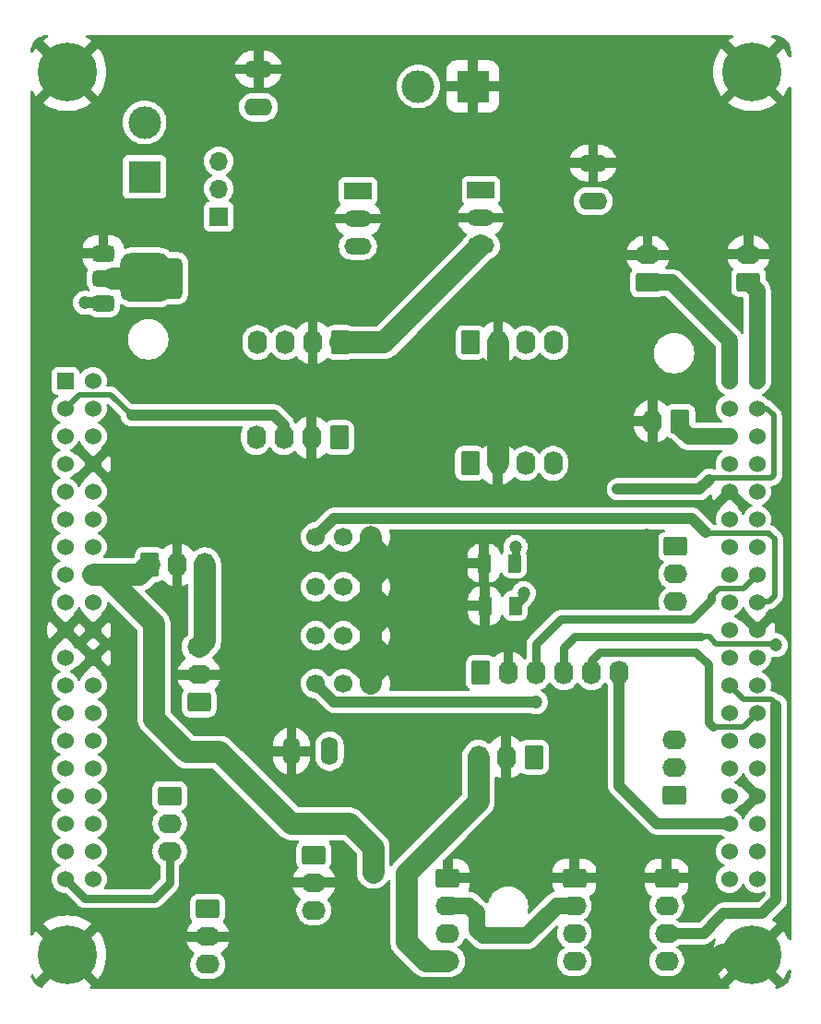
<source format=gbr>
%TF.GenerationSoftware,KiCad,Pcbnew,8.0.7-8.0.7-0~ubuntu22.04.1*%
%TF.CreationDate,2025-12-10T15:44:07+01:00*%
%TF.ProjectId,Electrobot-G474,456c6563-7472-46f6-926f-742d47343734,rev?*%
%TF.SameCoordinates,Original*%
%TF.FileFunction,Copper,L2,Bot*%
%TF.FilePolarity,Positive*%
%FSLAX46Y46*%
G04 Gerber Fmt 4.6, Leading zero omitted, Abs format (unit mm)*
G04 Created by KiCad (PCBNEW 8.0.7-8.0.7-0~ubuntu22.04.1) date 2025-12-10 15:44:07*
%MOMM*%
%LPD*%
G01*
G04 APERTURE LIST*
G04 Aperture macros list*
%AMRoundRect*
0 Rectangle with rounded corners*
0 $1 Rounding radius*
0 $2 $3 $4 $5 $6 $7 $8 $9 X,Y pos of 4 corners*
0 Add a 4 corners polygon primitive as box body*
4,1,4,$2,$3,$4,$5,$6,$7,$8,$9,$2,$3,0*
0 Add four circle primitives for the rounded corners*
1,1,$1+$1,$2,$3*
1,1,$1+$1,$4,$5*
1,1,$1+$1,$6,$7*
1,1,$1+$1,$8,$9*
0 Add four rect primitives between the rounded corners*
20,1,$1+$1,$2,$3,$4,$5,0*
20,1,$1+$1,$4,$5,$6,$7,0*
20,1,$1+$1,$6,$7,$8,$9,0*
20,1,$1+$1,$8,$9,$2,$3,0*%
G04 Aperture macros list end*
%TA.AperFunction,ComponentPad*%
%ADD10C,5.400000*%
%TD*%
%TA.AperFunction,ComponentPad*%
%ADD11R,1.524000X1.524000*%
%TD*%
%TA.AperFunction,ComponentPad*%
%ADD12C,1.524000*%
%TD*%
%TA.AperFunction,ComponentPad*%
%ADD13R,3.000000X3.000000*%
%TD*%
%TA.AperFunction,ComponentPad*%
%ADD14C,3.000000*%
%TD*%
%TA.AperFunction,ComponentPad*%
%ADD15RoundRect,0.250000X-0.845000X0.620000X-0.845000X-0.620000X0.845000X-0.620000X0.845000X0.620000X0*%
%TD*%
%TA.AperFunction,ComponentPad*%
%ADD16O,2.190000X1.740000*%
%TD*%
%TA.AperFunction,SMDPad,CuDef*%
%ADD17RoundRect,0.250000X-0.375000X-0.625000X0.375000X-0.625000X0.375000X0.625000X-0.375000X0.625000X0*%
%TD*%
%TA.AperFunction,ComponentPad*%
%ADD18O,1.600000X2.600000*%
%TD*%
%TA.AperFunction,ComponentPad*%
%ADD19RoundRect,0.250000X-0.620000X-0.845000X0.620000X-0.845000X0.620000X0.845000X-0.620000X0.845000X0*%
%TD*%
%TA.AperFunction,ComponentPad*%
%ADD20O,1.740000X2.190000*%
%TD*%
%TA.AperFunction,ComponentPad*%
%ADD21RoundRect,0.250000X0.845000X-0.620000X0.845000X0.620000X-0.845000X0.620000X-0.845000X-0.620000X0*%
%TD*%
%TA.AperFunction,ComponentPad*%
%ADD22RoundRect,0.250000X0.620000X0.845000X-0.620000X0.845000X-0.620000X-0.845000X0.620000X-0.845000X0*%
%TD*%
%TA.AperFunction,ComponentPad*%
%ADD23C,1.700000*%
%TD*%
%TA.AperFunction,ComponentPad*%
%ADD24R,2.500000X1.500000*%
%TD*%
%TA.AperFunction,ComponentPad*%
%ADD25O,2.500000X1.500000*%
%TD*%
%TA.AperFunction,ComponentPad*%
%ADD26R,1.700000X1.700000*%
%TD*%
%TA.AperFunction,ComponentPad*%
%ADD27O,1.700000X1.700000*%
%TD*%
%TA.AperFunction,ComponentPad*%
%ADD28O,2.600000X1.600000*%
%TD*%
%TA.AperFunction,SMDPad,CuDef*%
%ADD29RoundRect,0.375000X-0.625000X-0.375000X0.625000X-0.375000X0.625000X0.375000X-0.625000X0.375000X0*%
%TD*%
%TA.AperFunction,SMDPad,CuDef*%
%ADD30RoundRect,0.500000X-0.500000X-1.400000X0.500000X-1.400000X0.500000X1.400000X-0.500000X1.400000X0*%
%TD*%
%TA.AperFunction,ViaPad*%
%ADD31C,1.200000*%
%TD*%
%TA.AperFunction,ViaPad*%
%ADD32C,0.600000*%
%TD*%
%TA.AperFunction,Conductor*%
%ADD33C,2.000000*%
%TD*%
%TA.AperFunction,Conductor*%
%ADD34C,0.750000*%
%TD*%
%TA.AperFunction,Conductor*%
%ADD35C,0.500000*%
%TD*%
%TA.AperFunction,Conductor*%
%ADD36C,1.000000*%
%TD*%
%TA.AperFunction,Conductor*%
%ADD37C,1.500000*%
%TD*%
G04 APERTURE END LIST*
D10*
%TO.P,H4,1,1*%
%TO.N,GND*%
X157800000Y-128020000D03*
%TD*%
%TO.P,H3,1,1*%
%TO.N,GND*%
X94910000Y-128020000D03*
%TD*%
%TO.P,H1,1,1*%
%TO.N,GND*%
X157800000Y-46990000D03*
%TD*%
%TO.P,H2,1,1*%
%TO.N,GND*%
X94910000Y-46990000D03*
%TD*%
D11*
%TO.P,U3,CN7_1,PC10*%
%TO.N,/RS232_1_TX*%
X94749700Y-75360000D03*
D12*
%TO.P,U3,CN7_2,PC11*%
%TO.N,/RS232_1_RX*%
X97289700Y-75360000D03*
%TO.P,U3,CN7_3,PC12*%
%TO.N,/RS232_2_TX*%
X94749700Y-77900000D03*
%TO.P,U3,CN7_4,PD2*%
%TO.N,/RS232_2_RX*%
X97289700Y-77900000D03*
%TO.P,U3,CN7_5,VDD*%
%TO.N,unconnected-(U3A-VDD-PadCN7_5)*%
X94749700Y-80440000D03*
%TO.P,U3,CN7_6,E5V*%
%TO.N,+5V*%
X97289700Y-80440000D03*
%TO.P,U3,CN7_7,PB8-BOOT0*%
%TO.N,unconnected-(U3A-PB8-BOOT0-PadCN7_7)*%
X94749700Y-82980000D03*
%TO.P,U3,CN7_8,GND_CN7_8*%
%TO.N,GND*%
X97289700Y-82980000D03*
%TO.P,U3,CN7_9,NC_CN7_9*%
%TO.N,unconnected-(U3A-NC_CN7_9-PadCN7_9)*%
X94749700Y-85520000D03*
%TO.P,U3,CN7_10,NC_CN7_10*%
%TO.N,unconnected-(U3A-NC_CN7_10-PadCN7_10)*%
X97289700Y-85520000D03*
%TO.P,U3,CN7_11,NC_CN7_11*%
%TO.N,unconnected-(U3A-NC_CN7_11-PadCN7_11)*%
X94749700Y-88060000D03*
%TO.P,U3,CN7_12,IOREF*%
%TO.N,unconnected-(U3A-IOREF-PadCN7_12)*%
X97289700Y-88060000D03*
%TO.P,U3,CN7_13,PA13*%
%TO.N,unconnected-(U3A-PA13-PadCN7_13)*%
X94749700Y-90600000D03*
%TO.P,U3,CN7_14,~{RST}*%
%TO.N,unconnected-(U3A-~{RST}-PadCN7_14)*%
X97289700Y-90600000D03*
%TO.P,U3,CN7_15,PA14*%
%TO.N,unconnected-(U3A-PA14-PadCN7_15)*%
X94749700Y-93140000D03*
%TO.P,U3,CN7_16,+3V3*%
%TO.N,+3.3V*%
X97289700Y-93140000D03*
%TO.P,U3,CN7_17,PA15*%
%TO.N,/Servo2_PWM*%
X94749700Y-95680000D03*
%TO.P,U3,CN7_18,+5V*%
%TO.N,unconnected-(U3A-+5V-PadCN7_18)*%
X97289700Y-95680000D03*
%TO.P,U3,CN7_19,GND_CN7_19*%
%TO.N,GND*%
X94749700Y-98220000D03*
%TO.P,U3,CN7_20,GND_CN7_20*%
X97289700Y-98220000D03*
%TO.P,U3,CN7_21,PB7*%
%TO.N,/Cde_Mosfet*%
X94749700Y-100760000D03*
%TO.P,U3,CN7_22,GND_CN7_22*%
%TO.N,GND*%
X97289700Y-100760000D03*
%TO.P,U3,CN7_23,PC13*%
%TO.N,unconnected-(U3A-PC13-PadCN7_23)*%
X94749700Y-103300000D03*
%TO.P,U3,CN7_24,VIN*%
%TO.N,unconnected-(U3A-VIN-PadCN7_24)*%
X97289700Y-103300000D03*
%TO.P,U3,CN7_25,PC14*%
%TO.N,unconnected-(U3A-PC14-PadCN7_25)*%
X94749700Y-105840000D03*
%TO.P,U3,CN7_26,NC_CN7_26*%
%TO.N,unconnected-(U3A-NC_CN7_26-PadCN7_26)*%
X97289700Y-105840000D03*
%TO.P,U3,CN7_27,PC15*%
%TO.N,unconnected-(U3A-PC15-PadCN7_27)*%
X94749700Y-108380000D03*
%TO.P,U3,CN7_28,PA0*%
%TO.N,/Eana1f*%
X97289700Y-108380000D03*
%TO.P,U3,CN7_29,PF0*%
%TO.N,unconnected-(U3A-PF0-PadCN7_29)*%
X94749700Y-110920000D03*
%TO.P,U3,CN7_30,PA1*%
%TO.N,/Servo3_PWM*%
X97289700Y-110920000D03*
%TO.P,U3,CN7_31,PF1*%
%TO.N,unconnected-(U3A-PF1-PadCN7_31)*%
X94749700Y-113460000D03*
%TO.P,U3,CN7_32,PA4*%
%TO.N,/Mot2_PWM*%
X97289700Y-113460000D03*
%TO.P,U3,CN7_33,VBAT*%
%TO.N,unconnected-(U3A-VBAT-PadCN7_33)*%
X94749700Y-116000000D03*
%TO.P,U3,CN7_34,PB0*%
%TO.N,/Mot3_PWM*%
X97289700Y-116000000D03*
%TO.P,U3,CN7_35,PC2*%
%TO.N,/Mot3_Sens2*%
X94749700Y-118540000D03*
%TO.P,U3,CN7_36,PC1/PB9*%
%TO.N,/Eana4*%
X97289700Y-118540000D03*
%TO.P,U3,CN7_37,PC3*%
%TO.N,/Mot3_Sens1*%
X94749700Y-121080000D03*
%TO.P,U3,CN7_38,PC0/PA15*%
%TO.N,/Eana3f*%
X97289700Y-121080000D03*
%TO.P,U3,CN10_1,PC9*%
%TO.N,/Etor1*%
X155709700Y-75360000D03*
%TO.P,U3,CN10_2,PC8*%
%TO.N,/Etor2*%
X158249700Y-75360000D03*
%TO.P,U3,CN10_3,PB8*%
%TO.N,unconnected-(U3B-PB8-PadCN10_3)*%
X155709700Y-77900000D03*
%TO.P,U3,CN10_4,PC6*%
%TO.N,/Codeur2_A*%
X158249700Y-77900000D03*
%TO.P,U3,CN10_5,PB9*%
%TO.N,/Etor3*%
X155709700Y-80440000D03*
%TO.P,U3,CN10_6,PC5*%
%TO.N,unconnected-(U3B-PC5-PadCN10_6)*%
X158249700Y-80440000D03*
%TO.P,U3,CN10_7,AVDD*%
%TO.N,unconnected-(U3B-AVDD-PadCN10_7)*%
X155709700Y-82980000D03*
%TO.P,U3,CN10_8,5V_USB_CHGR*%
%TO.N,unconnected-(U3B-5V_USB_CHGR-PadCN10_8)*%
X158249700Y-82980000D03*
%TO.P,U3,CN10_9,GND_CN10_9*%
%TO.N,GND*%
X155709700Y-85520000D03*
%TO.P,U3,CN10_10,NC_CN10_10*%
%TO.N,unconnected-(U3B-NC_CN10_10-PadCN10_10)*%
X158249700Y-85520000D03*
%TO.P,U3,CN10_11,PA5*%
%TO.N,unconnected-(U3B-PA5-PadCN10_11)*%
X155709700Y-88060000D03*
%TO.P,U3,CN10_12,PA12*%
%TO.N,/Codeur1_B*%
X158249700Y-88060000D03*
%TO.P,U3,CN10_13,PA6*%
%TO.N,/Mot1_PWM*%
X155709700Y-90600000D03*
%TO.P,U3,CN10_14,PA11*%
%TO.N,/Codeur1_A*%
X158249700Y-90600000D03*
%TO.P,U3,CN10_15,PA7*%
%TO.N,/Mot1_Sens2*%
X155709700Y-93140000D03*
%TO.P,U3,CN10_16,PB12*%
%TO.N,/SPI_CS1*%
X158249700Y-93140000D03*
%TO.P,U3,CN10_17,PB6*%
%TO.N,/Mot1_Sens1*%
X155709700Y-95680000D03*
%TO.P,U3,CN10_18,PB11*%
%TO.N,/Servo1_PWM*%
X158249700Y-95680000D03*
%TO.P,U3,CN10_19,PC7*%
%TO.N,/Codeur2_B*%
X155709700Y-98220000D03*
%TO.P,U3,CN10_20,GND_CN10_20*%
%TO.N,GND*%
X158249700Y-98220000D03*
%TO.P,U3,CN10_21,PA9*%
%TO.N,unconnected-(U3B-PA9-PadCN10_21)*%
X155709700Y-100760000D03*
%TO.P,U3,CN10_22,PB2*%
%TO.N,/LED2*%
X158249700Y-100760000D03*
%TO.P,U3,CN10_23,PA8*%
%TO.N,/I2C_SDA*%
X155709700Y-103300000D03*
%TO.P,U3,CN10_24,PB1*%
%TO.N,/LED1*%
X158249700Y-103300000D03*
%TO.P,U3,CN10_25,PB10*%
%TO.N,/Servo4_PWM*%
X155709700Y-105840000D03*
%TO.P,U3,CN10_26,PB15*%
%TO.N,/SPI_MOSI*%
X158249700Y-105840000D03*
%TO.P,U3,CN10_27,PB4*%
%TO.N,/Mot2_Sens1*%
X155709700Y-108380000D03*
%TO.P,U3,CN10_28,PB14*%
%TO.N,/Eana2f*%
X158249700Y-108380000D03*
%TO.P,U3,CN10_29,PB5*%
%TO.N,/Mot2_Sens2*%
X155709700Y-110920000D03*
%TO.P,U3,CN10_30,PB13*%
%TO.N,/SPI_CLK*%
X158249700Y-110920000D03*
%TO.P,U3,CN10_31,PB3*%
%TO.N,unconnected-(U3B-PB3-PadCN10_31)*%
X155709700Y-113460000D03*
%TO.P,U3,CN10_32,AGND*%
%TO.N,GND*%
X158249700Y-113460000D03*
%TO.P,U3,CN10_33,PA10*%
%TO.N,/SPI_MISO*%
X155709700Y-116000000D03*
%TO.P,U3,CN10_34,PC4*%
%TO.N,/I2C_SCL*%
X158249700Y-116000000D03*
%TO.P,U3,CN10_35,PA2/PC4*%
%TO.N,unconnected-(U3B-PA2{slash}PC4-PadCN10_35)*%
X155709700Y-118540000D03*
%TO.P,U3,CN10_36,NC_CN10_36*%
%TO.N,unconnected-(U3B-NC_CN10_36-PadCN10_36)*%
X158249700Y-118540000D03*
%TO.P,U3,CN10_37,PA3/PC5*%
%TO.N,unconnected-(U3B-PA3{slash}PC5-PadCN10_37)*%
X155709700Y-121080000D03*
%TO.P,U3,CN10_38,NC_CN10_38*%
%TO.N,unconnected-(U3B-NC_CN10_38-PadCN10_38)*%
X158249700Y-121080000D03*
%TD*%
D13*
%TO.P,J3,1,-*%
%TO.N,/DRAIN*%
X102030000Y-56640000D03*
D14*
%TO.P,J3,2,+*%
%TO.N,/+Vmosfet*%
X102030000Y-51640000D03*
%TD*%
D15*
%TO.P,J12,1,Pin_1*%
%TO.N,/Mot1_PWM*%
X150770000Y-90550000D03*
D16*
%TO.P,J12,2,Pin_2*%
%TO.N,/Mot1_Sens2*%
X150770000Y-93090000D03*
%TO.P,J12,3,Pin_3*%
%TO.N,/Mot1_Sens1*%
X150770000Y-95630000D03*
%TD*%
D17*
%TO.P,D1,1,C*%
%TO.N,GND*%
X133247500Y-96000000D03*
%TO.P,D1,2,A*%
%TO.N,Net-(D1-A)*%
X136047500Y-96000000D03*
%TD*%
D18*
%TO.P,C6,1*%
%TO.N,/+6.5V*%
X119010000Y-109340000D03*
%TO.P,C6,2*%
%TO.N,GND*%
X115510000Y-109340000D03*
%TD*%
D19*
%TO.P,J1,1,Pin_1*%
%TO.N,+3.3V*%
X102485000Y-92220000D03*
D20*
%TO.P,J1,2,Pin_2*%
%TO.N,GND*%
X105025000Y-92220000D03*
%TO.P,J1,3,Pin_3*%
%TO.N,+5V*%
X107565000Y-92220000D03*
%TD*%
D15*
%TO.P,J13,1,Pin_1*%
%TO.N,/Mot3_PWM*%
X104330000Y-113440000D03*
D16*
%TO.P,J13,2,Pin_2*%
%TO.N,/Mot3_Sens2*%
X104330000Y-115980000D03*
%TO.P,J13,3,Pin_3*%
%TO.N,/Mot3_Sens1*%
X104330000Y-118520000D03*
%TD*%
D21*
%TO.P,J7,1,Pin_1*%
%TO.N,/Eana1*%
X107020000Y-104860000D03*
D16*
%TO.P,J7,2,Pin_2*%
%TO.N,GND*%
X107020000Y-102320000D03*
%TO.P,J7,3,Pin_3*%
%TO.N,+5V*%
X107020000Y-99780000D03*
%TD*%
D22*
%TO.P,J14,1,Pin_1*%
%TO.N,+5V*%
X120000000Y-71830000D03*
D20*
%TO.P,J14,2,Pin_2*%
%TO.N,GND*%
X117460000Y-71830000D03*
%TO.P,J14,3,Pin_3*%
%TO.N,/RS232_1_TX*%
X114920000Y-71830000D03*
%TO.P,J14,4,Pin_4*%
%TO.N,Net-(J14-Pin_4)*%
X112380000Y-71830000D03*
%TD*%
D22*
%TO.P,J8,1,Pin_1*%
%TO.N,/Eana2*%
X137750000Y-109890000D03*
D20*
%TO.P,J8,2,Pin_2*%
%TO.N,GND*%
X135210000Y-109890000D03*
%TO.P,J8,3,Pin_3*%
%TO.N,+5V*%
X132670000Y-109890000D03*
%TD*%
D15*
%TO.P,J10,1,Pin_1*%
%TO.N,/Eana4*%
X117570000Y-118850000D03*
D16*
%TO.P,J10,2,Pin_2*%
%TO.N,GND*%
X117570000Y-121390000D03*
%TO.P,J10,3,Pin_3*%
%TO.N,+5V*%
X117570000Y-123930000D03*
%TD*%
D15*
%TO.P,J9,1,Pin_1*%
%TO.N,/Eana3*%
X107810000Y-123820000D03*
D16*
%TO.P,J9,2,Pin_2*%
%TO.N,GND*%
X107810000Y-126360000D03*
%TO.P,J9,3,Pin_3*%
%TO.N,+5V*%
X107810000Y-128900000D03*
%TD*%
D23*
%TO.P,J17,1,Pin_1*%
%TO.N,/Servo2_PWM*%
X117713500Y-94250000D03*
%TO.P,J17,2,Pin_2*%
%TO.N,/+6.5V*%
X120253500Y-94250000D03*
%TO.P,J17,3,Pin_3*%
%TO.N,GND*%
X122793500Y-94250000D03*
%TD*%
D15*
%TO.P,J22,1,Pin_1*%
%TO.N,GND*%
X141470000Y-120980000D03*
D16*
%TO.P,J22,2,Pin_2*%
%TO.N,/I2C_SCL*%
X141470000Y-123520000D03*
%TO.P,J22,3,Pin_3*%
%TO.N,/I2C_SDA*%
X141470000Y-126060000D03*
%TO.P,J22,4,Pin_4*%
%TO.N,+5V*%
X141470000Y-128600000D03*
%TD*%
D24*
%TO.P,U2,1,Vin*%
%TO.N,/VBAT*%
X121600000Y-57920000D03*
D25*
%TO.P,U2,2,GND*%
%TO.N,GND*%
X121600000Y-60460000D03*
%TO.P,U2,3,Vout*%
%TO.N,/+6.5V*%
X121600000Y-63000000D03*
%TD*%
D13*
%TO.P,J2,1,-*%
%TO.N,GND*%
X132150000Y-48340000D03*
D14*
%TO.P,J2,2,+*%
%TO.N,/VBAT*%
X127150000Y-48340000D03*
%TD*%
D17*
%TO.P,D2,1,C*%
%TO.N,GND*%
X133187500Y-92090000D03*
%TO.P,D2,2,A*%
%TO.N,Net-(D2-A)*%
X135987500Y-92090000D03*
%TD*%
D21*
%TO.P,J16,1,Pin_1*%
%TO.N,/Mot2_PWM*%
X150640000Y-113410000D03*
D16*
%TO.P,J16,2,Pin_2*%
%TO.N,/Mot2_Sens2*%
X150640000Y-110870000D03*
%TO.P,J16,3,Pin_3*%
%TO.N,/Mot2_Sens1*%
X150640000Y-108330000D03*
%TD*%
D24*
%TO.P,U1,1,Vin*%
%TO.N,/VBAT*%
X132900000Y-57850000D03*
D25*
%TO.P,U1,2,GND*%
%TO.N,GND*%
X132900000Y-60390000D03*
%TO.P,U1,3,Vout*%
%TO.N,+5V*%
X132900000Y-62930000D03*
%TD*%
D26*
%TO.P,JP1,1,A*%
%TO.N,/+6.5V*%
X108840000Y-60275000D03*
D27*
%TO.P,JP1,2,C*%
%TO.N,/+Vmosfet*%
X108840000Y-57735000D03*
%TO.P,JP1,3,B*%
%TO.N,/VBAT*%
X108840000Y-55195000D03*
%TD*%
D28*
%TO.P,C3,1*%
%TO.N,+5V*%
X143180000Y-58860000D03*
%TO.P,C3,2*%
%TO.N,GND*%
X143180000Y-55360000D03*
%TD*%
D19*
%TO.P,J19,1,Pin_1*%
%TO.N,+5V*%
X132870000Y-102130000D03*
D20*
%TO.P,J19,2,Pin_2*%
%TO.N,GND*%
X135410000Y-102130000D03*
%TO.P,J19,3,Pin_3*%
%TO.N,/SPI_CS1*%
X137950000Y-102130000D03*
%TO.P,J19,4,Pin_4*%
%TO.N,/SPI_CLK*%
X140490000Y-102130000D03*
%TO.P,J19,5,Pin_5*%
%TO.N,/SPI_MOSI*%
X143030000Y-102130000D03*
%TO.P,J19,6,Pin_6*%
%TO.N,/SPI_MISO*%
X145570000Y-102130000D03*
%TD*%
D28*
%TO.P,C1,1*%
%TO.N,/VBAT*%
X112480000Y-50240000D03*
%TO.P,C1,2*%
%TO.N,GND*%
X112480000Y-46740000D03*
%TD*%
D19*
%TO.P,J11,1,Pin_1*%
%TO.N,+5V*%
X131950000Y-71840000D03*
D20*
%TO.P,J11,2,Pin_2*%
%TO.N,GND*%
X134490000Y-71840000D03*
%TO.P,J11,3,Pin_3*%
%TO.N,Net-(J11-Pin_3)*%
X137030000Y-71840000D03*
%TO.P,J11,4,Pin_4*%
%TO.N,Net-(J11-Pin_4)*%
X139570000Y-71840000D03*
%TD*%
D22*
%TO.P,J6,1,Pin_1*%
%TO.N,/Etor3*%
X151190000Y-79070000D03*
D20*
%TO.P,J6,2,Pin_2*%
%TO.N,GND*%
X148650000Y-79070000D03*
%TD*%
D15*
%TO.P,J21,1,Pin_1*%
%TO.N,GND*%
X129860000Y-120980000D03*
D16*
%TO.P,J21,2,Pin_2*%
%TO.N,/I2C_SCL*%
X129860000Y-123520000D03*
%TO.P,J21,3,Pin_3*%
%TO.N,/I2C_SDA*%
X129860000Y-126060000D03*
%TO.P,J21,4,Pin_4*%
%TO.N,+5V*%
X129860000Y-128600000D03*
%TD*%
D29*
%TO.P,Q1,1,G*%
%TO.N,/Cde_Mosfet*%
X98230000Y-68240000D03*
%TO.P,Q1,2,D*%
%TO.N,/DRAIN*%
X98230000Y-65940000D03*
D30*
X104530000Y-65940000D03*
D29*
%TO.P,Q1,3,S*%
%TO.N,GND*%
X98230000Y-63640000D03*
%TD*%
D23*
%TO.P,J18,1,Pin_1*%
%TO.N,/Servo4_PWM*%
X117713500Y-103130000D03*
%TO.P,J18,2,Pin_2*%
%TO.N,/+6.5V*%
X120253500Y-103130000D03*
%TO.P,J18,3,Pin_3*%
%TO.N,GND*%
X122793500Y-103130000D03*
%TD*%
D22*
%TO.P,J20,1,Pin_1*%
%TO.N,+5V*%
X119870000Y-80550000D03*
D20*
%TO.P,J20,2,Pin_2*%
%TO.N,GND*%
X117330000Y-80550000D03*
%TO.P,J20,3,Pin_3*%
%TO.N,/RS232_2_TX*%
X114790000Y-80550000D03*
%TO.P,J20,4,Pin_4*%
%TO.N,Net-(J20-Pin_4)*%
X112250000Y-80550000D03*
%TD*%
D23*
%TO.P,J24,1,Pin_1*%
%TO.N,/Servo3_PWM*%
X117713500Y-98740000D03*
%TO.P,J24,2,Pin_2*%
%TO.N,/+6.5V*%
X120253500Y-98740000D03*
%TO.P,J24,3,Pin_3*%
%TO.N,GND*%
X122793500Y-98740000D03*
%TD*%
D21*
%TO.P,J5,1,Pin_1*%
%TO.N,/Etor2*%
X157460000Y-66270000D03*
D16*
%TO.P,J5,2,Pin_2*%
%TO.N,GND*%
X157460000Y-63730000D03*
%TD*%
D19*
%TO.P,J15,1,Pin_1*%
%TO.N,+5V*%
X131900000Y-82920000D03*
D20*
%TO.P,J15,2,Pin_2*%
%TO.N,GND*%
X134440000Y-82920000D03*
%TO.P,J15,3,Pin_3*%
%TO.N,Net-(J15-Pin_3)*%
X136980000Y-82920000D03*
%TO.P,J15,4,Pin_4*%
%TO.N,Net-(J15-Pin_4)*%
X139520000Y-82920000D03*
%TD*%
D23*
%TO.P,J25,1,Pin_1*%
%TO.N,/Servo1_PWM*%
X117713500Y-89670000D03*
%TO.P,J25,2,Pin_2*%
%TO.N,/+6.5V*%
X120253500Y-89670000D03*
%TO.P,J25,3,Pin_3*%
%TO.N,GND*%
X122793500Y-89670000D03*
%TD*%
D21*
%TO.P,J4,1,Pin_1*%
%TO.N,/Etor1*%
X148200000Y-66330000D03*
D16*
%TO.P,J4,2,Pin_2*%
%TO.N,GND*%
X148200000Y-63790000D03*
%TD*%
D15*
%TO.P,J23,1,Pin_1*%
%TO.N,GND*%
X149950000Y-120980000D03*
D16*
%TO.P,J23,2,Pin_2*%
%TO.N,/I2C_SCL*%
X149950000Y-123520000D03*
%TO.P,J23,3,Pin_3*%
%TO.N,/I2C_SDA*%
X149950000Y-126060000D03*
%TO.P,J23,4,Pin_4*%
%TO.N,+5V*%
X149950000Y-128600000D03*
%TD*%
D31*
%TO.N,GND*%
X148150000Y-91960000D03*
X148130000Y-95060000D03*
X148110000Y-89500000D03*
%TO.N,+3.3V*%
X123040000Y-120470000D03*
%TO.N,Net-(D1-A)*%
X136830000Y-94840000D03*
%TO.N,Net-(D2-A)*%
X136070000Y-90600000D03*
%TO.N,/Servo4_PWM*%
X137940000Y-104830000D03*
%TO.N,/SPI_CLK*%
X159950000Y-99620000D03*
%TO.N,/Cde_Mosfet*%
X96560000Y-68180000D03*
D32*
%TO.N,/Codeur2_A*%
X145430000Y-85290000D03*
%TO.N,/DRAIN*%
X101390000Y-67590000D03*
X101390000Y-64230000D03*
X99060000Y-65940000D03*
X100290000Y-64250000D03*
X102550000Y-65940000D03*
X101400000Y-65940000D03*
X100290000Y-67570000D03*
X103800000Y-64190000D03*
X102520000Y-64190000D03*
X102500000Y-67590000D03*
X100270000Y-65940000D03*
X103830000Y-65940000D03*
X103780000Y-67590000D03*
%TD*%
D33*
%TO.N,GND*%
X134490000Y-82870000D02*
X134440000Y-82920000D01*
X134490000Y-71840000D02*
X134490000Y-82870000D01*
X122793500Y-89670000D02*
X122793500Y-103130000D01*
%TO.N,+5V*%
X107565000Y-99235000D02*
X107020000Y-99780000D01*
X132670000Y-109890000D02*
X132670000Y-113951270D01*
X107565000Y-92220000D02*
X107565000Y-99235000D01*
X120000000Y-71830000D02*
X124000000Y-71830000D01*
X126080000Y-120541270D02*
X126080000Y-126810000D01*
X132670000Y-113951270D02*
X126080000Y-120541270D01*
X124000000Y-71830000D02*
X132900000Y-62930000D01*
X126080000Y-126810000D02*
X127870000Y-128600000D01*
X127870000Y-128600000D02*
X129860000Y-128600000D01*
%TO.N,+3.3V*%
X102900000Y-97672670D02*
X102900000Y-106420000D01*
X108940000Y-109430000D02*
X115520000Y-116010000D01*
X105910000Y-109430000D02*
X108940000Y-109430000D01*
X97289700Y-93140000D02*
X98367330Y-93140000D01*
X98367330Y-93140000D02*
X102900000Y-97672670D01*
X123020000Y-120450000D02*
X123040000Y-120470000D01*
X115520000Y-116010000D02*
X120860000Y-116010000D01*
X120860000Y-116010000D02*
X123020000Y-118170000D01*
X102900000Y-106420000D02*
X105910000Y-109430000D01*
X123020000Y-118170000D02*
X123020000Y-120450000D01*
X97289700Y-93140000D02*
X101565000Y-93140000D01*
X101565000Y-93140000D02*
X102485000Y-92220000D01*
D34*
%TO.N,Net-(D1-A)*%
X136830000Y-95217500D02*
X136047500Y-96000000D01*
D35*
X136017500Y-96030000D02*
X136047500Y-96000000D01*
D34*
X136830000Y-94840000D02*
X136830000Y-95217500D01*
%TO.N,Net-(D2-A)*%
X136070000Y-90600000D02*
X136070000Y-92007500D01*
X136070000Y-92007500D02*
X135987500Y-92090000D01*
D35*
X135937500Y-92140000D02*
X135987500Y-92090000D01*
D36*
%TO.N,/I2C_SDA*%
X158730000Y-124230000D02*
X160000000Y-122960000D01*
X154640000Y-124760000D02*
X155170000Y-124230000D01*
X149950000Y-126060000D02*
X153340000Y-126060000D01*
X160000000Y-122960000D02*
X160000000Y-105130000D01*
D35*
X156989700Y-104580000D02*
X156919850Y-104510150D01*
D36*
X155170000Y-124230000D02*
X158730000Y-124230000D01*
D35*
X160030000Y-105100000D02*
X159510000Y-104580000D01*
X156919850Y-104510150D02*
X155709700Y-103300000D01*
D36*
X153340000Y-126060000D02*
X154640000Y-124760000D01*
D35*
X159510000Y-104580000D02*
X156989700Y-104580000D01*
D37*
%TO.N,/I2C_SCL*%
X133080000Y-126290000D02*
X132490000Y-125700000D01*
X132410000Y-124160000D02*
X131770000Y-123520000D01*
X133080000Y-126290000D02*
X137090000Y-126290000D01*
X129860000Y-123520000D02*
X131770000Y-123520000D01*
X132490000Y-124160000D02*
X132410000Y-124160000D01*
X139860000Y-123520000D02*
X141470000Y-123520000D01*
X132490000Y-125700000D02*
X132490000Y-124160000D01*
X137090000Y-126290000D02*
X139860000Y-123520000D01*
%TO.N,/Etor1*%
X148200000Y-66330000D02*
X150390000Y-66330000D01*
X155709700Y-71649700D02*
X155709700Y-75360000D01*
X150390000Y-66330000D02*
X155709700Y-71649700D01*
%TO.N,/Etor2*%
X158249700Y-75360000D02*
X158249700Y-67059700D01*
X158249700Y-67059700D02*
X157460000Y-66270000D01*
D34*
%TO.N,/Mot3_Sens1*%
X102910000Y-122870000D02*
X104330000Y-121450000D01*
X94749700Y-121080000D02*
X96539700Y-122870000D01*
X104330000Y-121450000D02*
X104330000Y-118520000D01*
X96539700Y-122870000D02*
X102910000Y-122870000D01*
D35*
%TO.N,/Servo1_PWM*%
X159360000Y-89340000D02*
X159408000Y-89388000D01*
X153550000Y-89250000D02*
X153688000Y-89388000D01*
D36*
X152270000Y-87970000D02*
X153550000Y-89250000D01*
X119413500Y-87970000D02*
X152270000Y-87970000D01*
D35*
X153700000Y-89340000D02*
X159360000Y-89340000D01*
X159408000Y-89388000D02*
X159860000Y-89840000D01*
X159860000Y-89840000D02*
X159860000Y-95090000D01*
X158369700Y-95560000D02*
X158249700Y-95680000D01*
X159390000Y-95560000D02*
X158369700Y-95560000D01*
D36*
X117713500Y-89670000D02*
X119413500Y-87970000D01*
D35*
X159860000Y-95090000D02*
X159390000Y-95560000D01*
D36*
%TO.N,/Servo4_PWM*%
X119413500Y-104830000D02*
X117713500Y-103130000D01*
X137940000Y-104830000D02*
X119413500Y-104830000D01*
%TO.N,/SPI_MISO*%
X149030000Y-116000000D02*
X155709700Y-116000000D01*
X145570000Y-102130000D02*
X145570000Y-112540000D01*
X145570000Y-112540000D02*
X149030000Y-116000000D01*
D34*
%TO.N,/SPI_CLK*%
X153120000Y-98840000D02*
X141460000Y-98840000D01*
X140490000Y-99810000D02*
X140490000Y-102130000D01*
D35*
X153120000Y-98840000D02*
X153830000Y-98840000D01*
X159810000Y-99480000D02*
X159950000Y-99620000D01*
D34*
X141460000Y-98840000D02*
X140490000Y-99810000D01*
D35*
X153830000Y-98840000D02*
X154470000Y-99480000D01*
X154470000Y-99480000D02*
X159810000Y-99480000D01*
D34*
%TO.N,/SPI_MOSI*%
X153760000Y-101400000D02*
X153760000Y-106210000D01*
D35*
X156910000Y-107110000D02*
X156979700Y-107110000D01*
D34*
X143030000Y-102130000D02*
X143030000Y-100990000D01*
X153760000Y-106680000D02*
X154210000Y-107130000D01*
D35*
X154210000Y-107130000D02*
X156890000Y-107130000D01*
D34*
X143030000Y-100990000D02*
X143790000Y-100230000D01*
D35*
X156979700Y-107110000D02*
X158249700Y-105840000D01*
X156890000Y-107130000D02*
X156910000Y-107110000D01*
D34*
X152590000Y-100230000D02*
X153760000Y-101400000D01*
X143790000Y-100230000D02*
X152590000Y-100230000D01*
X153760000Y-106210000D02*
X153760000Y-106680000D01*
D35*
%TO.N,/SPI_CS1*%
X156979700Y-94410000D02*
X158249700Y-93140000D01*
X154642000Y-94468000D02*
X154700000Y-94410000D01*
D34*
X154028896Y-95471104D02*
X154028896Y-95081104D01*
D35*
X154028896Y-95081104D02*
X154642000Y-94468000D01*
D34*
X137950000Y-102130000D02*
X137950000Y-99510000D01*
X137950000Y-99510000D02*
X140210000Y-97250000D01*
D35*
X154700000Y-94410000D02*
X156979700Y-94410000D01*
D34*
X152250000Y-97250000D02*
X154028896Y-95471104D01*
X140210000Y-97250000D02*
X152250000Y-97250000D01*
D37*
%TO.N,/Etor3*%
X151190000Y-79670000D02*
X151980000Y-80460000D01*
X152840000Y-80460000D02*
X152860000Y-80440000D01*
X151190000Y-79070000D02*
X151190000Y-79670000D01*
X152860000Y-80440000D02*
X155709700Y-80440000D01*
X151980000Y-80460000D02*
X152840000Y-80460000D01*
D36*
%TO.N,/Cde_Mosfet*%
X98170000Y-68180000D02*
X98230000Y-68240000D01*
X96560000Y-68180000D02*
X98170000Y-68180000D01*
D35*
%TO.N,/Codeur2_A*%
X159770000Y-84030000D02*
X159770000Y-78530000D01*
D36*
X152972119Y-85290000D02*
X153862119Y-84400000D01*
D35*
X159140000Y-77900000D02*
X158249700Y-77900000D01*
X153862119Y-84400000D02*
X154022119Y-84240000D01*
D36*
X145430000Y-85290000D02*
X152972119Y-85290000D01*
D35*
X159560000Y-84240000D02*
X159770000Y-84030000D01*
X159770000Y-78530000D02*
X159140000Y-77900000D01*
X154022119Y-84240000D02*
X159560000Y-84240000D01*
D33*
%TO.N,/DRAIN*%
X102550000Y-65940000D02*
X104240000Y-65940000D01*
X99060000Y-65940000D02*
X100270000Y-65940000D01*
X101400000Y-65940000D02*
X102550000Y-65940000D01*
X100270000Y-65940000D02*
X101400000Y-65940000D01*
D35*
%TO.N,/RS232_2_TX*%
X94749700Y-77900000D02*
X94749700Y-77959700D01*
X96039700Y-76610000D02*
X98910000Y-76610000D01*
X94749700Y-77900000D02*
X96039700Y-76610000D01*
D36*
X114790000Y-79390000D02*
X113920000Y-78520000D01*
X113920000Y-78520000D02*
X100820000Y-78520000D01*
D35*
X98910000Y-76610000D02*
X100820000Y-78520000D01*
D36*
X114790000Y-80550000D02*
X114790000Y-79390000D01*
D33*
%TO.N,GND*%
X155070000Y-128020000D02*
X153360000Y-129730000D01*
X157800000Y-128020000D02*
X155070000Y-128020000D01*
%TD*%
%TA.AperFunction,Conductor*%
%TO.N,GND*%
G36*
X156014250Y-43650185D02*
G01*
X156060005Y-43702989D01*
X156069949Y-43772147D01*
X156040924Y-43835703D01*
X156003506Y-43864985D01*
X155997525Y-43868032D01*
X155681071Y-44073540D01*
X155592035Y-44145639D01*
X157217867Y-45771471D01*
X157092446Y-45835377D01*
X156920534Y-45960278D01*
X156770278Y-46110534D01*
X156645377Y-46282446D01*
X156581471Y-46407866D01*
X154955639Y-44782035D01*
X154883540Y-44871071D01*
X154678032Y-45187525D01*
X154506724Y-45523735D01*
X154371499Y-45876007D01*
X154273837Y-46240489D01*
X154273836Y-46240496D01*
X154214808Y-46613179D01*
X154195060Y-46989999D01*
X154195060Y-46990000D01*
X154214808Y-47366820D01*
X154273836Y-47739503D01*
X154273837Y-47739510D01*
X154371499Y-48103992D01*
X154506724Y-48456264D01*
X154678032Y-48792474D01*
X154883540Y-49108928D01*
X154955639Y-49197964D01*
X156581471Y-47572132D01*
X156645377Y-47697554D01*
X156770278Y-47869466D01*
X156920534Y-48019722D01*
X157092446Y-48144623D01*
X157217866Y-48208528D01*
X155592034Y-49834360D01*
X155592035Y-49834361D01*
X155681065Y-49906455D01*
X155997525Y-50111967D01*
X156333735Y-50283275D01*
X156686007Y-50418500D01*
X157050489Y-50516162D01*
X157050496Y-50516163D01*
X157423179Y-50575191D01*
X157799999Y-50594940D01*
X157800001Y-50594940D01*
X158176820Y-50575191D01*
X158549503Y-50516163D01*
X158549510Y-50516162D01*
X158913992Y-50418500D01*
X159266264Y-50283275D01*
X159602474Y-50111967D01*
X159918924Y-49906463D01*
X160007963Y-49834359D01*
X158382132Y-48208528D01*
X158507554Y-48144623D01*
X158679466Y-48019722D01*
X158829722Y-47869466D01*
X158954623Y-47697554D01*
X159018528Y-47572132D01*
X160644359Y-49197963D01*
X160716463Y-49108924D01*
X160921967Y-48792474D01*
X161093276Y-48456261D01*
X161119736Y-48387332D01*
X161162138Y-48331799D01*
X161227831Y-48308006D01*
X161295960Y-48323507D01*
X161344893Y-48373381D01*
X161359500Y-48431769D01*
X161359500Y-126578230D01*
X161339815Y-126645269D01*
X161287011Y-126691024D01*
X161217853Y-126700968D01*
X161154297Y-126671943D01*
X161119736Y-126622668D01*
X161093275Y-126553735D01*
X160921967Y-126217525D01*
X160716455Y-125901065D01*
X160644361Y-125812035D01*
X160644360Y-125812034D01*
X159018528Y-127437866D01*
X158954623Y-127312446D01*
X158829722Y-127140534D01*
X158679466Y-126990278D01*
X158507554Y-126865377D01*
X158382132Y-126801470D01*
X160007964Y-125175639D01*
X159918928Y-125103540D01*
X159654755Y-124931984D01*
X159609252Y-124878963D01*
X159599638Y-124809758D01*
X159628965Y-124746341D01*
X159634579Y-124740339D01*
X160637778Y-123737141D01*
X160637782Y-123737139D01*
X160777139Y-123597782D01*
X160886632Y-123433914D01*
X160948436Y-123284704D01*
X160962051Y-123251836D01*
X161000500Y-123058540D01*
X161000500Y-122861460D01*
X161000500Y-105031459D01*
X161000500Y-105031456D01*
X160962052Y-104838170D01*
X160962051Y-104838169D01*
X160962051Y-104838165D01*
X160958417Y-104829391D01*
X160886635Y-104656092D01*
X160886628Y-104656079D01*
X160777139Y-104492218D01*
X160777136Y-104492214D01*
X160637785Y-104352863D01*
X160637781Y-104352860D01*
X160473920Y-104243371D01*
X160473907Y-104243364D01*
X160291839Y-104167950D01*
X160291829Y-104167947D01*
X160163302Y-104142381D01*
X160101391Y-104109996D01*
X160099868Y-104108500D01*
X159988416Y-103997048D01*
X159988415Y-103997047D01*
X159988414Y-103997046D01*
X159914729Y-103947812D01*
X159914729Y-103947813D01*
X159865491Y-103914913D01*
X159728917Y-103858343D01*
X159728907Y-103858340D01*
X159583920Y-103829500D01*
X159583918Y-103829500D01*
X159576457Y-103829500D01*
X159509418Y-103809815D01*
X159463663Y-103757011D01*
X159453719Y-103687853D01*
X159456679Y-103673419D01*
X159497770Y-103520068D01*
X159513202Y-103343671D01*
X159517023Y-103300002D01*
X159517023Y-103299997D01*
X159502150Y-103129995D01*
X159497770Y-103079932D01*
X159440594Y-102866550D01*
X159347234Y-102666339D01*
X159227246Y-102494977D01*
X159220527Y-102485381D01*
X159145703Y-102410557D01*
X159064320Y-102329174D01*
X159064316Y-102329171D01*
X159064315Y-102329170D01*
X158883366Y-102202468D01*
X158883358Y-102202464D01*
X158754511Y-102142382D01*
X158702071Y-102096210D01*
X158682919Y-102029017D01*
X158703135Y-101962135D01*
X158754511Y-101917618D01*
X158791566Y-101900339D01*
X158883362Y-101857534D01*
X159064320Y-101730826D01*
X159220526Y-101574620D01*
X159347234Y-101393662D01*
X159440594Y-101193450D01*
X159497770Y-100980068D01*
X159513833Y-100796460D01*
X159539285Y-100731392D01*
X159595876Y-100690413D01*
X159660143Y-100685379D01*
X159848024Y-100720500D01*
X159848026Y-100720500D01*
X160051974Y-100720500D01*
X160051976Y-100720500D01*
X160252456Y-100683024D01*
X160442637Y-100609348D01*
X160616041Y-100501981D01*
X160766764Y-100364579D01*
X160889673Y-100201821D01*
X160980582Y-100019250D01*
X161036397Y-99823083D01*
X161055215Y-99620000D01*
X161051762Y-99582740D01*
X161036397Y-99416917D01*
X161018237Y-99353092D01*
X160980582Y-99220750D01*
X160972074Y-99203664D01*
X160901385Y-99061700D01*
X160889673Y-99038179D01*
X160766764Y-98875421D01*
X160766762Y-98875418D01*
X160616041Y-98738019D01*
X160616039Y-98738017D01*
X160442642Y-98630655D01*
X160442635Y-98630651D01*
X160347546Y-98593814D01*
X160252456Y-98556976D01*
X160051976Y-98519500D01*
X160027410Y-98519500D01*
X159960371Y-98499815D01*
X159914616Y-98447011D01*
X159903792Y-98385771D01*
X159916838Y-98219999D01*
X159896314Y-97959206D01*
X159835241Y-97704822D01*
X159835238Y-97704814D01*
X159735134Y-97463138D01*
X159735132Y-97463135D01*
X159700110Y-97405985D01*
X159700109Y-97405984D01*
X158735184Y-98370909D01*
X158757700Y-98286880D01*
X158757700Y-98153120D01*
X158723081Y-98023919D01*
X158656202Y-97908080D01*
X158561620Y-97813498D01*
X158445781Y-97746619D01*
X158316580Y-97712000D01*
X158182820Y-97712000D01*
X158053619Y-97746619D01*
X157937780Y-97813498D01*
X157843198Y-97908080D01*
X157776319Y-98023919D01*
X157741700Y-98153120D01*
X157741700Y-98286880D01*
X157764215Y-98370910D01*
X156799289Y-97405984D01*
X156753364Y-97411420D01*
X156684475Y-97399752D01*
X156651108Y-97375962D01*
X156596447Y-97321301D01*
X156524320Y-97249174D01*
X156524316Y-97249171D01*
X156524315Y-97249170D01*
X156343366Y-97122468D01*
X156343358Y-97122464D01*
X156214511Y-97062382D01*
X156162071Y-97016210D01*
X156142919Y-96949017D01*
X156163135Y-96882135D01*
X156214511Y-96837618D01*
X156236614Y-96827311D01*
X156343362Y-96777534D01*
X156524320Y-96650826D01*
X156680526Y-96494620D01*
X156807234Y-96313662D01*
X156867318Y-96184811D01*
X156913490Y-96132371D01*
X156980683Y-96113219D01*
X157047565Y-96133435D01*
X157092082Y-96184811D01*
X157152164Y-96313658D01*
X157152168Y-96313666D01*
X157278870Y-96494615D01*
X157278875Y-96494621D01*
X157405661Y-96621407D01*
X157439146Y-96682730D01*
X157441120Y-96723663D01*
X157435684Y-96769589D01*
X158249700Y-97583604D01*
X158249701Y-97583604D01*
X159063714Y-96769590D01*
X159058278Y-96723666D01*
X159069945Y-96654778D01*
X159093737Y-96621409D01*
X159145195Y-96569951D01*
X159220526Y-96494620D01*
X159312423Y-96363376D01*
X159367000Y-96319752D01*
X159413998Y-96310500D01*
X159463920Y-96310500D01*
X159561462Y-96291096D01*
X159608913Y-96281658D01*
X159745495Y-96225084D01*
X159824687Y-96172170D01*
X159868416Y-96142952D01*
X160442951Y-95568416D01*
X160525084Y-95445495D01*
X160581658Y-95308913D01*
X160594063Y-95246550D01*
X160610500Y-95163920D01*
X160610500Y-89766080D01*
X160604908Y-89737970D01*
X160602112Y-89723914D01*
X160581659Y-89621088D01*
X160545900Y-89534760D01*
X160525084Y-89484505D01*
X160454030Y-89378165D01*
X160442952Y-89361585D01*
X159886416Y-88805048D01*
X159886415Y-88805047D01*
X159879965Y-88798597D01*
X159838421Y-88757052D01*
X159838420Y-88757051D01*
X159743550Y-88693662D01*
X159743544Y-88693658D01*
X159715495Y-88674916D01*
X159715493Y-88674915D01*
X159715490Y-88674913D01*
X159578917Y-88618343D01*
X159578907Y-88618340D01*
X159545670Y-88611729D01*
X159483759Y-88579344D01*
X159449185Y-88518628D01*
X159450086Y-88458022D01*
X159497770Y-88280068D01*
X159517023Y-88060000D01*
X159497770Y-87839932D01*
X159440594Y-87626550D01*
X159347234Y-87426339D01*
X159220526Y-87245380D01*
X159064320Y-87089174D01*
X159064316Y-87089171D01*
X159064315Y-87089170D01*
X158883366Y-86962468D01*
X158883358Y-86962464D01*
X158754511Y-86902382D01*
X158702071Y-86856210D01*
X158682919Y-86789017D01*
X158703135Y-86722135D01*
X158754511Y-86677618D01*
X158760502Y-86674824D01*
X158883362Y-86617534D01*
X159064320Y-86490826D01*
X159220526Y-86334620D01*
X159347234Y-86153662D01*
X159440594Y-85953450D01*
X159497770Y-85740068D01*
X159517023Y-85520000D01*
X159497770Y-85299932D01*
X159456682Y-85146591D01*
X159458345Y-85076744D01*
X159497507Y-85018882D01*
X159561735Y-84991377D01*
X159576457Y-84990500D01*
X159633920Y-84990500D01*
X159731462Y-84971096D01*
X159778913Y-84961658D01*
X159915495Y-84905084D01*
X159989748Y-84855470D01*
X160038416Y-84822952D01*
X160352952Y-84508416D01*
X160392108Y-84449814D01*
X160415300Y-84415105D01*
X160415302Y-84415100D01*
X160415308Y-84415092D01*
X160435084Y-84385495D01*
X160491658Y-84248913D01*
X160513755Y-84137826D01*
X160520500Y-84103920D01*
X160520500Y-78456080D01*
X160505051Y-78378418D01*
X160505051Y-78378413D01*
X160491660Y-78311095D01*
X160491659Y-78311088D01*
X160443229Y-78194169D01*
X160435084Y-78174505D01*
X160398710Y-78120068D01*
X160352954Y-78051588D01*
X160352953Y-78051587D01*
X160352951Y-78051584D01*
X160248416Y-77947049D01*
X160160889Y-77859522D01*
X159618421Y-77317052D01*
X159618420Y-77317051D01*
X159542521Y-77266338D01*
X159528724Y-77257119D01*
X159495495Y-77234916D01*
X159495488Y-77234912D01*
X159358917Y-77178343D01*
X159358908Y-77178340D01*
X159322584Y-77171115D01*
X159260674Y-77138729D01*
X159245202Y-77120621D01*
X159220527Y-77085381D01*
X159220523Y-77085377D01*
X159064320Y-76929174D01*
X159064316Y-76929171D01*
X159064315Y-76929170D01*
X158883366Y-76802468D01*
X158883358Y-76802464D01*
X158754511Y-76742382D01*
X158702071Y-76696210D01*
X158682919Y-76629017D01*
X158703135Y-76562135D01*
X158754511Y-76517618D01*
X158760502Y-76514824D01*
X158883362Y-76457534D01*
X159064320Y-76330826D01*
X159220526Y-76174620D01*
X159347234Y-75993662D01*
X159440594Y-75793450D01*
X159497770Y-75580068D01*
X159517023Y-75360000D01*
X159500672Y-75173102D01*
X159500200Y-75162295D01*
X159500200Y-66961279D01*
X159491154Y-66904169D01*
X159491154Y-66904167D01*
X159469410Y-66766877D01*
X159469409Y-66766876D01*
X159469409Y-66766873D01*
X159436564Y-66665789D01*
X159408584Y-66579675D01*
X159319224Y-66404295D01*
X159203528Y-66245054D01*
X159091818Y-66133344D01*
X159058333Y-66072021D01*
X159055499Y-66045663D01*
X159055499Y-65599998D01*
X159055498Y-65599981D01*
X159044999Y-65497203D01*
X159044998Y-65497200D01*
X159028067Y-65446107D01*
X158989814Y-65330666D01*
X158897712Y-65181344D01*
X158897711Y-65181343D01*
X158897708Y-65181338D01*
X158895108Y-65178050D01*
X158894027Y-65175370D01*
X158893920Y-65175197D01*
X158893949Y-65175178D01*
X158868970Y-65113254D01*
X158882013Y-65044612D01*
X158904696Y-65013461D01*
X159018614Y-64899543D01*
X159159852Y-64715477D01*
X159159863Y-64715461D01*
X159275867Y-64514538D01*
X159275875Y-64514521D01*
X159364661Y-64300171D01*
X159396862Y-64180000D01*
X157851456Y-64180000D01*
X157936118Y-64095338D01*
X158014452Y-63959661D01*
X158055000Y-63808333D01*
X158055000Y-63651667D01*
X158014452Y-63500339D01*
X157936118Y-63364662D01*
X157851456Y-63280000D01*
X157910000Y-63280000D01*
X159396862Y-63280000D01*
X159396861Y-63279999D01*
X159364661Y-63159828D01*
X159275875Y-62945478D01*
X159275867Y-62945461D01*
X159159863Y-62744538D01*
X159159852Y-62744522D01*
X159018613Y-62560455D01*
X159018607Y-62560448D01*
X158854551Y-62396392D01*
X158854544Y-62396386D01*
X158670477Y-62255147D01*
X158670461Y-62255136D01*
X158469538Y-62139132D01*
X158469521Y-62139124D01*
X158255167Y-62050336D01*
X158031049Y-61990285D01*
X157910000Y-61974347D01*
X157910000Y-63280000D01*
X157851456Y-63280000D01*
X157825338Y-63253882D01*
X157689661Y-63175548D01*
X157538333Y-63135000D01*
X157381667Y-63135000D01*
X157230339Y-63175548D01*
X157094662Y-63253882D01*
X156983882Y-63364662D01*
X156905548Y-63500339D01*
X156865000Y-63651667D01*
X156865000Y-63808333D01*
X156905548Y-63959661D01*
X156983882Y-64095338D01*
X157068544Y-64180000D01*
X155523138Y-64180000D01*
X155555338Y-64300171D01*
X155644124Y-64514521D01*
X155644132Y-64514538D01*
X155760136Y-64715461D01*
X155760147Y-64715477D01*
X155901386Y-64899544D01*
X155901392Y-64899551D01*
X156015303Y-65013462D01*
X156048788Y-65074785D01*
X156043804Y-65144477D01*
X156024900Y-65178038D01*
X156022297Y-65181330D01*
X155930187Y-65330663D01*
X155930186Y-65330666D01*
X155875001Y-65497203D01*
X155875001Y-65497204D01*
X155875000Y-65497204D01*
X155864500Y-65599983D01*
X155864500Y-66940001D01*
X155864501Y-66940018D01*
X155875000Y-67042796D01*
X155875001Y-67042799D01*
X155920300Y-67179500D01*
X155930186Y-67209334D01*
X156022288Y-67358656D01*
X156146344Y-67482712D01*
X156295666Y-67574814D01*
X156462203Y-67629999D01*
X156564991Y-67640500D01*
X156875200Y-67640499D01*
X156942239Y-67660183D01*
X156987994Y-67712987D01*
X156999200Y-67764499D01*
X156999200Y-70915432D01*
X156979515Y-70982471D01*
X156926711Y-71028226D01*
X156857553Y-71038170D01*
X156793997Y-71009145D01*
X156774882Y-70988318D01*
X156701051Y-70886700D01*
X156663528Y-70835054D01*
X151204646Y-65376172D01*
X151045405Y-65260476D01*
X150870030Y-65171117D01*
X150682826Y-65110290D01*
X150488422Y-65079500D01*
X150488417Y-65079500D01*
X149918015Y-65079500D01*
X149850976Y-65059815D01*
X149805221Y-65007011D01*
X149795277Y-64937853D01*
X149819639Y-64880014D01*
X149899852Y-64775477D01*
X149899863Y-64775461D01*
X150015867Y-64574538D01*
X150015875Y-64574521D01*
X150104661Y-64360171D01*
X150136862Y-64240000D01*
X148591456Y-64240000D01*
X148676118Y-64155338D01*
X148754452Y-64019661D01*
X148795000Y-63868333D01*
X148795000Y-63711667D01*
X148754452Y-63560339D01*
X148676118Y-63424662D01*
X148591456Y-63340000D01*
X148650000Y-63340000D01*
X150136862Y-63340000D01*
X150136861Y-63339999D01*
X150120784Y-63279999D01*
X155523138Y-63279999D01*
X155523138Y-63280000D01*
X157010000Y-63280000D01*
X157010000Y-61974347D01*
X156888950Y-61990285D01*
X156664832Y-62050336D01*
X156450478Y-62139124D01*
X156450461Y-62139132D01*
X156249538Y-62255136D01*
X156249522Y-62255147D01*
X156065455Y-62396386D01*
X156065448Y-62396392D01*
X155901392Y-62560448D01*
X155901386Y-62560455D01*
X155760147Y-62744522D01*
X155760136Y-62744538D01*
X155644132Y-62945461D01*
X155644124Y-62945478D01*
X155555338Y-63159828D01*
X155523138Y-63279999D01*
X150120784Y-63279999D01*
X150104661Y-63219828D01*
X150015875Y-63005478D01*
X150015867Y-63005461D01*
X149899863Y-62804538D01*
X149899852Y-62804522D01*
X149758613Y-62620455D01*
X149758607Y-62620448D01*
X149594551Y-62456392D01*
X149594544Y-62456386D01*
X149410477Y-62315147D01*
X149410461Y-62315136D01*
X149209538Y-62199132D01*
X149209521Y-62199124D01*
X148995167Y-62110336D01*
X148771049Y-62050285D01*
X148650000Y-62034347D01*
X148650000Y-63340000D01*
X148591456Y-63340000D01*
X148565338Y-63313882D01*
X148429661Y-63235548D01*
X148278333Y-63195000D01*
X148121667Y-63195000D01*
X147970339Y-63235548D01*
X147834662Y-63313882D01*
X147723882Y-63424662D01*
X147645548Y-63560339D01*
X147605000Y-63711667D01*
X147605000Y-63868333D01*
X147645548Y-64019661D01*
X147723882Y-64155338D01*
X147808544Y-64240000D01*
X146263138Y-64240000D01*
X146295338Y-64360171D01*
X146384124Y-64574521D01*
X146384132Y-64574538D01*
X146500136Y-64775461D01*
X146500147Y-64775477D01*
X146641386Y-64959544D01*
X146641392Y-64959551D01*
X146755303Y-65073462D01*
X146788788Y-65134785D01*
X146783804Y-65204477D01*
X146764900Y-65238038D01*
X146762297Y-65241330D01*
X146762288Y-65241343D01*
X146762288Y-65241344D01*
X146749978Y-65261302D01*
X146670187Y-65390663D01*
X146670186Y-65390666D01*
X146615001Y-65557203D01*
X146615001Y-65557204D01*
X146615000Y-65557204D01*
X146604500Y-65659983D01*
X146604500Y-67000001D01*
X146604501Y-67000018D01*
X146615000Y-67102796D01*
X146615001Y-67102799D01*
X146670185Y-67269331D01*
X146670186Y-67269334D01*
X146762288Y-67418656D01*
X146886344Y-67542712D01*
X147035666Y-67634814D01*
X147202203Y-67689999D01*
X147304991Y-67700500D01*
X149095008Y-67700499D01*
X149197797Y-67689999D01*
X149364334Y-67634814D01*
X149396877Y-67614741D01*
X149422462Y-67598961D01*
X149487558Y-67580500D01*
X149820664Y-67580500D01*
X149887703Y-67600185D01*
X149908345Y-67616819D01*
X154422881Y-72131355D01*
X154456366Y-72192678D01*
X154459200Y-72219036D01*
X154459200Y-75162295D01*
X154458728Y-75173102D01*
X154442377Y-75359997D01*
X154442377Y-75360002D01*
X154461629Y-75580062D01*
X154461630Y-75580070D01*
X154518804Y-75793445D01*
X154518805Y-75793447D01*
X154518806Y-75793450D01*
X154604775Y-75977812D01*
X154612166Y-75993662D01*
X154612168Y-75993666D01*
X154738870Y-76174615D01*
X154738875Y-76174621D01*
X154895078Y-76330824D01*
X154895084Y-76330829D01*
X155076033Y-76457531D01*
X155076035Y-76457532D01*
X155076038Y-76457534D01*
X155195448Y-76513215D01*
X155204889Y-76517618D01*
X155257328Y-76563790D01*
X155276480Y-76630984D01*
X155256264Y-76697865D01*
X155204889Y-76742382D01*
X155076040Y-76802465D01*
X155076038Y-76802466D01*
X154895077Y-76929175D01*
X154738875Y-77085377D01*
X154612166Y-77266338D01*
X154612165Y-77266340D01*
X154563759Y-77370147D01*
X154525803Y-77451546D01*
X154518807Y-77466548D01*
X154518804Y-77466554D01*
X154461630Y-77679929D01*
X154461629Y-77679937D01*
X154442377Y-77899997D01*
X154442377Y-77900002D01*
X154461629Y-78120062D01*
X154461630Y-78120070D01*
X154518804Y-78333445D01*
X154518805Y-78333447D01*
X154518806Y-78333450D01*
X154539773Y-78378413D01*
X154612166Y-78533662D01*
X154612168Y-78533666D01*
X154738870Y-78714615D01*
X154738875Y-78714621D01*
X154895078Y-78870824D01*
X154895084Y-78870829D01*
X155028039Y-78963925D01*
X155071664Y-79018502D01*
X155078858Y-79088000D01*
X155047335Y-79150355D01*
X154987105Y-79185769D01*
X154956916Y-79189500D01*
X152761583Y-79189500D01*
X152703896Y-79198636D01*
X152634602Y-79189680D01*
X152581151Y-79144683D01*
X152560512Y-79077931D01*
X152560499Y-79076280D01*
X152560499Y-78174992D01*
X152554888Y-78120068D01*
X152549999Y-78072203D01*
X152549998Y-78072200D01*
X152543168Y-78051588D01*
X152494814Y-77905666D01*
X152402712Y-77756344D01*
X152278656Y-77632288D01*
X152129334Y-77540186D01*
X151962797Y-77485001D01*
X151962795Y-77485000D01*
X151860010Y-77474500D01*
X150519998Y-77474500D01*
X150519981Y-77474501D01*
X150417203Y-77485000D01*
X150417200Y-77485001D01*
X150250668Y-77540185D01*
X150250663Y-77540187D01*
X150146157Y-77604646D01*
X150101344Y-77632288D01*
X150101343Y-77632288D01*
X150101330Y-77632297D01*
X150098038Y-77634900D01*
X150095360Y-77635979D01*
X150095198Y-77636080D01*
X150095180Y-77636052D01*
X150033239Y-77661031D01*
X149964599Y-77647979D01*
X149933462Y-77625303D01*
X149819551Y-77511392D01*
X149819544Y-77511386D01*
X149635477Y-77370147D01*
X149635461Y-77370136D01*
X149434538Y-77254132D01*
X149434527Y-77254127D01*
X149220169Y-77165337D01*
X149100000Y-77133137D01*
X149100000Y-78678544D01*
X149015338Y-78593882D01*
X148879661Y-78515548D01*
X148728333Y-78475000D01*
X148571667Y-78475000D01*
X148420339Y-78515548D01*
X148284662Y-78593882D01*
X148173882Y-78704662D01*
X148095548Y-78840339D01*
X148055000Y-78991667D01*
X148055000Y-79148333D01*
X148095548Y-79299661D01*
X148173882Y-79435338D01*
X148284662Y-79546118D01*
X148420339Y-79624452D01*
X148571667Y-79665000D01*
X148728333Y-79665000D01*
X148879661Y-79624452D01*
X149015338Y-79546118D01*
X149100000Y-79461456D01*
X149100000Y-81006861D01*
X149220171Y-80974661D01*
X149434521Y-80885875D01*
X149434538Y-80885867D01*
X149635461Y-80769863D01*
X149635477Y-80769852D01*
X149819543Y-80628614D01*
X149933461Y-80514696D01*
X149994784Y-80481211D01*
X150064476Y-80486195D01*
X150098050Y-80505108D01*
X150101338Y-80507708D01*
X150101343Y-80507711D01*
X150101344Y-80507712D01*
X150250666Y-80599814D01*
X150373337Y-80640463D01*
X150422014Y-80670488D01*
X151165355Y-81413829D01*
X151324595Y-81529524D01*
X151499974Y-81618884D01*
X151499976Y-81618884D01*
X151499979Y-81618886D01*
X151499977Y-81618886D01*
X151612241Y-81655361D01*
X151650587Y-81667821D01*
X151687174Y-81679709D01*
X151760077Y-81691255D01*
X151881578Y-81710500D01*
X151881583Y-81710500D01*
X152938422Y-81710500D01*
X153055053Y-81692027D01*
X153074451Y-81690500D01*
X154956917Y-81690500D01*
X155023956Y-81710185D01*
X155069711Y-81762989D01*
X155079655Y-81832147D01*
X155050630Y-81895703D01*
X155028040Y-81916075D01*
X154895077Y-82009175D01*
X154738875Y-82165377D01*
X154612166Y-82346338D01*
X154612165Y-82346340D01*
X154518807Y-82546548D01*
X154518804Y-82546554D01*
X154461630Y-82759929D01*
X154461629Y-82759937D01*
X154442377Y-82979997D01*
X154442377Y-82980002D01*
X154461629Y-83200062D01*
X154461630Y-83200069D01*
X154469828Y-83230665D01*
X154497358Y-83333409D01*
X154495696Y-83403256D01*
X154456534Y-83461118D01*
X154392306Y-83488623D01*
X154377584Y-83489500D01*
X154303074Y-83489500D01*
X154255621Y-83480061D01*
X154153955Y-83437949D01*
X154153947Y-83437947D01*
X153960662Y-83399500D01*
X153960659Y-83399500D01*
X153763579Y-83399500D01*
X153763576Y-83399500D01*
X153570290Y-83437947D01*
X153570282Y-83437949D01*
X153388208Y-83513367D01*
X153388198Y-83513372D01*
X153224338Y-83622860D01*
X153224334Y-83622863D01*
X152594018Y-84253181D01*
X152532695Y-84286666D01*
X152506337Y-84289500D01*
X145331457Y-84289500D01*
X145138170Y-84327947D01*
X145138160Y-84327950D01*
X144956092Y-84403364D01*
X144956079Y-84403371D01*
X144792218Y-84512860D01*
X144792214Y-84512863D01*
X144652863Y-84652214D01*
X144652860Y-84652218D01*
X144543371Y-84816079D01*
X144543364Y-84816092D01*
X144467950Y-84998160D01*
X144467947Y-84998170D01*
X144429500Y-85191456D01*
X144429500Y-85191459D01*
X144429500Y-85388541D01*
X144429500Y-85388543D01*
X144429499Y-85388543D01*
X144467947Y-85581829D01*
X144467950Y-85581839D01*
X144543364Y-85763907D01*
X144543371Y-85763920D01*
X144652860Y-85927781D01*
X144652863Y-85927785D01*
X144792214Y-86067136D01*
X144792218Y-86067139D01*
X144956079Y-86176628D01*
X144956092Y-86176635D01*
X145138160Y-86252049D01*
X145138165Y-86252051D01*
X145138169Y-86252051D01*
X145138170Y-86252052D01*
X145331456Y-86290500D01*
X145331459Y-86290500D01*
X153070661Y-86290500D01*
X153089989Y-86286655D01*
X153167307Y-86271275D01*
X153263955Y-86252051D01*
X153317284Y-86229961D01*
X153446033Y-86176632D01*
X153609901Y-86067139D01*
X153749258Y-85927782D01*
X153749259Y-85927779D01*
X153756325Y-85920714D01*
X153756327Y-85920710D01*
X153874221Y-85802816D01*
X153935542Y-85769333D01*
X154005234Y-85774317D01*
X154061167Y-85816189D01*
X154082474Y-85861551D01*
X154124158Y-86035177D01*
X154124161Y-86035185D01*
X154224265Y-86276861D01*
X154224267Y-86276864D01*
X154259289Y-86334014D01*
X155224216Y-85369087D01*
X155201700Y-85453120D01*
X155201700Y-85586880D01*
X155236319Y-85716081D01*
X155303198Y-85831920D01*
X155397780Y-85926502D01*
X155513619Y-85993381D01*
X155642820Y-86028000D01*
X155776580Y-86028000D01*
X155905781Y-85993381D01*
X156021620Y-85926502D01*
X156116202Y-85831920D01*
X156183081Y-85716081D01*
X156217700Y-85586880D01*
X156217700Y-85453120D01*
X156195183Y-85369087D01*
X157160109Y-86334013D01*
X157206037Y-86328578D01*
X157274926Y-86340247D01*
X157308292Y-86364038D01*
X157435078Y-86490824D01*
X157435084Y-86490829D01*
X157616033Y-86617531D01*
X157616035Y-86617532D01*
X157616038Y-86617534D01*
X157735448Y-86673215D01*
X157744889Y-86677618D01*
X157797328Y-86723790D01*
X157816480Y-86790984D01*
X157796264Y-86857865D01*
X157744889Y-86902382D01*
X157616040Y-86962465D01*
X157616038Y-86962466D01*
X157435077Y-87089175D01*
X157278875Y-87245377D01*
X157152166Y-87426338D01*
X157152165Y-87426340D01*
X157092082Y-87555189D01*
X157045909Y-87607628D01*
X156978716Y-87626780D01*
X156911835Y-87606564D01*
X156867318Y-87555189D01*
X156807234Y-87426340D01*
X156807233Y-87426338D01*
X156746278Y-87339285D01*
X156680526Y-87245380D01*
X156680524Y-87245377D01*
X156553738Y-87118591D01*
X156520253Y-87057268D01*
X156518278Y-87016336D01*
X156523713Y-86970409D01*
X155709700Y-86156396D01*
X154895684Y-86970409D01*
X154901120Y-87016339D01*
X154889450Y-87085227D01*
X154865660Y-87118593D01*
X154738875Y-87245377D01*
X154612166Y-87426338D01*
X154612165Y-87426340D01*
X154518807Y-87626548D01*
X154518804Y-87626554D01*
X154461630Y-87839929D01*
X154461629Y-87839937D01*
X154442377Y-88059997D01*
X154442377Y-88060002D01*
X154461629Y-88280062D01*
X154461630Y-88280069D01*
X154463784Y-88288108D01*
X154502717Y-88433408D01*
X154501055Y-88503256D01*
X154461893Y-88561118D01*
X154397665Y-88588623D01*
X154382943Y-88589500D01*
X154355783Y-88589500D01*
X154288744Y-88569815D01*
X154268102Y-88553181D01*
X153054209Y-87339289D01*
X153054206Y-87339285D01*
X153054206Y-87339286D01*
X153047139Y-87332219D01*
X153047139Y-87332218D01*
X152907782Y-87192861D01*
X152907781Y-87192860D01*
X152907780Y-87192859D01*
X152743920Y-87083371D01*
X152743911Y-87083366D01*
X152671315Y-87053296D01*
X152615165Y-87030038D01*
X152561836Y-87007949D01*
X152561832Y-87007948D01*
X152561828Y-87007946D01*
X152465188Y-86988724D01*
X152368544Y-86969500D01*
X152368541Y-86969500D01*
X119314959Y-86969500D01*
X119314955Y-86969500D01*
X119218312Y-86988724D01*
X119121667Y-87007947D01*
X119121661Y-87007949D01*
X119068334Y-87030037D01*
X119068334Y-87030038D01*
X119022815Y-87048892D01*
X118939589Y-87083366D01*
X118939579Y-87083371D01*
X118775719Y-87192859D01*
X118723202Y-87245377D01*
X118636361Y-87332218D01*
X118636358Y-87332221D01*
X117680470Y-88288108D01*
X117619147Y-88321593D01*
X117603598Y-88323955D01*
X117478096Y-88334936D01*
X117478086Y-88334938D01*
X117249844Y-88396094D01*
X117249835Y-88396098D01*
X117035671Y-88495964D01*
X117035669Y-88495965D01*
X116842097Y-88631505D01*
X116675005Y-88798597D01*
X116539465Y-88992169D01*
X116539464Y-88992171D01*
X116439598Y-89206335D01*
X116439594Y-89206344D01*
X116378438Y-89434586D01*
X116378436Y-89434596D01*
X116357841Y-89669999D01*
X116357841Y-89670000D01*
X116378436Y-89905403D01*
X116378438Y-89905413D01*
X116439594Y-90133655D01*
X116439596Y-90133659D01*
X116439597Y-90133663D01*
X116527023Y-90321148D01*
X116539465Y-90347830D01*
X116539467Y-90347834D01*
X116615226Y-90456028D01*
X116675005Y-90541401D01*
X116842099Y-90708495D01*
X116937512Y-90775304D01*
X117035665Y-90844032D01*
X117035667Y-90844033D01*
X117035670Y-90844035D01*
X117249837Y-90943903D01*
X117249843Y-90943904D01*
X117249844Y-90943905D01*
X117271259Y-90949643D01*
X117478092Y-91005063D01*
X117666418Y-91021539D01*
X117713499Y-91025659D01*
X117713500Y-91025659D01*
X117713501Y-91025659D01*
X117755630Y-91021973D01*
X117948908Y-91005063D01*
X118177163Y-90943903D01*
X118391330Y-90844035D01*
X118584901Y-90708495D01*
X118751995Y-90541401D01*
X118881925Y-90355842D01*
X118936502Y-90312217D01*
X119006000Y-90305023D01*
X119068355Y-90336546D01*
X119085075Y-90355842D01*
X119215000Y-90541395D01*
X119215005Y-90541401D01*
X119382099Y-90708495D01*
X119477512Y-90775304D01*
X119575665Y-90844032D01*
X119575667Y-90844033D01*
X119575670Y-90844035D01*
X119789837Y-90943903D01*
X119789843Y-90943904D01*
X119789844Y-90943905D01*
X119811259Y-90949643D01*
X120018092Y-91005063D01*
X120206418Y-91021539D01*
X120253499Y-91025659D01*
X120253500Y-91025659D01*
X120253501Y-91025659D01*
X120295630Y-91021973D01*
X120488908Y-91005063D01*
X120717163Y-90943903D01*
X120931330Y-90844035D01*
X121124901Y-90708495D01*
X121291995Y-90541401D01*
X121300477Y-90529286D01*
X121314362Y-90512740D01*
X122319331Y-89507770D01*
X122293500Y-89604174D01*
X122293500Y-89735826D01*
X122327575Y-89862993D01*
X122393401Y-89977007D01*
X122486493Y-90070099D01*
X122600507Y-90135925D01*
X122727674Y-90170000D01*
X122859326Y-90170000D01*
X122986493Y-90135925D01*
X123100507Y-90070099D01*
X123193599Y-89977007D01*
X123259425Y-89862993D01*
X123293500Y-89735826D01*
X123293500Y-89604174D01*
X123267669Y-89507774D01*
X124307525Y-90547630D01*
X124307526Y-90547630D01*
X124374616Y-90431426D01*
X124420202Y-90315277D01*
X133637500Y-90315277D01*
X133637500Y-93864720D01*
X133722058Y-93858852D01*
X133722067Y-93858851D01*
X133929517Y-93810058D01*
X133929532Y-93810053D01*
X134124490Y-93723971D01*
X134300320Y-93603525D01*
X134451025Y-93452820D01*
X134571471Y-93276990D01*
X134657553Y-93082032D01*
X134657558Y-93082017D01*
X134675824Y-93004358D01*
X134710334Y-92943606D01*
X134772211Y-92911156D01*
X134841809Y-92917311D01*
X134897031Y-92960116D01*
X134914234Y-92993739D01*
X134927686Y-93034334D01*
X135019788Y-93183656D01*
X135143844Y-93307712D01*
X135293166Y-93399814D01*
X135459703Y-93454999D01*
X135562491Y-93465500D01*
X136412508Y-93465499D01*
X136412516Y-93465498D01*
X136412519Y-93465498D01*
X136468802Y-93459748D01*
X136515297Y-93454999D01*
X136681834Y-93399814D01*
X136831156Y-93307712D01*
X136955212Y-93183656D01*
X137047314Y-93034334D01*
X137102499Y-92867797D01*
X137113000Y-92765009D01*
X137112999Y-91414992D01*
X137112960Y-91414615D01*
X137102499Y-91312203D01*
X137097603Y-91297427D01*
X137055543Y-91170502D01*
X137053142Y-91100676D01*
X137062245Y-91076239D01*
X137100582Y-90999250D01*
X137156397Y-90803083D01*
X137175215Y-90600000D01*
X137169785Y-90541405D01*
X137156397Y-90396917D01*
X137148723Y-90369946D01*
X137100582Y-90200750D01*
X137085270Y-90170000D01*
X137035526Y-90070099D01*
X137009673Y-90018179D01*
X136905319Y-89879992D01*
X136886762Y-89855418D01*
X136736041Y-89718019D01*
X136736039Y-89718017D01*
X136562642Y-89610655D01*
X136562635Y-89610651D01*
X136467546Y-89573814D01*
X136372456Y-89536976D01*
X136171976Y-89499500D01*
X135968024Y-89499500D01*
X135767544Y-89536976D01*
X135767541Y-89536976D01*
X135767541Y-89536977D01*
X135577364Y-89610651D01*
X135577357Y-89610655D01*
X135403960Y-89718017D01*
X135403958Y-89718019D01*
X135253237Y-89855418D01*
X135130327Y-90018178D01*
X135039422Y-90200739D01*
X135039417Y-90200752D01*
X134983602Y-90396917D01*
X134964785Y-90599999D01*
X134964785Y-90600000D01*
X134983602Y-90803082D01*
X134983603Y-90803084D01*
X135017706Y-90922943D01*
X135017119Y-90992810D01*
X135003979Y-91021973D01*
X134927689Y-91145659D01*
X134927686Y-91145666D01*
X134914236Y-91186256D01*
X134874462Y-91243701D01*
X134809946Y-91270523D01*
X134741171Y-91258207D01*
X134689971Y-91210664D01*
X134675824Y-91175641D01*
X134657558Y-91097982D01*
X134657553Y-91097967D01*
X134571471Y-90903009D01*
X134451025Y-90727179D01*
X134300320Y-90576474D01*
X134124490Y-90456028D01*
X133929532Y-90369946D01*
X133929517Y-90369941D01*
X133722070Y-90321149D01*
X133722056Y-90321147D01*
X133637500Y-90315277D01*
X124420202Y-90315277D01*
X124470441Y-90187270D01*
X124528806Y-89931550D01*
X124528807Y-89931545D01*
X124548407Y-89670000D01*
X124548407Y-89669995D01*
X124528807Y-89408454D01*
X124528806Y-89408449D01*
X124470442Y-89152735D01*
X124465367Y-89139804D01*
X124459198Y-89070207D01*
X124491635Y-89008323D01*
X124552379Y-88973800D01*
X124580795Y-88970500D01*
X149666189Y-88970500D01*
X149733228Y-88990185D01*
X149778983Y-89042989D01*
X149788927Y-89112147D01*
X149759902Y-89175703D01*
X149705193Y-89212206D01*
X149605668Y-89245185D01*
X149605663Y-89245187D01*
X149456342Y-89337289D01*
X149332289Y-89461342D01*
X149240187Y-89610663D01*
X149240185Y-89610668D01*
X149223134Y-89662124D01*
X149185001Y-89777203D01*
X149185001Y-89777204D01*
X149185000Y-89777204D01*
X149174500Y-89879983D01*
X149174500Y-91220001D01*
X149174501Y-91220018D01*
X149185000Y-91322796D01*
X149185001Y-91322799D01*
X149240185Y-91489331D01*
X149240187Y-91489336D01*
X149249720Y-91504791D01*
X149332288Y-91638656D01*
X149456344Y-91762712D01*
X149605666Y-91854814D01*
X149605668Y-91854814D01*
X149605669Y-91854815D01*
X149606348Y-91855132D01*
X149606735Y-91855473D01*
X149611813Y-91858605D01*
X149611277Y-91859472D01*
X149658787Y-91901304D01*
X149677939Y-91968498D01*
X149657723Y-92035379D01*
X149641625Y-92055195D01*
X149499640Y-92197180D01*
X149372843Y-92371700D01*
X149274909Y-92563908D01*
X149274908Y-92563910D01*
X149274908Y-92563911D01*
X149272485Y-92571369D01*
X149208245Y-92769077D01*
X149174500Y-92982133D01*
X149174500Y-93197866D01*
X149206486Y-93399814D01*
X149208246Y-93410926D01*
X149274908Y-93616089D01*
X149372843Y-93808299D01*
X149499641Y-93982821D01*
X149652179Y-94135359D01*
X149773454Y-94223471D01*
X149823294Y-94259682D01*
X149865959Y-94315012D01*
X149871938Y-94384626D01*
X149839332Y-94446421D01*
X149823294Y-94460318D01*
X149652179Y-94584641D01*
X149652177Y-94584643D01*
X149652176Y-94584643D01*
X149499643Y-94737176D01*
X149499643Y-94737177D01*
X149499641Y-94737179D01*
X149466867Y-94782289D01*
X149372843Y-94911700D01*
X149274909Y-95103908D01*
X149208245Y-95309077D01*
X149174500Y-95522133D01*
X149174500Y-95737866D01*
X149200191Y-95900070D01*
X149208246Y-95950926D01*
X149274908Y-96156089D01*
X149289542Y-96184811D01*
X149294329Y-96194205D01*
X149307225Y-96262874D01*
X149280949Y-96327615D01*
X149223842Y-96367872D01*
X149183844Y-96374500D01*
X140123768Y-96374500D01*
X139954633Y-96408143D01*
X139954621Y-96408146D01*
X139795301Y-96474138D01*
X139795289Y-96474145D01*
X139722442Y-96522821D01*
X139722441Y-96522821D01*
X139651905Y-96569951D01*
X139651897Y-96569957D01*
X137954709Y-98267147D01*
X137391901Y-98829955D01*
X137346438Y-98875418D01*
X137269953Y-98951902D01*
X137174145Y-99095288D01*
X137174138Y-99095301D01*
X137108146Y-99254621D01*
X137108143Y-99254633D01*
X137074500Y-99423766D01*
X137074500Y-100790957D01*
X137054815Y-100857996D01*
X137038181Y-100878638D01*
X137033654Y-100883165D01*
X136972331Y-100916650D01*
X136902639Y-100911666D01*
X136847597Y-100870970D01*
X136743613Y-100735455D01*
X136743607Y-100735448D01*
X136579551Y-100571392D01*
X136579544Y-100571386D01*
X136395477Y-100430147D01*
X136395461Y-100430136D01*
X136194538Y-100314132D01*
X136194527Y-100314127D01*
X135980169Y-100225337D01*
X135860000Y-100193137D01*
X135860000Y-101738544D01*
X135775338Y-101653882D01*
X135639661Y-101575548D01*
X135488333Y-101535000D01*
X135331667Y-101535000D01*
X135180339Y-101575548D01*
X135044662Y-101653882D01*
X134960000Y-101738544D01*
X134960000Y-100193137D01*
X134839830Y-100225337D01*
X134625472Y-100314127D01*
X134625461Y-100314132D01*
X134424538Y-100430136D01*
X134424522Y-100430147D01*
X134240455Y-100571386D01*
X134240448Y-100571392D01*
X134126537Y-100685304D01*
X134065214Y-100718789D01*
X133995522Y-100713805D01*
X133961943Y-100694888D01*
X133958657Y-100692289D01*
X133958656Y-100692288D01*
X133809334Y-100600186D01*
X133642797Y-100545001D01*
X133642795Y-100545000D01*
X133540010Y-100534500D01*
X132199998Y-100534500D01*
X132199981Y-100534501D01*
X132097203Y-100545000D01*
X132097200Y-100545001D01*
X131930668Y-100600185D01*
X131930663Y-100600187D01*
X131781342Y-100692289D01*
X131657289Y-100816342D01*
X131565187Y-100965663D01*
X131565185Y-100965668D01*
X131560413Y-100980070D01*
X131510001Y-101132203D01*
X131510001Y-101132204D01*
X131510000Y-101132204D01*
X131499500Y-101234983D01*
X131499500Y-103025001D01*
X131499501Y-103025018D01*
X131510000Y-103127796D01*
X131510001Y-103127799D01*
X131549773Y-103247821D01*
X131565186Y-103294334D01*
X131657288Y-103443656D01*
X131781344Y-103567712D01*
X131833629Y-103599962D01*
X131880353Y-103651909D01*
X131891576Y-103720872D01*
X131863732Y-103784954D01*
X131805664Y-103823810D01*
X131768532Y-103829500D01*
X124580795Y-103829500D01*
X124513756Y-103809815D01*
X124468001Y-103757011D01*
X124458057Y-103687853D01*
X124465367Y-103660196D01*
X124470442Y-103647264D01*
X124528806Y-103391550D01*
X124528807Y-103391545D01*
X124548407Y-103130000D01*
X124548407Y-103129995D01*
X124528807Y-102868454D01*
X124528806Y-102868449D01*
X124470441Y-102612729D01*
X124374616Y-102368573D01*
X124374617Y-102368573D01*
X124307525Y-102252369D01*
X123267669Y-103292224D01*
X123293500Y-103195826D01*
X123293500Y-103064174D01*
X123259425Y-102937007D01*
X123193599Y-102822993D01*
X123100507Y-102729901D01*
X122986493Y-102664075D01*
X122859326Y-102630000D01*
X122727674Y-102630000D01*
X122600507Y-102664075D01*
X122486493Y-102729901D01*
X122393401Y-102822993D01*
X122327575Y-102937007D01*
X122293500Y-103064174D01*
X122293500Y-103195826D01*
X122319331Y-103292227D01*
X121314362Y-102287258D01*
X121300470Y-102270703D01*
X121291995Y-102258599D01*
X121291993Y-102258597D01*
X121291991Y-102258594D01*
X121124902Y-102091506D01*
X121124895Y-102091501D01*
X120931334Y-101955967D01*
X120931330Y-101955965D01*
X120920455Y-101950894D01*
X120717163Y-101856097D01*
X120717159Y-101856096D01*
X120717155Y-101856094D01*
X120488913Y-101794938D01*
X120488903Y-101794936D01*
X120253501Y-101774341D01*
X120253499Y-101774341D01*
X120018096Y-101794936D01*
X120018086Y-101794938D01*
X119789844Y-101856094D01*
X119789835Y-101856098D01*
X119575671Y-101955964D01*
X119575669Y-101955965D01*
X119382097Y-102091505D01*
X119215005Y-102258597D01*
X119085075Y-102444158D01*
X119030498Y-102487783D01*
X118961000Y-102494977D01*
X118898645Y-102463454D01*
X118881925Y-102444158D01*
X118751994Y-102258597D01*
X118584902Y-102091506D01*
X118584895Y-102091501D01*
X118391334Y-101955967D01*
X118391330Y-101955965D01*
X118380455Y-101950894D01*
X118177163Y-101856097D01*
X118177159Y-101856096D01*
X118177155Y-101856094D01*
X117948913Y-101794938D01*
X117948903Y-101794936D01*
X117713501Y-101774341D01*
X117713499Y-101774341D01*
X117478096Y-101794936D01*
X117478086Y-101794938D01*
X117249844Y-101856094D01*
X117249835Y-101856098D01*
X117035671Y-101955964D01*
X117035669Y-101955965D01*
X116842097Y-102091505D01*
X116675005Y-102258597D01*
X116539465Y-102452169D01*
X116539464Y-102452171D01*
X116439598Y-102666335D01*
X116439594Y-102666344D01*
X116378438Y-102894586D01*
X116378436Y-102894596D01*
X116357841Y-103129999D01*
X116357841Y-103130000D01*
X116378436Y-103365403D01*
X116378438Y-103365413D01*
X116439594Y-103593655D01*
X116439596Y-103593659D01*
X116439597Y-103593663D01*
X116522451Y-103771344D01*
X116539465Y-103807830D01*
X116539467Y-103807834D01*
X116637482Y-103947813D01*
X116675005Y-104001401D01*
X116842099Y-104168495D01*
X116919836Y-104222927D01*
X117035665Y-104304032D01*
X117035667Y-104304033D01*
X117035670Y-104304035D01*
X117249837Y-104403903D01*
X117478092Y-104465063D01*
X117603597Y-104476043D01*
X117668665Y-104501495D01*
X117680470Y-104511890D01*
X118633235Y-105464655D01*
X118633264Y-105464686D01*
X118775714Y-105607136D01*
X118775718Y-105607139D01*
X118939579Y-105716628D01*
X118939583Y-105716630D01*
X118939586Y-105716632D01*
X119058972Y-105766083D01*
X119121664Y-105792051D01*
X119218312Y-105811275D01*
X119258876Y-105819344D01*
X119314958Y-105830500D01*
X119314959Y-105830500D01*
X119314960Y-105830500D01*
X119512040Y-105830500D01*
X137452969Y-105830500D01*
X137497763Y-105838873D01*
X137516359Y-105846077D01*
X137637544Y-105893024D01*
X137838024Y-105930500D01*
X137838026Y-105930500D01*
X138041974Y-105930500D01*
X138041976Y-105930500D01*
X138242456Y-105893024D01*
X138432637Y-105819348D01*
X138606041Y-105711981D01*
X138756764Y-105574579D01*
X138879673Y-105411821D01*
X138970582Y-105229250D01*
X139026397Y-105033083D01*
X139045215Y-104830000D01*
X139031536Y-104682382D01*
X139026397Y-104626917D01*
X139003963Y-104548070D01*
X138970582Y-104430750D01*
X138954042Y-104397534D01*
X138890951Y-104270829D01*
X138879673Y-104248179D01*
X138774151Y-104108445D01*
X138756762Y-104085418D01*
X138606041Y-103948019D01*
X138606039Y-103948017D01*
X138446572Y-103849280D01*
X138399936Y-103797252D01*
X138388832Y-103728271D01*
X138416785Y-103664236D01*
X138471686Y-103627171D01*
X138471596Y-103626953D01*
X138472666Y-103626509D01*
X138473539Y-103625920D01*
X138476089Y-103625092D01*
X138668299Y-103527157D01*
X138842821Y-103400359D01*
X138995359Y-103247821D01*
X139119682Y-103076704D01*
X139175012Y-103034040D01*
X139244626Y-103028061D01*
X139306420Y-103060667D01*
X139320315Y-103076702D01*
X139444641Y-103247821D01*
X139597179Y-103400359D01*
X139771701Y-103527157D01*
X139963911Y-103625092D01*
X140169074Y-103691754D01*
X140241683Y-103703254D01*
X140382134Y-103725500D01*
X140382139Y-103725500D01*
X140597866Y-103725500D01*
X140738317Y-103703254D01*
X140810926Y-103691754D01*
X141016089Y-103625092D01*
X141208299Y-103527157D01*
X141382821Y-103400359D01*
X141535359Y-103247821D01*
X141659682Y-103076704D01*
X141715012Y-103034040D01*
X141784626Y-103028061D01*
X141846420Y-103060667D01*
X141860315Y-103076702D01*
X141984641Y-103247821D01*
X142137179Y-103400359D01*
X142311701Y-103527157D01*
X142503911Y-103625092D01*
X142709074Y-103691754D01*
X142781683Y-103703254D01*
X142922134Y-103725500D01*
X142922139Y-103725500D01*
X143137866Y-103725500D01*
X143278317Y-103703254D01*
X143350926Y-103691754D01*
X143556089Y-103625092D01*
X143748299Y-103527157D01*
X143922821Y-103400359D01*
X144075359Y-103247821D01*
X144199682Y-103076704D01*
X144255012Y-103034040D01*
X144324626Y-103028061D01*
X144386420Y-103060667D01*
X144400315Y-103076702D01*
X144524641Y-103247821D01*
X144524643Y-103247823D01*
X144533181Y-103256361D01*
X144566666Y-103317684D01*
X144569500Y-103344042D01*
X144569500Y-112638541D01*
X144569500Y-112638542D01*
X144569499Y-112638542D01*
X144574389Y-112663123D01*
X144575200Y-112667200D01*
X144575201Y-112667202D01*
X144575201Y-112667203D01*
X144595647Y-112769993D01*
X144607946Y-112831827D01*
X144607949Y-112831837D01*
X144683364Y-113013907D01*
X144683371Y-113013920D01*
X144792860Y-113177781D01*
X144792863Y-113177785D01*
X144936537Y-113321459D01*
X144936559Y-113321479D01*
X148249735Y-116634655D01*
X148249764Y-116634686D01*
X148392214Y-116777136D01*
X148392218Y-116777139D01*
X148556079Y-116886628D01*
X148556092Y-116886635D01*
X148684833Y-116939961D01*
X148738159Y-116962049D01*
X148738164Y-116962051D01*
X148782279Y-116970826D01*
X148819574Y-116978244D01*
X148931456Y-117000500D01*
X148931459Y-117000500D01*
X148931460Y-117000500D01*
X149128540Y-117000500D01*
X154898362Y-117000500D01*
X154965401Y-117020185D01*
X154969467Y-117022912D01*
X155076038Y-117097534D01*
X155187870Y-117149682D01*
X155204889Y-117157618D01*
X155257328Y-117203790D01*
X155276480Y-117270984D01*
X155256264Y-117337865D01*
X155204889Y-117382382D01*
X155076040Y-117442465D01*
X155076038Y-117442466D01*
X154895077Y-117569175D01*
X154738875Y-117725377D01*
X154612166Y-117906338D01*
X154612165Y-117906340D01*
X154518807Y-118106548D01*
X154518804Y-118106554D01*
X154461630Y-118319929D01*
X154461629Y-118319937D01*
X154442377Y-118539997D01*
X154442377Y-118540002D01*
X154461629Y-118760062D01*
X154461630Y-118760070D01*
X154518804Y-118973445D01*
X154518805Y-118973447D01*
X154518806Y-118973450D01*
X154552082Y-119044811D01*
X154612166Y-119173662D01*
X154612168Y-119173666D01*
X154738870Y-119354615D01*
X154738875Y-119354621D01*
X154895078Y-119510824D01*
X154895084Y-119510829D01*
X155076033Y-119637531D01*
X155076035Y-119637532D01*
X155076038Y-119637534D01*
X155193176Y-119692156D01*
X155204889Y-119697618D01*
X155257328Y-119743790D01*
X155276480Y-119810984D01*
X155256264Y-119877865D01*
X155204889Y-119922382D01*
X155076040Y-119982465D01*
X155076038Y-119982466D01*
X154895077Y-120109175D01*
X154738875Y-120265377D01*
X154612166Y-120446338D01*
X154612165Y-120446340D01*
X154518807Y-120646548D01*
X154518804Y-120646554D01*
X154461630Y-120859929D01*
X154461629Y-120859937D01*
X154442377Y-121079997D01*
X154442377Y-121080002D01*
X154461629Y-121300062D01*
X154461630Y-121300070D01*
X154518804Y-121513445D01*
X154518805Y-121513447D01*
X154518806Y-121513450D01*
X154592267Y-121670988D01*
X154612166Y-121713662D01*
X154612168Y-121713666D01*
X154738870Y-121894615D01*
X154738875Y-121894621D01*
X154895078Y-122050824D01*
X154895084Y-122050829D01*
X155076033Y-122177531D01*
X155076035Y-122177532D01*
X155076038Y-122177534D01*
X155276250Y-122270894D01*
X155489632Y-122328070D01*
X155646823Y-122341822D01*
X155709698Y-122347323D01*
X155709700Y-122347323D01*
X155709702Y-122347323D01*
X155764717Y-122342509D01*
X155929768Y-122328070D01*
X156143150Y-122270894D01*
X156343362Y-122177534D01*
X156524320Y-122050826D01*
X156680526Y-121894620D01*
X156807234Y-121713662D01*
X156867318Y-121584811D01*
X156913490Y-121532371D01*
X156980683Y-121513219D01*
X157047565Y-121533435D01*
X157092082Y-121584811D01*
X157152164Y-121713658D01*
X157152168Y-121713666D01*
X157278870Y-121894615D01*
X157278875Y-121894621D01*
X157435078Y-122050824D01*
X157435084Y-122050829D01*
X157616033Y-122177531D01*
X157616035Y-122177532D01*
X157616038Y-122177534D01*
X157816250Y-122270894D01*
X158029632Y-122328070D01*
X158186823Y-122341822D01*
X158249698Y-122347323D01*
X158249700Y-122347323D01*
X158249702Y-122347323D01*
X158304717Y-122342509D01*
X158469768Y-122328070D01*
X158683150Y-122270894D01*
X158823097Y-122205635D01*
X158892172Y-122195144D01*
X158955957Y-122223664D01*
X158994196Y-122282140D01*
X158999500Y-122318018D01*
X158999500Y-122494218D01*
X158979815Y-122561257D01*
X158963181Y-122581899D01*
X158351899Y-123193181D01*
X158290576Y-123226666D01*
X158264218Y-123229500D01*
X155071455Y-123229500D01*
X154974812Y-123248724D01*
X154878171Y-123267947D01*
X154878163Y-123267949D01*
X154837712Y-123284705D01*
X154837711Y-123284705D01*
X154696092Y-123343364D01*
X154696079Y-123343371D01*
X154532219Y-123452859D01*
X154486368Y-123498711D01*
X154392861Y-123592218D01*
X154002219Y-123982860D01*
X152961899Y-125023181D01*
X152900576Y-125056666D01*
X152874218Y-125059500D01*
X151164042Y-125059500D01*
X151097003Y-125039815D01*
X151076361Y-125023181D01*
X151067823Y-125014643D01*
X151067821Y-125014641D01*
X150896704Y-124890317D01*
X150854040Y-124834988D01*
X150848061Y-124765374D01*
X150880667Y-124703580D01*
X150896702Y-124689684D01*
X151067821Y-124565359D01*
X151220359Y-124412821D01*
X151347157Y-124238299D01*
X151445092Y-124046089D01*
X151511754Y-123840926D01*
X151532197Y-123711853D01*
X151545500Y-123627866D01*
X151545500Y-123412133D01*
X151520111Y-123251836D01*
X151511754Y-123199074D01*
X151445092Y-122993911D01*
X151347157Y-122801701D01*
X151345771Y-122799794D01*
X151331865Y-122780654D01*
X151308384Y-122714848D01*
X151324208Y-122646794D01*
X151362106Y-122605467D01*
X151532818Y-122488527D01*
X151683525Y-122337820D01*
X151803971Y-122161990D01*
X151890053Y-121967032D01*
X151890058Y-121967017D01*
X151938850Y-121759570D01*
X151938852Y-121759555D01*
X151945000Y-121670988D01*
X151945000Y-121430000D01*
X150341456Y-121430000D01*
X150426118Y-121345338D01*
X150504452Y-121209661D01*
X150545000Y-121058333D01*
X150545000Y-120901667D01*
X150504452Y-120750339D01*
X150426118Y-120614662D01*
X150341456Y-120530000D01*
X150400000Y-120530000D01*
X151944999Y-120530000D01*
X151944999Y-120289011D01*
X151938852Y-120200440D01*
X151938851Y-120200431D01*
X151890058Y-119992982D01*
X151890053Y-119992967D01*
X151803971Y-119798009D01*
X151683525Y-119622179D01*
X151532820Y-119471474D01*
X151356990Y-119351028D01*
X151162032Y-119264946D01*
X151162017Y-119264941D01*
X150954570Y-119216149D01*
X150954555Y-119216147D01*
X150865989Y-119210000D01*
X150400000Y-119210000D01*
X150400000Y-120530000D01*
X150341456Y-120530000D01*
X150315338Y-120503882D01*
X150179661Y-120425548D01*
X150028333Y-120385000D01*
X149871667Y-120385000D01*
X149720339Y-120425548D01*
X149584662Y-120503882D01*
X149473882Y-120614662D01*
X149395548Y-120750339D01*
X149355000Y-120901667D01*
X149355000Y-121058333D01*
X149395548Y-121209661D01*
X149473882Y-121345338D01*
X149558544Y-121430000D01*
X147955001Y-121430000D01*
X147955001Y-121670988D01*
X147961147Y-121759559D01*
X147961148Y-121759568D01*
X148009941Y-121967017D01*
X148009946Y-121967032D01*
X148096028Y-122161990D01*
X148216474Y-122337820D01*
X148367179Y-122488525D01*
X148537894Y-122605467D01*
X148582077Y-122659593D01*
X148589983Y-122729014D01*
X148568136Y-122780652D01*
X148552844Y-122801698D01*
X148552844Y-122801699D01*
X148454909Y-122993908D01*
X148388245Y-123199077D01*
X148354500Y-123412133D01*
X148354500Y-123627866D01*
X148373132Y-123745500D01*
X148388246Y-123840926D01*
X148454908Y-124046089D01*
X148552843Y-124238299D01*
X148679641Y-124412821D01*
X148832179Y-124565359D01*
X148946336Y-124648299D01*
X149003294Y-124689682D01*
X149045959Y-124745012D01*
X149051938Y-124814626D01*
X149019332Y-124876421D01*
X149003294Y-124890318D01*
X148832179Y-125014641D01*
X148832177Y-125014643D01*
X148832176Y-125014643D01*
X148679643Y-125167176D01*
X148679643Y-125167177D01*
X148679641Y-125167179D01*
X148625186Y-125242129D01*
X148552843Y-125341700D01*
X148454909Y-125533908D01*
X148454908Y-125533910D01*
X148454908Y-125533911D01*
X148441402Y-125575478D01*
X148388245Y-125739077D01*
X148354500Y-125952133D01*
X148354500Y-126167866D01*
X148385156Y-126361416D01*
X148388246Y-126380926D01*
X148454908Y-126586089D01*
X148552843Y-126778299D01*
X148679641Y-126952821D01*
X148832179Y-127105359D01*
X148909269Y-127161368D01*
X149003294Y-127229682D01*
X149045959Y-127285012D01*
X149051938Y-127354626D01*
X149019332Y-127416421D01*
X149003294Y-127430318D01*
X148938038Y-127477729D01*
X148832179Y-127554641D01*
X148832177Y-127554643D01*
X148832176Y-127554643D01*
X148679643Y-127707176D01*
X148679643Y-127707177D01*
X148679641Y-127707179D01*
X148664628Y-127727843D01*
X148552843Y-127881700D01*
X148454909Y-128073908D01*
X148388245Y-128279077D01*
X148354500Y-128492133D01*
X148354500Y-128707866D01*
X148364264Y-128769510D01*
X148388246Y-128920926D01*
X148454908Y-129126089D01*
X148552843Y-129318299D01*
X148679641Y-129492821D01*
X148832179Y-129645359D01*
X149006701Y-129772157D01*
X149198911Y-129870092D01*
X149404074Y-129936754D01*
X149483973Y-129949408D01*
X149617134Y-129970500D01*
X149617139Y-129970500D01*
X150282866Y-129970500D01*
X150401230Y-129951752D01*
X150495926Y-129936754D01*
X150701089Y-129870092D01*
X150893299Y-129772157D01*
X151067821Y-129645359D01*
X151220359Y-129492821D01*
X151347157Y-129318299D01*
X151445092Y-129126089D01*
X151511754Y-128920926D01*
X151535737Y-128769503D01*
X151545500Y-128707866D01*
X151545500Y-128492133D01*
X151511754Y-128279077D01*
X151511754Y-128279074D01*
X151445092Y-128073911D01*
X151347157Y-127881701D01*
X151220359Y-127707179D01*
X151067821Y-127554641D01*
X150896704Y-127430317D01*
X150854040Y-127374988D01*
X150848061Y-127305374D01*
X150880667Y-127243580D01*
X150896702Y-127229684D01*
X151067821Y-127105359D01*
X151076361Y-127096819D01*
X151137684Y-127063334D01*
X151164042Y-127060500D01*
X153438542Y-127060500D01*
X153457870Y-127056655D01*
X153535188Y-127041275D01*
X153631836Y-127022051D01*
X153692420Y-126996956D01*
X153813914Y-126946632D01*
X153977782Y-126837139D01*
X154117139Y-126697782D01*
X154117139Y-126697780D01*
X154127347Y-126687573D01*
X154127348Y-126687570D01*
X154247195Y-126567723D01*
X154308516Y-126534240D01*
X154378208Y-126539224D01*
X154434141Y-126581096D01*
X154458558Y-126646560D01*
X154450638Y-126699843D01*
X154371501Y-126906001D01*
X154371500Y-126906005D01*
X154273837Y-127270489D01*
X154273836Y-127270496D01*
X154214808Y-127643179D01*
X154195060Y-128019999D01*
X154195060Y-128020000D01*
X154214808Y-128396820D01*
X154273836Y-128769503D01*
X154273837Y-128769510D01*
X154371499Y-129133992D01*
X154506724Y-129486264D01*
X154678032Y-129822474D01*
X154883540Y-130138928D01*
X154955639Y-130227964D01*
X156581470Y-128602132D01*
X156645377Y-128727554D01*
X156770278Y-128899466D01*
X156920534Y-129049722D01*
X157092446Y-129174623D01*
X157217866Y-129238528D01*
X155592034Y-130864360D01*
X155592035Y-130864361D01*
X155659674Y-130919134D01*
X155699386Y-130976621D01*
X155701714Y-131046451D01*
X155665919Y-131106455D01*
X155603365Y-131137582D01*
X155581639Y-131139500D01*
X97128360Y-131139500D01*
X97061321Y-131119815D01*
X97015566Y-131067011D01*
X97005622Y-130997853D01*
X97034647Y-130934297D01*
X97050324Y-130919134D01*
X97117963Y-130864359D01*
X95492132Y-129238528D01*
X95617554Y-129174623D01*
X95789466Y-129049722D01*
X95939722Y-128899466D01*
X96064623Y-128727554D01*
X96128528Y-128602132D01*
X97754359Y-130227963D01*
X97826463Y-130138924D01*
X98031967Y-129822474D01*
X98203275Y-129486264D01*
X98338500Y-129133992D01*
X98436162Y-128769510D01*
X98436163Y-128769503D01*
X98495191Y-128396820D01*
X98514940Y-128020000D01*
X98514940Y-128019999D01*
X98495191Y-127643179D01*
X98436163Y-127270496D01*
X98436162Y-127270489D01*
X98338500Y-126906007D01*
X98203275Y-126553735D01*
X98031967Y-126217525D01*
X97832257Y-125909999D01*
X105873138Y-125909999D01*
X105873138Y-125910000D01*
X107418544Y-125910000D01*
X107333882Y-125994662D01*
X107255548Y-126130339D01*
X107215000Y-126281667D01*
X107215000Y-126438333D01*
X107255548Y-126589661D01*
X107333882Y-126725338D01*
X107418544Y-126810000D01*
X105873138Y-126810000D01*
X105905338Y-126930171D01*
X105994124Y-127144521D01*
X105994132Y-127144538D01*
X106110136Y-127345461D01*
X106110147Y-127345477D01*
X106251386Y-127529544D01*
X106251392Y-127529551D01*
X106415448Y-127693607D01*
X106415455Y-127693613D01*
X106550970Y-127797597D01*
X106592173Y-127854025D01*
X106596328Y-127923771D01*
X106563167Y-127983653D01*
X106539641Y-128007179D01*
X106412843Y-128181700D01*
X106314909Y-128373908D01*
X106248245Y-128579077D01*
X106214500Y-128792133D01*
X106214500Y-129007866D01*
X106234477Y-129133992D01*
X106248246Y-129220926D01*
X106314908Y-129426089D01*
X106412843Y-129618299D01*
X106539641Y-129792821D01*
X106692179Y-129945359D01*
X106866701Y-130072157D01*
X107058911Y-130170092D01*
X107264074Y-130236754D01*
X107343973Y-130249408D01*
X107477134Y-130270500D01*
X107477139Y-130270500D01*
X108142866Y-130270500D01*
X108261230Y-130251752D01*
X108355926Y-130236754D01*
X108561089Y-130170092D01*
X108753299Y-130072157D01*
X108927821Y-129945359D01*
X109080359Y-129792821D01*
X109207157Y-129618299D01*
X109305092Y-129426089D01*
X109371754Y-129220926D01*
X109398870Y-129049722D01*
X109405500Y-129007866D01*
X109405500Y-128792133D01*
X109371754Y-128579077D01*
X109371754Y-128579074D01*
X109305092Y-128373911D01*
X109207157Y-128181701D01*
X109080359Y-128007179D01*
X109056833Y-127983653D01*
X109023349Y-127922331D01*
X109028333Y-127852639D01*
X109069029Y-127797597D01*
X109204544Y-127693613D01*
X109204551Y-127693607D01*
X109368607Y-127529551D01*
X109368613Y-127529544D01*
X109509852Y-127345477D01*
X109509863Y-127345461D01*
X109625867Y-127144538D01*
X109625875Y-127144521D01*
X109714661Y-126930171D01*
X109746862Y-126810000D01*
X108201456Y-126810000D01*
X108286118Y-126725338D01*
X108364452Y-126589661D01*
X108405000Y-126438333D01*
X108405000Y-126281667D01*
X108364452Y-126130339D01*
X108286118Y-125994662D01*
X108201456Y-125910000D01*
X109746862Y-125910000D01*
X109746861Y-125909999D01*
X109714661Y-125789828D01*
X109625875Y-125575478D01*
X109625867Y-125575461D01*
X109509863Y-125374538D01*
X109509852Y-125374522D01*
X109368613Y-125190455D01*
X109368607Y-125190448D01*
X109254696Y-125076537D01*
X109221211Y-125015214D01*
X109226195Y-124945522D01*
X109245112Y-124911943D01*
X109247704Y-124908663D01*
X109247712Y-124908656D01*
X109339814Y-124759334D01*
X109394999Y-124592797D01*
X109405500Y-124490009D01*
X109405499Y-123149992D01*
X109396461Y-123061520D01*
X109394999Y-123047203D01*
X109394998Y-123047200D01*
X109383882Y-123013654D01*
X109339814Y-122880666D01*
X109247712Y-122731344D01*
X109123656Y-122607288D01*
X108974334Y-122515186D01*
X108807797Y-122460001D01*
X108807795Y-122460000D01*
X108705010Y-122449500D01*
X106914998Y-122449500D01*
X106914981Y-122449501D01*
X106812203Y-122460000D01*
X106812200Y-122460001D01*
X106645668Y-122515185D01*
X106645663Y-122515187D01*
X106496342Y-122607289D01*
X106372289Y-122731342D01*
X106280187Y-122880663D01*
X106280185Y-122880668D01*
X106255961Y-122953771D01*
X106225001Y-123047203D01*
X106225001Y-123047204D01*
X106225000Y-123047204D01*
X106214500Y-123149983D01*
X106214500Y-124490001D01*
X106214501Y-124490018D01*
X106225000Y-124592796D01*
X106225001Y-124592799D01*
X106280185Y-124759331D01*
X106280186Y-124759334D01*
X106372288Y-124908656D01*
X106372290Y-124908658D01*
X106374888Y-124911943D01*
X106375969Y-124914624D01*
X106376080Y-124914803D01*
X106376049Y-124914821D01*
X106401029Y-124976738D01*
X106387990Y-125045381D01*
X106365304Y-125076537D01*
X106251392Y-125190448D01*
X106251386Y-125190455D01*
X106110147Y-125374522D01*
X106110136Y-125374538D01*
X105994132Y-125575461D01*
X105994124Y-125575478D01*
X105905338Y-125789828D01*
X105873138Y-125909999D01*
X97832257Y-125909999D01*
X97826455Y-125901065D01*
X97754361Y-125812035D01*
X97754360Y-125812034D01*
X96128528Y-127437866D01*
X96064623Y-127312446D01*
X95939722Y-127140534D01*
X95789466Y-126990278D01*
X95617554Y-126865377D01*
X95492133Y-126801471D01*
X97117964Y-125175639D01*
X97028928Y-125103540D01*
X96712474Y-124898032D01*
X96376264Y-124726724D01*
X96023992Y-124591499D01*
X95659510Y-124493837D01*
X95659503Y-124493836D01*
X95286820Y-124434808D01*
X94910001Y-124415060D01*
X94909999Y-124415060D01*
X94533179Y-124434808D01*
X94160496Y-124493836D01*
X94160489Y-124493837D01*
X93796007Y-124591499D01*
X93443735Y-124726724D01*
X93107525Y-124898032D01*
X92791071Y-125103540D01*
X92702035Y-125175639D01*
X94327867Y-126801471D01*
X94202446Y-126865377D01*
X94030534Y-126990278D01*
X93880278Y-127140534D01*
X93755377Y-127312446D01*
X93691471Y-127437866D01*
X92065639Y-125812035D01*
X91993540Y-125901071D01*
X91788032Y-126217525D01*
X91784985Y-126223506D01*
X91737010Y-126274302D01*
X91669189Y-126291097D01*
X91603054Y-126268560D01*
X91559603Y-126213844D01*
X91550500Y-126167211D01*
X91550500Y-100759997D01*
X93482377Y-100759997D01*
X93482377Y-100760002D01*
X93501629Y-100980062D01*
X93501630Y-100980070D01*
X93558804Y-101193445D01*
X93558805Y-101193447D01*
X93558806Y-101193450D01*
X93599398Y-101280500D01*
X93652166Y-101393662D01*
X93652168Y-101393666D01*
X93778870Y-101574615D01*
X93778875Y-101574621D01*
X93935078Y-101730824D01*
X93935084Y-101730829D01*
X94116033Y-101857531D01*
X94116035Y-101857532D01*
X94116038Y-101857534D01*
X94142772Y-101870000D01*
X94244889Y-101917618D01*
X94297328Y-101963790D01*
X94316480Y-102030984D01*
X94296264Y-102097865D01*
X94244889Y-102142382D01*
X94116040Y-102202465D01*
X94116038Y-102202466D01*
X93935077Y-102329175D01*
X93778875Y-102485377D01*
X93652166Y-102666338D01*
X93652165Y-102666340D01*
X93558807Y-102866548D01*
X93558804Y-102866554D01*
X93501630Y-103079929D01*
X93501629Y-103079937D01*
X93482377Y-103299997D01*
X93482377Y-103300002D01*
X93501629Y-103520062D01*
X93501630Y-103520070D01*
X93558804Y-103733445D01*
X93558805Y-103733447D01*
X93558806Y-103733450D01*
X93646106Y-103920666D01*
X93652166Y-103933662D01*
X93652168Y-103933666D01*
X93778870Y-104114615D01*
X93778875Y-104114621D01*
X93935078Y-104270824D01*
X93935084Y-104270829D01*
X94116033Y-104397531D01*
X94116035Y-104397532D01*
X94116038Y-104397534D01*
X94187275Y-104430752D01*
X94244889Y-104457618D01*
X94297328Y-104503790D01*
X94316480Y-104570984D01*
X94296264Y-104637865D01*
X94244889Y-104682382D01*
X94116040Y-104742465D01*
X94116038Y-104742466D01*
X93935077Y-104869175D01*
X93778875Y-105025377D01*
X93652166Y-105206338D01*
X93652165Y-105206340D01*
X93558807Y-105406548D01*
X93558804Y-105406554D01*
X93501630Y-105619929D01*
X93501629Y-105619937D01*
X93482377Y-105839997D01*
X93482377Y-105840002D01*
X93501629Y-106060062D01*
X93501630Y-106060070D01*
X93558804Y-106273445D01*
X93558805Y-106273447D01*
X93558806Y-106273450D01*
X93592082Y-106344811D01*
X93652166Y-106473662D01*
X93652168Y-106473666D01*
X93778870Y-106654615D01*
X93778875Y-106654621D01*
X93935078Y-106810824D01*
X93935084Y-106810829D01*
X94116033Y-106937531D01*
X94116035Y-106937532D01*
X94116038Y-106937534D01*
X94235448Y-106993215D01*
X94244889Y-106997618D01*
X94297328Y-107043790D01*
X94316480Y-107110984D01*
X94296264Y-107177865D01*
X94244889Y-107222382D01*
X94116040Y-107282465D01*
X94116038Y-107282466D01*
X93935077Y-107409175D01*
X93778875Y-107565377D01*
X93652166Y-107746338D01*
X93652165Y-107746340D01*
X93558807Y-107946548D01*
X93558804Y-107946554D01*
X93501630Y-108159929D01*
X93501629Y-108159937D01*
X93482377Y-108379997D01*
X93482377Y-108380002D01*
X93501629Y-108600062D01*
X93501630Y-108600070D01*
X93558804Y-108813445D01*
X93558805Y-108813447D01*
X93558806Y-108813450D01*
X93643455Y-108994981D01*
X93652166Y-109013662D01*
X93652168Y-109013666D01*
X93778870Y-109194615D01*
X93778875Y-109194621D01*
X93935078Y-109350824D01*
X93935084Y-109350829D01*
X94116033Y-109477531D01*
X94116035Y-109477532D01*
X94116038Y-109477534D01*
X94217105Y-109524662D01*
X94244889Y-109537618D01*
X94297328Y-109583790D01*
X94316480Y-109650984D01*
X94296264Y-109717865D01*
X94244889Y-109762382D01*
X94116040Y-109822465D01*
X94116038Y-109822466D01*
X93935077Y-109949175D01*
X93778875Y-110105377D01*
X93652166Y-110286338D01*
X93652165Y-110286340D01*
X93558807Y-110486548D01*
X93558804Y-110486554D01*
X93501630Y-110699929D01*
X93501629Y-110699937D01*
X93482377Y-110919997D01*
X93482377Y-110920002D01*
X93501629Y-111140062D01*
X93501630Y-111140070D01*
X93558804Y-111353445D01*
X93558805Y-111353447D01*
X93558806Y-111353450D01*
X93620381Y-111485498D01*
X93652166Y-111553662D01*
X93652168Y-111553666D01*
X93778870Y-111734615D01*
X93778875Y-111734621D01*
X93935078Y-111890824D01*
X93935084Y-111890829D01*
X94116033Y-112017531D01*
X94116035Y-112017532D01*
X94116038Y-112017534D01*
X94227480Y-112069500D01*
X94244889Y-112077618D01*
X94297328Y-112123790D01*
X94316480Y-112190984D01*
X94296264Y-112257865D01*
X94244889Y-112302382D01*
X94116040Y-112362465D01*
X94116038Y-112362466D01*
X93935077Y-112489175D01*
X93778875Y-112645377D01*
X93652166Y-112826338D01*
X93652165Y-112826340D01*
X93649603Y-112831835D01*
X93564696Y-113013920D01*
X93558807Y-113026548D01*
X93558804Y-113026554D01*
X93501630Y-113239929D01*
X93501629Y-113239937D01*
X93482377Y-113459997D01*
X93482377Y-113460002D01*
X93501629Y-113680062D01*
X93501630Y-113680070D01*
X93558804Y-113893445D01*
X93558805Y-113893447D01*
X93558806Y-113893450D01*
X93577426Y-113933381D01*
X93652166Y-114093662D01*
X93652168Y-114093666D01*
X93778870Y-114274615D01*
X93778875Y-114274621D01*
X93935078Y-114430824D01*
X93935084Y-114430829D01*
X94116033Y-114557531D01*
X94116035Y-114557532D01*
X94116038Y-114557534D01*
X94235448Y-114613215D01*
X94244889Y-114617618D01*
X94297328Y-114663790D01*
X94316480Y-114730984D01*
X94296264Y-114797865D01*
X94244889Y-114842382D01*
X94116040Y-114902465D01*
X94116038Y-114902466D01*
X93935077Y-115029175D01*
X93778875Y-115185377D01*
X93652166Y-115366338D01*
X93652165Y-115366340D01*
X93558807Y-115566548D01*
X93558804Y-115566554D01*
X93501630Y-115779929D01*
X93501629Y-115779937D01*
X93482377Y-115999997D01*
X93482377Y-116000002D01*
X93501629Y-116220062D01*
X93501630Y-116220070D01*
X93558804Y-116433445D01*
X93558805Y-116433447D01*
X93558806Y-116433450D01*
X93592082Y-116504811D01*
X93652166Y-116633662D01*
X93652168Y-116633666D01*
X93778870Y-116814615D01*
X93778875Y-116814621D01*
X93935078Y-116970824D01*
X93935084Y-116970829D01*
X94116033Y-117097531D01*
X94116035Y-117097532D01*
X94116038Y-117097534D01*
X94227870Y-117149682D01*
X94244889Y-117157618D01*
X94297328Y-117203790D01*
X94316480Y-117270984D01*
X94296264Y-117337865D01*
X94244889Y-117382382D01*
X94116040Y-117442465D01*
X94116038Y-117442466D01*
X93935077Y-117569175D01*
X93778875Y-117725377D01*
X93652166Y-117906338D01*
X93652165Y-117906340D01*
X93558807Y-118106548D01*
X93558804Y-118106554D01*
X93501630Y-118319929D01*
X93501629Y-118319937D01*
X93482377Y-118539997D01*
X93482377Y-118540002D01*
X93501629Y-118760062D01*
X93501630Y-118760070D01*
X93558804Y-118973445D01*
X93558805Y-118973447D01*
X93558806Y-118973450D01*
X93592082Y-119044811D01*
X93652166Y-119173662D01*
X93652168Y-119173666D01*
X93778870Y-119354615D01*
X93778875Y-119354621D01*
X93935078Y-119510824D01*
X93935084Y-119510829D01*
X94116033Y-119637531D01*
X94116035Y-119637532D01*
X94116038Y-119637534D01*
X94233176Y-119692156D01*
X94244889Y-119697618D01*
X94297328Y-119743790D01*
X94316480Y-119810984D01*
X94296264Y-119877865D01*
X94244889Y-119922382D01*
X94116040Y-119982465D01*
X94116038Y-119982466D01*
X93935077Y-120109175D01*
X93778875Y-120265377D01*
X93652166Y-120446338D01*
X93652165Y-120446340D01*
X93558807Y-120646548D01*
X93558804Y-120646554D01*
X93501630Y-120859929D01*
X93501629Y-120859937D01*
X93482377Y-121079997D01*
X93482377Y-121080002D01*
X93501629Y-121300062D01*
X93501630Y-121300070D01*
X93558804Y-121513445D01*
X93558805Y-121513447D01*
X93558806Y-121513450D01*
X93632267Y-121670988D01*
X93652166Y-121713662D01*
X93652168Y-121713666D01*
X93778870Y-121894615D01*
X93778875Y-121894621D01*
X93935078Y-122050824D01*
X93935084Y-122050829D01*
X94116033Y-122177531D01*
X94116035Y-122177532D01*
X94116038Y-122177534D01*
X94316250Y-122270894D01*
X94529632Y-122328070D01*
X94736716Y-122346187D01*
X94801785Y-122371639D01*
X94813590Y-122382034D01*
X95859655Y-123428099D01*
X95930267Y-123498711D01*
X95981602Y-123550046D01*
X96124988Y-123645854D01*
X96125001Y-123645861D01*
X96284321Y-123711853D01*
X96284326Y-123711855D01*
X96432296Y-123741288D01*
X96453466Y-123745499D01*
X96453469Y-123745500D01*
X96453471Y-123745500D01*
X102996231Y-123745500D01*
X102996232Y-123745499D01*
X103165374Y-123711855D01*
X103324705Y-123645858D01*
X103468099Y-123550045D01*
X105010045Y-122008099D01*
X105105858Y-121864705D01*
X105171855Y-121705374D01*
X105205500Y-121536229D01*
X105205500Y-121363771D01*
X105205500Y-119802689D01*
X105225185Y-119735650D01*
X105269612Y-119695460D01*
X105269147Y-119694702D01*
X105273188Y-119692225D01*
X105273220Y-119692197D01*
X105273299Y-119692157D01*
X105447821Y-119565359D01*
X105600359Y-119412821D01*
X105727157Y-119238299D01*
X105825092Y-119046089D01*
X105891754Y-118840926D01*
X105906752Y-118746230D01*
X105925500Y-118627866D01*
X105925500Y-118412133D01*
X105891754Y-118199077D01*
X105891754Y-118199074D01*
X105825092Y-117993911D01*
X105727157Y-117801701D01*
X105600359Y-117627179D01*
X105447821Y-117474641D01*
X105276704Y-117350317D01*
X105234040Y-117294988D01*
X105228061Y-117225374D01*
X105260667Y-117163580D01*
X105276702Y-117149684D01*
X105447821Y-117025359D01*
X105600359Y-116872821D01*
X105727157Y-116698299D01*
X105825092Y-116506089D01*
X105891754Y-116300926D01*
X105906752Y-116206230D01*
X105925500Y-116087866D01*
X105925500Y-115872133D01*
X105891754Y-115659077D01*
X105891754Y-115659074D01*
X105825092Y-115453911D01*
X105727157Y-115261701D01*
X105600359Y-115087179D01*
X105458375Y-114945195D01*
X105424890Y-114883872D01*
X105429874Y-114814180D01*
X105471746Y-114758247D01*
X105493657Y-114745129D01*
X105494322Y-114744817D01*
X105494334Y-114744814D01*
X105643656Y-114652712D01*
X105767712Y-114528656D01*
X105859814Y-114379334D01*
X105914999Y-114212797D01*
X105925500Y-114110009D01*
X105925499Y-112769992D01*
X105922434Y-112739992D01*
X105914999Y-112667202D01*
X105914998Y-112667200D01*
X105907768Y-112645381D01*
X105859814Y-112500666D01*
X105767712Y-112351344D01*
X105643656Y-112227288D01*
X105494334Y-112135186D01*
X105327797Y-112080001D01*
X105327795Y-112080000D01*
X105225010Y-112069500D01*
X103434998Y-112069500D01*
X103434981Y-112069501D01*
X103332203Y-112080000D01*
X103332200Y-112080001D01*
X103165668Y-112135185D01*
X103165663Y-112135187D01*
X103016342Y-112227289D01*
X102892289Y-112351342D01*
X102800187Y-112500663D01*
X102800185Y-112500668D01*
X102745001Y-112667203D01*
X102734500Y-112769983D01*
X102734500Y-114110001D01*
X102734501Y-114110018D01*
X102745000Y-114212796D01*
X102745001Y-114212799D01*
X102763485Y-114268578D01*
X102800186Y-114379334D01*
X102892288Y-114528656D01*
X103016344Y-114652712D01*
X103165666Y-114744814D01*
X103165668Y-114744814D01*
X103165669Y-114744815D01*
X103166348Y-114745132D01*
X103166735Y-114745473D01*
X103171813Y-114748605D01*
X103171277Y-114749472D01*
X103218787Y-114791304D01*
X103237939Y-114858498D01*
X103217723Y-114925379D01*
X103201625Y-114945195D01*
X103059640Y-115087180D01*
X102932843Y-115261700D01*
X102834909Y-115453908D01*
X102768245Y-115659077D01*
X102734500Y-115872133D01*
X102734500Y-116087866D01*
X102768245Y-116300922D01*
X102768246Y-116300926D01*
X102834908Y-116506089D01*
X102932843Y-116698299D01*
X103059641Y-116872821D01*
X103212179Y-117025359D01*
X103333454Y-117113471D01*
X103383294Y-117149682D01*
X103425959Y-117205012D01*
X103431938Y-117274626D01*
X103399332Y-117336421D01*
X103383294Y-117350318D01*
X103212179Y-117474641D01*
X103212177Y-117474643D01*
X103212176Y-117474643D01*
X103059643Y-117627176D01*
X103059643Y-117627177D01*
X103059641Y-117627179D01*
X103041501Y-117652147D01*
X102932843Y-117801700D01*
X102834909Y-117993908D01*
X102834908Y-117993910D01*
X102834908Y-117993911D01*
X102807846Y-118077200D01*
X102768245Y-118199077D01*
X102734500Y-118412133D01*
X102734500Y-118627866D01*
X102760422Y-118791527D01*
X102768246Y-118840926D01*
X102834908Y-119046089D01*
X102932843Y-119238299D01*
X103059641Y-119412821D01*
X103212179Y-119565359D01*
X103386701Y-119692157D01*
X103386780Y-119692197D01*
X103386807Y-119692223D01*
X103390853Y-119694702D01*
X103390332Y-119695551D01*
X103437582Y-119740164D01*
X103454500Y-119802689D01*
X103454500Y-121035994D01*
X103434815Y-121103033D01*
X103418181Y-121123675D01*
X102583675Y-121958181D01*
X102522352Y-121991666D01*
X102495994Y-121994500D01*
X98428791Y-121994500D01*
X98361752Y-121974815D01*
X98315997Y-121922011D01*
X98306053Y-121852853D01*
X98327216Y-121799377D01*
X98387231Y-121713666D01*
X98387230Y-121713666D01*
X98387234Y-121713662D01*
X98480594Y-121513450D01*
X98537770Y-121300068D01*
X98556150Y-121089977D01*
X98557023Y-121080002D01*
X98557023Y-121079997D01*
X98542490Y-120913882D01*
X98537770Y-120859932D01*
X98480594Y-120646550D01*
X98387234Y-120446339D01*
X98307109Y-120331908D01*
X98260527Y-120265381D01*
X98185048Y-120189902D01*
X98104320Y-120109174D01*
X98104316Y-120109171D01*
X98104315Y-120109170D01*
X97923366Y-119982468D01*
X97923358Y-119982464D01*
X97794511Y-119922382D01*
X97742071Y-119876210D01*
X97722919Y-119809017D01*
X97743135Y-119742135D01*
X97794511Y-119697618D01*
X97806076Y-119692225D01*
X97923362Y-119637534D01*
X98104320Y-119510826D01*
X98260526Y-119354620D01*
X98387234Y-119173662D01*
X98480594Y-118973450D01*
X98537770Y-118760068D01*
X98557023Y-118540000D01*
X98537770Y-118319932D01*
X98480594Y-118106550D01*
X98387234Y-117906339D01*
X98313966Y-117801701D01*
X98260527Y-117725381D01*
X98187293Y-117652147D01*
X98104320Y-117569174D01*
X98104316Y-117569171D01*
X98104315Y-117569170D01*
X97923366Y-117442468D01*
X97923358Y-117442464D01*
X97794511Y-117382382D01*
X97742071Y-117336210D01*
X97722919Y-117269017D01*
X97743135Y-117202135D01*
X97794511Y-117157618D01*
X97811530Y-117149682D01*
X97923362Y-117097534D01*
X98104320Y-116970826D01*
X98260526Y-116814620D01*
X98387234Y-116633662D01*
X98480594Y-116433450D01*
X98537770Y-116220068D01*
X98557023Y-116000000D01*
X98537770Y-115779932D01*
X98480594Y-115566550D01*
X98387234Y-115366339D01*
X98313966Y-115261701D01*
X98260527Y-115185381D01*
X98260523Y-115185377D01*
X98104320Y-115029174D01*
X98104316Y-115029171D01*
X98104315Y-115029170D01*
X97923366Y-114902468D01*
X97923358Y-114902464D01*
X97794511Y-114842382D01*
X97742071Y-114796210D01*
X97722919Y-114729017D01*
X97743135Y-114662135D01*
X97794511Y-114617618D01*
X97800502Y-114614824D01*
X97923362Y-114557534D01*
X98104320Y-114430826D01*
X98260526Y-114274620D01*
X98387234Y-114093662D01*
X98480594Y-113893450D01*
X98537770Y-113680068D01*
X98557023Y-113460000D01*
X98537770Y-113239932D01*
X98480594Y-113026550D01*
X98387234Y-112826339D01*
X98275806Y-112667202D01*
X98260527Y-112645381D01*
X98231108Y-112615962D01*
X98104320Y-112489174D01*
X98104316Y-112489171D01*
X98104315Y-112489170D01*
X97923366Y-112362468D01*
X97923358Y-112362464D01*
X97794511Y-112302382D01*
X97742071Y-112256210D01*
X97722919Y-112189017D01*
X97743135Y-112122135D01*
X97794511Y-112077618D01*
X97811920Y-112069500D01*
X97923362Y-112017534D01*
X98104320Y-111890826D01*
X98260526Y-111734620D01*
X98387234Y-111553662D01*
X98480594Y-111353450D01*
X98537770Y-111140068D01*
X98554382Y-110950185D01*
X98557023Y-110920002D01*
X98557023Y-110919997D01*
X98537770Y-110699937D01*
X98537770Y-110699932D01*
X98480594Y-110486550D01*
X98387234Y-110286339D01*
X98323880Y-110195859D01*
X98260527Y-110105381D01*
X98260523Y-110105377D01*
X98104320Y-109949174D01*
X98104316Y-109949171D01*
X98104315Y-109949170D01*
X97923366Y-109822468D01*
X97923358Y-109822464D01*
X97794511Y-109762382D01*
X97742071Y-109716210D01*
X97722919Y-109649017D01*
X97743135Y-109582135D01*
X97794511Y-109537618D01*
X97822295Y-109524662D01*
X97923362Y-109477534D01*
X98104320Y-109350826D01*
X98260526Y-109194620D01*
X98387234Y-109013662D01*
X98480594Y-108813450D01*
X98537770Y-108600068D01*
X98557023Y-108380000D01*
X98555289Y-108360185D01*
X98549543Y-108294500D01*
X98537770Y-108159932D01*
X98480594Y-107946550D01*
X98387234Y-107746339D01*
X98292960Y-107611701D01*
X98260527Y-107565381D01*
X98234646Y-107539500D01*
X98104320Y-107409174D01*
X98104316Y-107409171D01*
X98104315Y-107409170D01*
X97923366Y-107282468D01*
X97923358Y-107282464D01*
X97794511Y-107222382D01*
X97742071Y-107176210D01*
X97722919Y-107109017D01*
X97743135Y-107042135D01*
X97794511Y-106997618D01*
X97803889Y-106993245D01*
X97923362Y-106937534D01*
X98104320Y-106810826D01*
X98260526Y-106654620D01*
X98387234Y-106473662D01*
X98480594Y-106273450D01*
X98537770Y-106060068D01*
X98557023Y-105840000D01*
X98556924Y-105838873D01*
X98546230Y-105716630D01*
X98537770Y-105619932D01*
X98480594Y-105406550D01*
X98387234Y-105206339D01*
X98264783Y-105031459D01*
X98260527Y-105025381D01*
X98185703Y-104950557D01*
X98104320Y-104869174D01*
X98104316Y-104869171D01*
X98104315Y-104869170D01*
X97923366Y-104742468D01*
X97923358Y-104742464D01*
X97794511Y-104682382D01*
X97742071Y-104636210D01*
X97722919Y-104569017D01*
X97743135Y-104502135D01*
X97794511Y-104457618D01*
X97852125Y-104430752D01*
X97923362Y-104397534D01*
X98104320Y-104270826D01*
X98260526Y-104114620D01*
X98387234Y-103933662D01*
X98480594Y-103733450D01*
X98537770Y-103520068D01*
X98553202Y-103343671D01*
X98557023Y-103300002D01*
X98557023Y-103299997D01*
X98542150Y-103129995D01*
X98537770Y-103079932D01*
X98480594Y-102866550D01*
X98387234Y-102666339D01*
X98267246Y-102494977D01*
X98260524Y-102485377D01*
X98133738Y-102358591D01*
X98100253Y-102297268D01*
X98098278Y-102256336D01*
X98103713Y-102210409D01*
X97289700Y-101396396D01*
X96475684Y-102210409D01*
X96481120Y-102256339D01*
X96469450Y-102325227D01*
X96445660Y-102358593D01*
X96318875Y-102485377D01*
X96192166Y-102666338D01*
X96192165Y-102666340D01*
X96132082Y-102795189D01*
X96085909Y-102847628D01*
X96018716Y-102866780D01*
X95951835Y-102846564D01*
X95907318Y-102795189D01*
X95851704Y-102675926D01*
X95847234Y-102666339D01*
X95727246Y-102494977D01*
X95720527Y-102485381D01*
X95645703Y-102410557D01*
X95564320Y-102329174D01*
X95564316Y-102329171D01*
X95564315Y-102329170D01*
X95383366Y-102202468D01*
X95383358Y-102202464D01*
X95254511Y-102142382D01*
X95202071Y-102096210D01*
X95182919Y-102029017D01*
X95203135Y-101962135D01*
X95254511Y-101917618D01*
X95291566Y-101900339D01*
X95383362Y-101857534D01*
X95564320Y-101730826D01*
X95691109Y-101604037D01*
X95752432Y-101570552D01*
X95793366Y-101568578D01*
X95839290Y-101574014D01*
X96653304Y-100760000D01*
X96653304Y-100759999D01*
X96586425Y-100693120D01*
X96781700Y-100693120D01*
X96781700Y-100826880D01*
X96816319Y-100956081D01*
X96883198Y-101071920D01*
X96977780Y-101166502D01*
X97093619Y-101233381D01*
X97222820Y-101268000D01*
X97356580Y-101268000D01*
X97485781Y-101233381D01*
X97601620Y-101166502D01*
X97696202Y-101071920D01*
X97763081Y-100956081D01*
X97797700Y-100826880D01*
X97797700Y-100759999D01*
X97926096Y-100759999D01*
X97926096Y-100760000D01*
X98740109Y-101574013D01*
X98775133Y-101516862D01*
X98775137Y-101516853D01*
X98875238Y-101275185D01*
X98875241Y-101275177D01*
X98936314Y-101020793D01*
X98956838Y-100760000D01*
X98936314Y-100499206D01*
X98875241Y-100244822D01*
X98875238Y-100244814D01*
X98775134Y-100003138D01*
X98775132Y-100003135D01*
X98740110Y-99945985D01*
X98740109Y-99945984D01*
X97926096Y-100759999D01*
X97797700Y-100759999D01*
X97797700Y-100693120D01*
X97763081Y-100563919D01*
X97696202Y-100448080D01*
X97601620Y-100353498D01*
X97485781Y-100286619D01*
X97356580Y-100252000D01*
X97222820Y-100252000D01*
X97093619Y-100286619D01*
X96977780Y-100353498D01*
X96883198Y-100448080D01*
X96816319Y-100563919D01*
X96781700Y-100693120D01*
X96586425Y-100693120D01*
X95839289Y-99945984D01*
X95793364Y-99951420D01*
X95724475Y-99939752D01*
X95691108Y-99915961D01*
X95593738Y-99818591D01*
X95560253Y-99757268D01*
X95558278Y-99716336D01*
X95563713Y-99670409D01*
X95383304Y-99490000D01*
X96656096Y-99490000D01*
X97289700Y-100123604D01*
X97923304Y-99490000D01*
X97289700Y-98856396D01*
X96656096Y-99490000D01*
X95383304Y-99490000D01*
X94749700Y-98856396D01*
X93935684Y-99670409D01*
X93941120Y-99716339D01*
X93929450Y-99785227D01*
X93905660Y-99818593D01*
X93778875Y-99945377D01*
X93652166Y-100126338D01*
X93652165Y-100126340D01*
X93591059Y-100257383D01*
X93564848Y-100313594D01*
X93558807Y-100326548D01*
X93558804Y-100326554D01*
X93501630Y-100539929D01*
X93501629Y-100539937D01*
X93482377Y-100759997D01*
X91550500Y-100759997D01*
X91550500Y-98220000D01*
X93082561Y-98220000D01*
X93103085Y-98480793D01*
X93164158Y-98735177D01*
X93164161Y-98735185D01*
X93264265Y-98976861D01*
X93264267Y-98976864D01*
X93299289Y-99034014D01*
X94113304Y-98220000D01*
X94113304Y-98219999D01*
X94046425Y-98153120D01*
X94241700Y-98153120D01*
X94241700Y-98286880D01*
X94276319Y-98416081D01*
X94343198Y-98531920D01*
X94437780Y-98626502D01*
X94553619Y-98693381D01*
X94682820Y-98728000D01*
X94816580Y-98728000D01*
X94945781Y-98693381D01*
X95061620Y-98626502D01*
X95156202Y-98531920D01*
X95223081Y-98416081D01*
X95257700Y-98286880D01*
X95257700Y-98220000D01*
X95386096Y-98220000D01*
X96019700Y-98853604D01*
X96653304Y-98220000D01*
X96586424Y-98153120D01*
X96781700Y-98153120D01*
X96781700Y-98286880D01*
X96816319Y-98416081D01*
X96883198Y-98531920D01*
X96977780Y-98626502D01*
X97093619Y-98693381D01*
X97222820Y-98728000D01*
X97356580Y-98728000D01*
X97485781Y-98693381D01*
X97601620Y-98626502D01*
X97696202Y-98531920D01*
X97763081Y-98416081D01*
X97797700Y-98286880D01*
X97797700Y-98219999D01*
X97926096Y-98219999D01*
X97926096Y-98220000D01*
X98740109Y-99034013D01*
X98775133Y-98976862D01*
X98775137Y-98976853D01*
X98875238Y-98735185D01*
X98875241Y-98735177D01*
X98936314Y-98480793D01*
X98956838Y-98220000D01*
X98936314Y-97959206D01*
X98875241Y-97704822D01*
X98875238Y-97704814D01*
X98775134Y-97463138D01*
X98775132Y-97463135D01*
X98740110Y-97405985D01*
X98740109Y-97405984D01*
X97926096Y-98219999D01*
X97797700Y-98219999D01*
X97797700Y-98153120D01*
X97763081Y-98023919D01*
X97696202Y-97908080D01*
X97601620Y-97813498D01*
X97485781Y-97746619D01*
X97356580Y-97712000D01*
X97222820Y-97712000D01*
X97093619Y-97746619D01*
X96977780Y-97813498D01*
X96883198Y-97908080D01*
X96816319Y-98023919D01*
X96781700Y-98153120D01*
X96586424Y-98153120D01*
X96019700Y-97586396D01*
X95386096Y-98220000D01*
X95257700Y-98220000D01*
X95257700Y-98153120D01*
X95223081Y-98023919D01*
X95156202Y-97908080D01*
X95061620Y-97813498D01*
X94945781Y-97746619D01*
X94816580Y-97712000D01*
X94682820Y-97712000D01*
X94553619Y-97746619D01*
X94437780Y-97813498D01*
X94343198Y-97908080D01*
X94276319Y-98023919D01*
X94241700Y-98153120D01*
X94046425Y-98153120D01*
X93299289Y-97405984D01*
X93264267Y-97463137D01*
X93164159Y-97704819D01*
X93164158Y-97704822D01*
X93103085Y-97959206D01*
X93082561Y-98220000D01*
X91550500Y-98220000D01*
X91550500Y-77899997D01*
X93482377Y-77899997D01*
X93482377Y-77900002D01*
X93501629Y-78120062D01*
X93501630Y-78120070D01*
X93558804Y-78333445D01*
X93558805Y-78333447D01*
X93558806Y-78333450D01*
X93579773Y-78378413D01*
X93652166Y-78533662D01*
X93652168Y-78533666D01*
X93778870Y-78714615D01*
X93778875Y-78714621D01*
X93935078Y-78870824D01*
X93935084Y-78870829D01*
X94116033Y-78997531D01*
X94116035Y-78997532D01*
X94116038Y-78997534D01*
X94164616Y-79020186D01*
X94244889Y-79057618D01*
X94297328Y-79103790D01*
X94316480Y-79170984D01*
X94296264Y-79237865D01*
X94244889Y-79282382D01*
X94116040Y-79342465D01*
X94116038Y-79342466D01*
X93935077Y-79469175D01*
X93778875Y-79625377D01*
X93652166Y-79806338D01*
X93652165Y-79806340D01*
X93558807Y-80006548D01*
X93558804Y-80006554D01*
X93501630Y-80219929D01*
X93501629Y-80219937D01*
X93482377Y-80439997D01*
X93482377Y-80440002D01*
X93501629Y-80660062D01*
X93501630Y-80660070D01*
X93558804Y-80873445D01*
X93558805Y-80873447D01*
X93558806Y-80873450D01*
X93609954Y-80983137D01*
X93652166Y-81073662D01*
X93652168Y-81073666D01*
X93778870Y-81254615D01*
X93778875Y-81254621D01*
X93935078Y-81410824D01*
X93935084Y-81410829D01*
X94116033Y-81537531D01*
X94116035Y-81537532D01*
X94116038Y-81537534D01*
X94235448Y-81593215D01*
X94244889Y-81597618D01*
X94297328Y-81643790D01*
X94316480Y-81710984D01*
X94296264Y-81777865D01*
X94244889Y-81822382D01*
X94116040Y-81882465D01*
X94116038Y-81882466D01*
X93935077Y-82009175D01*
X93778875Y-82165377D01*
X93652166Y-82346338D01*
X93652165Y-82346340D01*
X93558807Y-82546548D01*
X93558804Y-82546554D01*
X93501630Y-82759929D01*
X93501629Y-82759937D01*
X93482377Y-82979997D01*
X93482377Y-82980002D01*
X93501629Y-83200062D01*
X93501630Y-83200070D01*
X93558804Y-83413445D01*
X93558805Y-83413447D01*
X93558806Y-83413450D01*
X93652166Y-83613662D01*
X93652168Y-83613666D01*
X93778870Y-83794615D01*
X93778875Y-83794621D01*
X93935078Y-83950824D01*
X93935084Y-83950829D01*
X94116033Y-84077531D01*
X94116035Y-84077532D01*
X94116038Y-84077534D01*
X94235448Y-84133215D01*
X94244889Y-84137618D01*
X94297328Y-84183790D01*
X94316480Y-84250984D01*
X94296264Y-84317865D01*
X94244889Y-84362382D01*
X94116040Y-84422465D01*
X94116038Y-84422466D01*
X93935077Y-84549175D01*
X93778875Y-84705377D01*
X93652166Y-84886338D01*
X93652165Y-84886340D01*
X93558807Y-85086548D01*
X93558804Y-85086554D01*
X93501630Y-85299929D01*
X93501629Y-85299937D01*
X93482377Y-85519997D01*
X93482377Y-85520000D01*
X93501629Y-85740062D01*
X93501630Y-85740070D01*
X93558804Y-85953445D01*
X93558805Y-85953447D01*
X93558806Y-85953450D01*
X93611820Y-86067139D01*
X93652166Y-86153662D01*
X93652168Y-86153666D01*
X93778870Y-86334615D01*
X93778875Y-86334621D01*
X93935078Y-86490824D01*
X93935084Y-86490829D01*
X94116033Y-86617531D01*
X94116035Y-86617532D01*
X94116038Y-86617534D01*
X94235448Y-86673215D01*
X94244889Y-86677618D01*
X94297328Y-86723790D01*
X94316480Y-86790984D01*
X94296264Y-86857865D01*
X94244889Y-86902382D01*
X94116040Y-86962465D01*
X94116038Y-86962466D01*
X93935077Y-87089175D01*
X93778875Y-87245377D01*
X93652166Y-87426338D01*
X93652165Y-87426340D01*
X93558807Y-87626548D01*
X93558804Y-87626554D01*
X93501630Y-87839929D01*
X93501629Y-87839937D01*
X93482377Y-88059997D01*
X93482377Y-88060002D01*
X93501629Y-88280062D01*
X93501630Y-88280070D01*
X93558804Y-88493445D01*
X93558805Y-88493447D01*
X93558806Y-88493450D01*
X93623182Y-88631505D01*
X93652166Y-88693662D01*
X93778870Y-88874615D01*
X93778875Y-88874621D01*
X93935078Y-89030824D01*
X93935084Y-89030829D01*
X94116033Y-89157531D01*
X94116035Y-89157532D01*
X94116038Y-89157534D01*
X94163147Y-89179501D01*
X94244889Y-89217618D01*
X94297328Y-89263790D01*
X94316480Y-89330984D01*
X94296264Y-89397865D01*
X94244889Y-89442382D01*
X94116040Y-89502465D01*
X94116038Y-89502466D01*
X93935077Y-89629175D01*
X93778875Y-89785377D01*
X93652166Y-89966338D01*
X93652165Y-89966340D01*
X93558807Y-90166548D01*
X93558804Y-90166554D01*
X93501630Y-90379929D01*
X93501629Y-90379937D01*
X93482377Y-90599997D01*
X93482377Y-90600002D01*
X93501629Y-90820062D01*
X93501630Y-90820070D01*
X93558804Y-91033445D01*
X93558805Y-91033447D01*
X93558806Y-91033450D01*
X93630060Y-91186256D01*
X93652166Y-91233662D01*
X93652168Y-91233666D01*
X93778870Y-91414615D01*
X93778875Y-91414621D01*
X93935078Y-91570824D01*
X93935084Y-91570829D01*
X94116033Y-91697531D01*
X94116035Y-91697532D01*
X94116038Y-91697534D01*
X94205312Y-91739163D01*
X94244889Y-91757618D01*
X94297328Y-91803790D01*
X94316480Y-91870984D01*
X94296264Y-91937865D01*
X94244889Y-91982382D01*
X94116040Y-92042465D01*
X94116038Y-92042466D01*
X93935077Y-92169175D01*
X93778875Y-92325377D01*
X93652166Y-92506338D01*
X93652165Y-92506340D01*
X93558807Y-92706548D01*
X93558804Y-92706554D01*
X93501630Y-92919929D01*
X93501629Y-92919937D01*
X93482377Y-93139997D01*
X93482377Y-93140002D01*
X93501629Y-93360062D01*
X93501630Y-93360070D01*
X93558804Y-93573445D01*
X93558805Y-93573447D01*
X93558806Y-93573450D01*
X93612381Y-93688342D01*
X93652166Y-93773662D01*
X93652168Y-93773666D01*
X93778870Y-93954615D01*
X93778875Y-93954621D01*
X93935078Y-94110824D01*
X93935084Y-94110829D01*
X94116033Y-94237531D01*
X94116035Y-94237532D01*
X94116038Y-94237534D01*
X94216794Y-94284517D01*
X94244889Y-94297618D01*
X94297328Y-94343790D01*
X94316480Y-94410984D01*
X94296264Y-94477865D01*
X94244889Y-94522382D01*
X94116040Y-94582465D01*
X94116038Y-94582466D01*
X93935077Y-94709175D01*
X93778875Y-94865377D01*
X93652166Y-95046338D01*
X93652165Y-95046340D01*
X93558807Y-95246548D01*
X93558804Y-95246554D01*
X93501630Y-95459929D01*
X93501629Y-95459937D01*
X93482377Y-95679997D01*
X93482377Y-95680002D01*
X93501629Y-95900062D01*
X93501630Y-95900070D01*
X93558804Y-96113445D01*
X93558805Y-96113447D01*
X93558806Y-96113450D01*
X93637242Y-96281658D01*
X93652166Y-96313662D01*
X93652168Y-96313666D01*
X93778870Y-96494615D01*
X93778875Y-96494621D01*
X93905661Y-96621407D01*
X93939146Y-96682730D01*
X93941120Y-96723663D01*
X93935684Y-96769589D01*
X94749700Y-97583604D01*
X94749701Y-97583604D01*
X95563714Y-96769590D01*
X95558278Y-96723666D01*
X95569945Y-96654778D01*
X95593737Y-96621409D01*
X95645195Y-96569951D01*
X95720526Y-96494620D01*
X95847234Y-96313662D01*
X95907318Y-96184811D01*
X95953490Y-96132371D01*
X96020683Y-96113219D01*
X96087565Y-96133435D01*
X96132082Y-96184811D01*
X96192164Y-96313658D01*
X96192168Y-96313666D01*
X96318870Y-96494615D01*
X96318875Y-96494621D01*
X96445661Y-96621407D01*
X96479146Y-96682730D01*
X96481120Y-96723663D01*
X96475684Y-96769589D01*
X97289700Y-97583604D01*
X97289701Y-97583604D01*
X98103714Y-96769590D01*
X98098278Y-96723666D01*
X98109945Y-96654778D01*
X98133737Y-96621409D01*
X98185195Y-96569951D01*
X98260526Y-96494620D01*
X98387234Y-96313662D01*
X98480594Y-96113450D01*
X98537770Y-95900068D01*
X98552212Y-95734992D01*
X98577664Y-95669923D01*
X98634255Y-95628944D01*
X98704017Y-95625066D01*
X98763421Y-95658118D01*
X101363181Y-98257878D01*
X101396666Y-98319201D01*
X101399500Y-98345559D01*
X101399500Y-106538097D01*
X101436446Y-106771368D01*
X101509433Y-106995996D01*
X101616657Y-107206434D01*
X101671899Y-107282468D01*
X101755484Y-107397511D01*
X101755485Y-107397512D01*
X104932491Y-110574519D01*
X104932496Y-110574523D01*
X105087602Y-110687213D01*
X105123567Y-110713343D01*
X105219323Y-110762133D01*
X105334003Y-110820566D01*
X105334005Y-110820566D01*
X105334008Y-110820568D01*
X105454412Y-110859689D01*
X105558631Y-110893553D01*
X105791903Y-110930500D01*
X105791908Y-110930500D01*
X106028092Y-110930500D01*
X108267111Y-110930500D01*
X108334150Y-110950185D01*
X108354792Y-110966819D01*
X114542490Y-117154517D01*
X114733566Y-117293343D01*
X114736795Y-117294988D01*
X114944003Y-117400566D01*
X114944005Y-117400566D01*
X114944008Y-117400568D01*
X115064412Y-117439689D01*
X115168631Y-117473553D01*
X115401903Y-117510500D01*
X115401908Y-117510500D01*
X116083770Y-117510500D01*
X116150809Y-117530185D01*
X116196564Y-117582989D01*
X116206508Y-117652147D01*
X116177483Y-117715703D01*
X116171451Y-117722181D01*
X116132289Y-117761342D01*
X116040187Y-117910663D01*
X116040186Y-117910666D01*
X115985001Y-118077203D01*
X115985001Y-118077204D01*
X115985000Y-118077204D01*
X115974500Y-118179983D01*
X115974500Y-119520001D01*
X115974501Y-119520018D01*
X115985000Y-119622796D01*
X115985001Y-119622799D01*
X116040185Y-119789331D01*
X116040187Y-119789336D01*
X116052326Y-119809017D01*
X116132288Y-119938656D01*
X116132290Y-119938658D01*
X116134888Y-119941943D01*
X116135969Y-119944624D01*
X116136080Y-119944803D01*
X116136049Y-119944821D01*
X116161029Y-120006738D01*
X116147990Y-120075381D01*
X116125304Y-120106537D01*
X116011392Y-120220448D01*
X116011386Y-120220455D01*
X115870147Y-120404522D01*
X115870136Y-120404538D01*
X115754132Y-120605461D01*
X115754124Y-120605478D01*
X115665338Y-120819828D01*
X115633138Y-120939999D01*
X115633138Y-120940000D01*
X117178544Y-120940000D01*
X117093882Y-121024662D01*
X117015548Y-121160339D01*
X116975000Y-121311667D01*
X116975000Y-121468333D01*
X117015548Y-121619661D01*
X117093882Y-121755338D01*
X117178544Y-121840000D01*
X115633138Y-121840000D01*
X115665338Y-121960171D01*
X115754124Y-122174521D01*
X115754132Y-122174538D01*
X115870136Y-122375461D01*
X115870147Y-122375477D01*
X116011386Y-122559544D01*
X116011392Y-122559551D01*
X116175448Y-122723607D01*
X116175455Y-122723613D01*
X116310970Y-122827597D01*
X116352173Y-122884025D01*
X116356328Y-122953771D01*
X116323167Y-123013653D01*
X116299641Y-123037179D01*
X116172843Y-123211700D01*
X116074909Y-123403908D01*
X116074908Y-123403910D01*
X116074908Y-123403911D01*
X116072235Y-123412139D01*
X116008245Y-123609077D01*
X115974500Y-123822133D01*
X115974500Y-124037866D01*
X116002730Y-124216100D01*
X116008246Y-124250926D01*
X116069749Y-124440212D01*
X116074909Y-124456091D01*
X116092196Y-124490018D01*
X116172843Y-124648299D01*
X116299641Y-124822821D01*
X116452179Y-124975359D01*
X116626701Y-125102157D01*
X116818911Y-125200092D01*
X117024074Y-125266754D01*
X117103973Y-125279408D01*
X117237134Y-125300500D01*
X117237139Y-125300500D01*
X117902866Y-125300500D01*
X118021230Y-125281752D01*
X118115926Y-125266754D01*
X118321089Y-125200092D01*
X118513299Y-125102157D01*
X118687821Y-124975359D01*
X118840359Y-124822821D01*
X118967157Y-124648299D01*
X119065092Y-124456089D01*
X119131754Y-124250926D01*
X119147566Y-124151091D01*
X119165500Y-124037866D01*
X119165500Y-123822133D01*
X119134730Y-123627866D01*
X119131754Y-123609074D01*
X119065092Y-123403911D01*
X118967157Y-123211701D01*
X118840359Y-123037179D01*
X118816833Y-123013653D01*
X118783349Y-122952331D01*
X118788333Y-122882639D01*
X118829029Y-122827597D01*
X118964544Y-122723613D01*
X118964551Y-122723607D01*
X119128607Y-122559551D01*
X119128613Y-122559544D01*
X119269852Y-122375477D01*
X119269863Y-122375461D01*
X119385867Y-122174538D01*
X119385875Y-122174521D01*
X119474661Y-121960171D01*
X119506862Y-121840000D01*
X117961456Y-121840000D01*
X118046118Y-121755338D01*
X118124452Y-121619661D01*
X118165000Y-121468333D01*
X118165000Y-121311667D01*
X118124452Y-121160339D01*
X118046118Y-121024662D01*
X117961456Y-120940000D01*
X119506862Y-120940000D01*
X119506861Y-120939999D01*
X119474661Y-120819828D01*
X119385875Y-120605478D01*
X119385867Y-120605461D01*
X119269863Y-120404538D01*
X119269852Y-120404522D01*
X119128613Y-120220455D01*
X119128607Y-120220448D01*
X119014696Y-120106537D01*
X118981211Y-120045214D01*
X118986195Y-119975522D01*
X119005112Y-119941943D01*
X119007704Y-119938663D01*
X119007712Y-119938656D01*
X119099814Y-119789334D01*
X119154999Y-119622797D01*
X119165500Y-119520009D01*
X119165499Y-118179992D01*
X119154999Y-118077203D01*
X119099814Y-117910666D01*
X119007712Y-117761344D01*
X118968549Y-117722181D01*
X118935064Y-117660858D01*
X118940048Y-117591166D01*
X118981920Y-117535233D01*
X119047384Y-117510816D01*
X119056230Y-117510500D01*
X120187111Y-117510500D01*
X120254150Y-117530185D01*
X120274792Y-117546819D01*
X121483181Y-118755208D01*
X121516666Y-118816531D01*
X121519500Y-118842889D01*
X121519500Y-120568097D01*
X121556446Y-120801368D01*
X121629433Y-121025996D01*
X121725175Y-121213899D01*
X121736657Y-121236434D01*
X121875483Y-121427510D01*
X122062490Y-121614517D01*
X122253566Y-121753343D01*
X122464008Y-121860568D01*
X122464010Y-121860569D01*
X122568810Y-121894620D01*
X122688631Y-121933552D01*
X122796673Y-121950663D01*
X122921903Y-121970499D01*
X122921908Y-121970499D01*
X123158097Y-121970499D01*
X123271184Y-121952587D01*
X123391368Y-121933552D01*
X123615992Y-121860568D01*
X123826433Y-121753343D01*
X124017510Y-121614517D01*
X124184517Y-121447510D01*
X124323343Y-121256433D01*
X124345015Y-121213898D01*
X124392990Y-121163103D01*
X124460811Y-121146308D01*
X124526945Y-121168845D01*
X124570397Y-121223560D01*
X124579500Y-121270194D01*
X124579500Y-126928097D01*
X124616446Y-127161368D01*
X124689433Y-127385996D01*
X124779747Y-127563246D01*
X124796657Y-127596434D01*
X124935483Y-127787510D01*
X126892490Y-129744517D01*
X127083566Y-129883343D01*
X127146168Y-129915240D01*
X127294003Y-129990566D01*
X127294005Y-129990566D01*
X127294008Y-129990568D01*
X127414412Y-130029689D01*
X127518631Y-130063553D01*
X127751903Y-130100500D01*
X127751908Y-130100500D01*
X129978097Y-130100500D01*
X130211368Y-130063553D01*
X130214738Y-130062458D01*
X130435992Y-129990568D01*
X130646433Y-129883343D01*
X130782581Y-129784424D01*
X130799172Y-129774259D01*
X130803299Y-129772157D01*
X130977821Y-129645359D01*
X131130359Y-129492821D01*
X131257157Y-129318299D01*
X131355092Y-129126089D01*
X131421754Y-128920926D01*
X131445737Y-128769503D01*
X131455500Y-128707866D01*
X131455500Y-128492133D01*
X131421754Y-128279077D01*
X131421754Y-128279074D01*
X131355092Y-128073911D01*
X131257157Y-127881701D01*
X131130359Y-127707179D01*
X130977821Y-127554641D01*
X130806704Y-127430317D01*
X130764039Y-127374988D01*
X130758060Y-127305375D01*
X130790666Y-127243580D01*
X130806702Y-127229684D01*
X130977821Y-127105359D01*
X131130359Y-126952821D01*
X131257157Y-126778299D01*
X131355092Y-126586089D01*
X131355095Y-126586079D01*
X131356953Y-126581596D01*
X131358418Y-126582202D01*
X131393909Y-126530278D01*
X131458263Y-126503068D01*
X131527112Y-126514969D01*
X131560102Y-126538576D01*
X132265354Y-127243828D01*
X132424595Y-127359524D01*
X132599974Y-127448884D01*
X132771142Y-127504500D01*
X132787174Y-127509709D01*
X132819575Y-127514840D01*
X132981578Y-127540500D01*
X132981583Y-127540500D01*
X137188422Y-127540500D01*
X137382826Y-127509709D01*
X137570026Y-127448884D01*
X137745405Y-127359524D01*
X137904646Y-127243828D01*
X139795653Y-125352820D01*
X139856974Y-125319337D01*
X139926666Y-125324321D01*
X139982599Y-125366193D01*
X140007016Y-125431657D01*
X139993818Y-125496796D01*
X139974909Y-125533907D01*
X139908245Y-125739077D01*
X139874500Y-125952133D01*
X139874500Y-126167866D01*
X139905156Y-126361416D01*
X139908246Y-126380926D01*
X139974908Y-126586089D01*
X140072843Y-126778299D01*
X140199641Y-126952821D01*
X140352179Y-127105359D01*
X140429269Y-127161368D01*
X140523294Y-127229682D01*
X140565959Y-127285012D01*
X140571938Y-127354626D01*
X140539332Y-127416421D01*
X140523294Y-127430318D01*
X140458038Y-127477729D01*
X140352179Y-127554641D01*
X140352177Y-127554643D01*
X140352176Y-127554643D01*
X140199643Y-127707176D01*
X140199643Y-127707177D01*
X140199641Y-127707179D01*
X140184628Y-127727843D01*
X140072843Y-127881700D01*
X139974909Y-128073908D01*
X139908245Y-128279077D01*
X139874500Y-128492133D01*
X139874500Y-128707866D01*
X139884264Y-128769510D01*
X139908246Y-128920926D01*
X139974908Y-129126089D01*
X140072843Y-129318299D01*
X140199641Y-129492821D01*
X140352179Y-129645359D01*
X140526701Y-129772157D01*
X140718911Y-129870092D01*
X140924074Y-129936754D01*
X141003973Y-129949408D01*
X141137134Y-129970500D01*
X141137139Y-129970500D01*
X141802866Y-129970500D01*
X141921230Y-129951752D01*
X142015926Y-129936754D01*
X142221089Y-129870092D01*
X142413299Y-129772157D01*
X142587821Y-129645359D01*
X142740359Y-129492821D01*
X142867157Y-129318299D01*
X142965092Y-129126089D01*
X143031754Y-128920926D01*
X143055737Y-128769503D01*
X143065500Y-128707866D01*
X143065500Y-128492133D01*
X143031754Y-128279077D01*
X143031754Y-128279074D01*
X142965092Y-128073911D01*
X142867157Y-127881701D01*
X142740359Y-127707179D01*
X142587821Y-127554641D01*
X142416704Y-127430317D01*
X142374040Y-127374988D01*
X142368061Y-127305374D01*
X142400667Y-127243580D01*
X142416702Y-127229684D01*
X142587821Y-127105359D01*
X142740359Y-126952821D01*
X142867157Y-126778299D01*
X142965092Y-126586089D01*
X143031754Y-126380926D01*
X143047475Y-126281667D01*
X143065500Y-126167866D01*
X143065500Y-125952133D01*
X143042282Y-125805548D01*
X143031754Y-125739074D01*
X142965092Y-125533911D01*
X142867157Y-125341701D01*
X142740359Y-125167179D01*
X142587821Y-125014641D01*
X142416704Y-124890317D01*
X142374040Y-124834988D01*
X142368061Y-124765374D01*
X142400667Y-124703580D01*
X142416702Y-124689684D01*
X142587821Y-124565359D01*
X142740359Y-124412821D01*
X142867157Y-124238299D01*
X142965092Y-124046089D01*
X143031754Y-123840926D01*
X143052197Y-123711853D01*
X143065500Y-123627866D01*
X143065500Y-123412133D01*
X143040111Y-123251836D01*
X143031754Y-123199074D01*
X142965092Y-122993911D01*
X142867157Y-122801701D01*
X142865771Y-122799794D01*
X142851865Y-122780654D01*
X142828384Y-122714848D01*
X142844208Y-122646794D01*
X142882106Y-122605467D01*
X143052818Y-122488527D01*
X143203525Y-122337820D01*
X143323971Y-122161990D01*
X143410053Y-121967032D01*
X143410058Y-121967017D01*
X143458850Y-121759570D01*
X143458852Y-121759555D01*
X143465000Y-121670988D01*
X143465000Y-121430000D01*
X141861456Y-121430000D01*
X141946118Y-121345338D01*
X142024452Y-121209661D01*
X142065000Y-121058333D01*
X142065000Y-120901667D01*
X142024452Y-120750339D01*
X141946118Y-120614662D01*
X141861456Y-120530000D01*
X141920000Y-120530000D01*
X143464999Y-120530000D01*
X143464999Y-120289011D01*
X147955000Y-120289011D01*
X147955000Y-120530000D01*
X149500000Y-120530000D01*
X149500000Y-119210000D01*
X149034012Y-119210000D01*
X148945440Y-119216147D01*
X148945431Y-119216148D01*
X148737982Y-119264941D01*
X148737967Y-119264946D01*
X148543009Y-119351028D01*
X148367179Y-119471474D01*
X148216474Y-119622179D01*
X148096028Y-119798009D01*
X148009946Y-119992967D01*
X148009941Y-119992982D01*
X147961149Y-120200429D01*
X147961147Y-120200444D01*
X147955000Y-120289011D01*
X143464999Y-120289011D01*
X143458852Y-120200440D01*
X143458851Y-120200431D01*
X143410058Y-119992982D01*
X143410053Y-119992967D01*
X143323971Y-119798009D01*
X143203525Y-119622179D01*
X143052820Y-119471474D01*
X142876990Y-119351028D01*
X142682032Y-119264946D01*
X142682017Y-119264941D01*
X142474570Y-119216149D01*
X142474555Y-119216147D01*
X142385989Y-119210000D01*
X141920000Y-119210000D01*
X141920000Y-120530000D01*
X141861456Y-120530000D01*
X141835338Y-120503882D01*
X141699661Y-120425548D01*
X141548333Y-120385000D01*
X141391667Y-120385000D01*
X141240339Y-120425548D01*
X141104662Y-120503882D01*
X140993882Y-120614662D01*
X140915548Y-120750339D01*
X140875000Y-120901667D01*
X140875000Y-121058333D01*
X140915548Y-121209661D01*
X140993882Y-121345338D01*
X141078544Y-121430000D01*
X139475001Y-121430000D01*
X139475001Y-121670988D01*
X139481147Y-121759559D01*
X139481148Y-121759568D01*
X139529941Y-121967017D01*
X139529943Y-121967023D01*
X139607849Y-122143465D01*
X139616920Y-122212744D01*
X139587096Y-122275928D01*
X139532732Y-122311481D01*
X139422425Y-122347323D01*
X139379972Y-122361117D01*
X139204594Y-122450476D01*
X139152225Y-122488525D01*
X139045355Y-122566171D01*
X139045353Y-122566173D01*
X139045352Y-122566173D01*
X137381598Y-124229926D01*
X137320275Y-124263411D01*
X137250583Y-124258427D01*
X137194650Y-124216555D01*
X137170233Y-124151091D01*
X137174141Y-124110157D01*
X137208538Y-123981789D01*
X137240200Y-123741288D01*
X137240200Y-123498712D01*
X137208538Y-123258211D01*
X137145754Y-123023900D01*
X137052924Y-122799788D01*
X136931636Y-122589711D01*
X136832106Y-122460001D01*
X136783966Y-122397263D01*
X136783960Y-122397256D01*
X136612443Y-122225739D01*
X136612436Y-122225733D01*
X136419993Y-122078067D01*
X136419992Y-122078066D01*
X136419989Y-122078064D01*
X136248361Y-121978974D01*
X136209914Y-121956777D01*
X136209905Y-121956773D01*
X135985804Y-121863947D01*
X135751485Y-121801161D01*
X135510989Y-121769500D01*
X135510988Y-121769500D01*
X135268412Y-121769500D01*
X135268411Y-121769500D01*
X135027914Y-121801161D01*
X134793595Y-121863947D01*
X134569494Y-121956773D01*
X134569485Y-121956777D01*
X134359406Y-122078067D01*
X134166963Y-122225733D01*
X134166956Y-122225739D01*
X133995439Y-122397256D01*
X133995433Y-122397263D01*
X133847767Y-122589706D01*
X133726477Y-122799785D01*
X133726473Y-122799794D01*
X133633647Y-123023895D01*
X133615807Y-123090476D01*
X133583325Y-123211701D01*
X133581189Y-123219672D01*
X133544824Y-123279332D01*
X133481977Y-123309861D01*
X133412601Y-123301566D01*
X133373733Y-123275259D01*
X133304648Y-123206174D01*
X133304646Y-123206172D01*
X133145405Y-123090476D01*
X133088576Y-123061520D01*
X133057190Y-123038716D01*
X132584648Y-122566174D01*
X132584647Y-122566173D01*
X132584646Y-122566172D01*
X132425405Y-122450476D01*
X132423491Y-122449501D01*
X132250030Y-122361117D01*
X132062826Y-122300290D01*
X131868422Y-122269500D01*
X131868417Y-122269500D01*
X131856802Y-122269500D01*
X131789763Y-122249815D01*
X131744008Y-122197011D01*
X131734064Y-122127853D01*
X131743367Y-122095414D01*
X131800056Y-121967023D01*
X131800058Y-121967017D01*
X131848850Y-121759570D01*
X131848852Y-121759555D01*
X131855000Y-121670988D01*
X131855000Y-121430000D01*
X130251456Y-121430000D01*
X130336118Y-121345338D01*
X130414452Y-121209661D01*
X130455000Y-121058333D01*
X130455000Y-120901667D01*
X130414452Y-120750339D01*
X130336118Y-120614662D01*
X130251456Y-120530000D01*
X130310000Y-120530000D01*
X131854999Y-120530000D01*
X131854999Y-120289011D01*
X139475000Y-120289011D01*
X139475000Y-120530000D01*
X141020000Y-120530000D01*
X141020000Y-119210000D01*
X140554012Y-119210000D01*
X140465440Y-119216147D01*
X140465431Y-119216148D01*
X140257982Y-119264941D01*
X140257967Y-119264946D01*
X140063009Y-119351028D01*
X139887179Y-119471474D01*
X139736474Y-119622179D01*
X139616028Y-119798009D01*
X139529946Y-119992967D01*
X139529941Y-119992982D01*
X139481149Y-120200429D01*
X139481147Y-120200444D01*
X139475000Y-120289011D01*
X131854999Y-120289011D01*
X131848852Y-120200440D01*
X131848851Y-120200431D01*
X131800058Y-119992982D01*
X131800053Y-119992967D01*
X131713971Y-119798009D01*
X131593525Y-119622179D01*
X131442820Y-119471474D01*
X131266990Y-119351028D01*
X131072032Y-119264946D01*
X131072017Y-119264941D01*
X130864570Y-119216149D01*
X130864555Y-119216147D01*
X130775989Y-119210000D01*
X130310000Y-119210000D01*
X130310000Y-120530000D01*
X130251456Y-120530000D01*
X130225338Y-120503882D01*
X130089661Y-120425548D01*
X129938333Y-120385000D01*
X129781667Y-120385000D01*
X129630339Y-120425548D01*
X129494662Y-120503882D01*
X129410000Y-120588544D01*
X129410000Y-119384659D01*
X129429685Y-119317620D01*
X129446319Y-119296978D01*
X131593615Y-117149682D01*
X133814517Y-114928780D01*
X133953343Y-114737704D01*
X134060568Y-114527262D01*
X134091902Y-114430826D01*
X134133553Y-114302638D01*
X134170500Y-114069367D01*
X134170500Y-111773438D01*
X134190185Y-111706399D01*
X134242989Y-111660644D01*
X134312147Y-111650700D01*
X134356501Y-111666052D01*
X134425457Y-111705865D01*
X134425478Y-111705875D01*
X134639828Y-111794661D01*
X134759999Y-111826861D01*
X134760000Y-111826861D01*
X134760000Y-110281456D01*
X134844662Y-110366118D01*
X134980339Y-110444452D01*
X135131667Y-110485000D01*
X135288333Y-110485000D01*
X135439661Y-110444452D01*
X135575338Y-110366118D01*
X135660000Y-110281456D01*
X135660000Y-111826861D01*
X135780171Y-111794661D01*
X135994521Y-111705875D01*
X135994538Y-111705867D01*
X136195461Y-111589863D01*
X136195477Y-111589852D01*
X136379543Y-111448614D01*
X136493461Y-111334696D01*
X136554784Y-111301211D01*
X136624476Y-111306195D01*
X136658050Y-111325108D01*
X136661338Y-111327708D01*
X136661343Y-111327711D01*
X136661344Y-111327712D01*
X136810666Y-111419814D01*
X136977203Y-111474999D01*
X137079991Y-111485500D01*
X138420008Y-111485499D01*
X138522797Y-111474999D01*
X138689334Y-111419814D01*
X138838656Y-111327712D01*
X138962712Y-111203656D01*
X139054814Y-111054334D01*
X139109999Y-110887797D01*
X139120500Y-110785009D01*
X139120499Y-108994992D01*
X139109999Y-108892203D01*
X139054814Y-108725666D01*
X138962712Y-108576344D01*
X138838656Y-108452288D01*
X138689334Y-108360186D01*
X138522797Y-108305001D01*
X138522795Y-108305000D01*
X138420010Y-108294500D01*
X137079998Y-108294500D01*
X137079981Y-108294501D01*
X136977203Y-108305000D01*
X136977200Y-108305001D01*
X136810668Y-108360185D01*
X136810663Y-108360187D01*
X136706157Y-108424646D01*
X136661344Y-108452288D01*
X136661343Y-108452288D01*
X136661330Y-108452297D01*
X136658038Y-108454900D01*
X136655360Y-108455979D01*
X136655198Y-108456080D01*
X136655180Y-108456052D01*
X136593239Y-108481031D01*
X136524599Y-108467979D01*
X136493462Y-108445303D01*
X136379551Y-108331392D01*
X136379544Y-108331386D01*
X136195477Y-108190147D01*
X136195461Y-108190136D01*
X135994538Y-108074132D01*
X135994527Y-108074127D01*
X135780169Y-107985337D01*
X135660000Y-107953137D01*
X135660000Y-109498544D01*
X135575338Y-109413882D01*
X135439661Y-109335548D01*
X135288333Y-109295000D01*
X135131667Y-109295000D01*
X134980339Y-109335548D01*
X134844662Y-109413882D01*
X134760000Y-109498544D01*
X134760000Y-107953137D01*
X134639830Y-107985337D01*
X134425472Y-108074127D01*
X134425461Y-108074132D01*
X134224538Y-108190136D01*
X134224522Y-108190147D01*
X134040455Y-108331386D01*
X134040448Y-108331392D01*
X133876392Y-108495448D01*
X133772402Y-108630971D01*
X133715974Y-108672173D01*
X133646228Y-108676328D01*
X133586345Y-108643165D01*
X133562823Y-108619643D01*
X133562821Y-108619641D01*
X133388299Y-108492843D01*
X133196089Y-108394908D01*
X132990926Y-108328246D01*
X132990924Y-108328245D01*
X132990922Y-108328245D01*
X132777866Y-108294500D01*
X132777861Y-108294500D01*
X132562139Y-108294500D01*
X132562134Y-108294500D01*
X132349077Y-108328245D01*
X132143908Y-108394909D01*
X131951700Y-108492843D01*
X131852129Y-108565186D01*
X131777179Y-108619641D01*
X131777177Y-108619643D01*
X131777176Y-108619643D01*
X131624643Y-108772176D01*
X131624643Y-108772177D01*
X131624641Y-108772179D01*
X131594656Y-108813450D01*
X131497841Y-108946703D01*
X131495733Y-108950841D01*
X131485570Y-108967423D01*
X131386659Y-109103563D01*
X131279433Y-109314003D01*
X131206446Y-109538631D01*
X131169500Y-109771902D01*
X131169500Y-113278381D01*
X131149815Y-113345420D01*
X131133181Y-113366062D01*
X124935485Y-119563757D01*
X124935484Y-119563758D01*
X124796657Y-119754835D01*
X124754985Y-119836622D01*
X124707010Y-119887418D01*
X124639189Y-119904213D01*
X124573054Y-119881676D01*
X124529603Y-119826960D01*
X124520500Y-119780327D01*
X124520500Y-118051902D01*
X124497444Y-117906338D01*
X124483553Y-117818632D01*
X124483552Y-117818628D01*
X124483552Y-117818627D01*
X124410569Y-117594011D01*
X124410568Y-117594010D01*
X124410568Y-117594008D01*
X124398466Y-117570256D01*
X124303343Y-117383566D01*
X124164517Y-117192490D01*
X121837510Y-114865483D01*
X121646434Y-114726657D01*
X121609955Y-114708070D01*
X121435996Y-114619433D01*
X121211368Y-114546446D01*
X120978097Y-114509500D01*
X120978092Y-114509500D01*
X116192889Y-114509500D01*
X116125850Y-114489815D01*
X116105208Y-114473181D01*
X111583451Y-109951424D01*
X113810000Y-109951424D01*
X113839085Y-110172354D01*
X113839088Y-110172367D01*
X113896763Y-110387618D01*
X113982045Y-110593502D01*
X113982054Y-110593520D01*
X114093464Y-110786491D01*
X114093466Y-110786495D01*
X114229130Y-110963293D01*
X114229138Y-110963302D01*
X114386698Y-111120862D01*
X114386706Y-111120869D01*
X114563504Y-111256533D01*
X114563508Y-111256535D01*
X114756479Y-111367945D01*
X114756497Y-111367954D01*
X114962379Y-111453235D01*
X115059999Y-111479392D01*
X115060000Y-111479392D01*
X115960000Y-111479392D01*
X116057620Y-111453235D01*
X116263502Y-111367954D01*
X116263520Y-111367945D01*
X116456491Y-111256535D01*
X116456495Y-111256533D01*
X116633293Y-111120869D01*
X116633302Y-111120862D01*
X116790862Y-110963302D01*
X116790869Y-110963293D01*
X116926533Y-110786495D01*
X116926535Y-110786491D01*
X117037945Y-110593520D01*
X117037954Y-110593502D01*
X117123236Y-110387618D01*
X117180911Y-110172367D01*
X117180914Y-110172354D01*
X117210000Y-109951424D01*
X117210000Y-109790000D01*
X115960000Y-109790000D01*
X115960000Y-111479392D01*
X115060000Y-111479392D01*
X115060000Y-109790000D01*
X113810000Y-109790000D01*
X113810000Y-109951424D01*
X111583451Y-109951424D01*
X110919366Y-109287339D01*
X115110000Y-109287339D01*
X115110000Y-109392661D01*
X115137259Y-109494394D01*
X115189920Y-109585606D01*
X115264394Y-109660080D01*
X115355606Y-109712741D01*
X115457339Y-109740000D01*
X115562661Y-109740000D01*
X115664394Y-109712741D01*
X115755606Y-109660080D01*
X115830080Y-109585606D01*
X115882741Y-109494394D01*
X115910000Y-109392661D01*
X115910000Y-109287339D01*
X115882741Y-109185606D01*
X115830080Y-109094394D01*
X115755606Y-109019920D01*
X115664394Y-108967259D01*
X115562661Y-108940000D01*
X115457339Y-108940000D01*
X115355606Y-108967259D01*
X115264394Y-109019920D01*
X115189920Y-109094394D01*
X115137259Y-109185606D01*
X115110000Y-109287339D01*
X110919366Y-109287339D01*
X110360602Y-108728575D01*
X113810000Y-108728575D01*
X113810000Y-108890000D01*
X115060000Y-108890000D01*
X115960000Y-108890000D01*
X117210000Y-108890000D01*
X117210000Y-108737648D01*
X117709500Y-108737648D01*
X117709500Y-109942351D01*
X117741522Y-110144534D01*
X117804781Y-110339223D01*
X117897715Y-110521613D01*
X118018028Y-110687213D01*
X118162786Y-110831971D01*
X118317749Y-110944556D01*
X118328390Y-110952287D01*
X118444607Y-111011503D01*
X118510776Y-111045218D01*
X118510778Y-111045218D01*
X118510781Y-111045220D01*
X118615137Y-111079127D01*
X118705465Y-111108477D01*
X118783705Y-111120869D01*
X118907648Y-111140500D01*
X118907649Y-111140500D01*
X119112351Y-111140500D01*
X119112352Y-111140500D01*
X119314534Y-111108477D01*
X119509219Y-111045220D01*
X119691610Y-110952287D01*
X119784590Y-110884732D01*
X119857213Y-110831971D01*
X119857215Y-110831968D01*
X119857219Y-110831966D01*
X120001966Y-110687219D01*
X120001968Y-110687215D01*
X120001971Y-110687213D01*
X120070055Y-110593502D01*
X120122287Y-110521610D01*
X120215220Y-110339219D01*
X120278477Y-110144534D01*
X120310500Y-109942352D01*
X120310500Y-108737648D01*
X120291809Y-108619641D01*
X120278477Y-108535465D01*
X120232807Y-108394908D01*
X120215220Y-108340781D01*
X120215218Y-108340778D01*
X120215218Y-108340776D01*
X120181503Y-108274607D01*
X120122287Y-108158390D01*
X120091442Y-108115935D01*
X120001971Y-107992786D01*
X119857213Y-107848028D01*
X119691613Y-107727715D01*
X119691612Y-107727714D01*
X119691610Y-107727713D01*
X119634653Y-107698691D01*
X119509223Y-107634781D01*
X119314534Y-107571522D01*
X119139995Y-107543878D01*
X119112352Y-107539500D01*
X118907648Y-107539500D01*
X118883329Y-107543351D01*
X118705465Y-107571522D01*
X118510776Y-107634781D01*
X118328386Y-107727715D01*
X118162786Y-107848028D01*
X118018028Y-107992786D01*
X117897715Y-108158386D01*
X117804781Y-108340776D01*
X117741522Y-108535465D01*
X117709500Y-108737648D01*
X117210000Y-108737648D01*
X117210000Y-108728575D01*
X117180914Y-108507645D01*
X117180911Y-108507632D01*
X117123236Y-108292381D01*
X117037954Y-108086497D01*
X117037945Y-108086479D01*
X116926535Y-107893508D01*
X116926533Y-107893504D01*
X116790869Y-107716706D01*
X116790862Y-107716698D01*
X116633302Y-107559138D01*
X116633293Y-107559130D01*
X116456495Y-107423466D01*
X116456491Y-107423464D01*
X116263520Y-107312054D01*
X116263502Y-107312045D01*
X116057621Y-107226765D01*
X115960000Y-107200606D01*
X115960000Y-108890000D01*
X115060000Y-108890000D01*
X115060000Y-107200606D01*
X114962378Y-107226765D01*
X114756497Y-107312045D01*
X114756479Y-107312054D01*
X114563508Y-107423464D01*
X114563504Y-107423466D01*
X114386706Y-107559130D01*
X114229130Y-107716706D01*
X114093466Y-107893504D01*
X114093464Y-107893508D01*
X113982054Y-108086479D01*
X113982045Y-108086497D01*
X113896763Y-108292381D01*
X113839088Y-108507632D01*
X113839085Y-108507645D01*
X113810000Y-108728575D01*
X110360602Y-108728575D01*
X109917511Y-108285484D01*
X109726434Y-108146657D01*
X109515996Y-108039433D01*
X109291368Y-107966446D01*
X109058097Y-107929500D01*
X109058092Y-107929500D01*
X106582890Y-107929500D01*
X106515851Y-107909815D01*
X106495209Y-107893181D01*
X104436819Y-105834791D01*
X104403334Y-105773468D01*
X104400500Y-105747110D01*
X104400500Y-97554572D01*
X104363553Y-97321301D01*
X104331488Y-97222616D01*
X104290568Y-97096678D01*
X104289028Y-97093656D01*
X104212944Y-96944331D01*
X104183344Y-96886237D01*
X104104365Y-96777533D01*
X104044517Y-96695160D01*
X102087031Y-94737674D01*
X102053546Y-94676351D01*
X102058530Y-94606659D01*
X102100402Y-94550726D01*
X102136398Y-94532061D01*
X102137984Y-94531545D01*
X102140992Y-94530568D01*
X102351434Y-94423343D01*
X102542510Y-94284517D01*
X102975208Y-93851817D01*
X103036531Y-93818333D01*
X103062889Y-93815499D01*
X103155002Y-93815499D01*
X103155008Y-93815499D01*
X103257797Y-93804999D01*
X103424334Y-93749814D01*
X103573656Y-93657712D01*
X103573663Y-93657704D01*
X103576943Y-93655112D01*
X103579624Y-93654030D01*
X103579803Y-93653920D01*
X103579821Y-93653950D01*
X103641738Y-93628971D01*
X103710381Y-93642010D01*
X103741537Y-93664696D01*
X103855448Y-93778607D01*
X103855455Y-93778613D01*
X104039522Y-93919852D01*
X104039538Y-93919863D01*
X104240461Y-94035867D01*
X104240478Y-94035875D01*
X104454828Y-94124661D01*
X104574999Y-94156861D01*
X104575000Y-94156861D01*
X104575000Y-92611456D01*
X104659662Y-92696118D01*
X104795339Y-92774452D01*
X104946667Y-92815000D01*
X105103333Y-92815000D01*
X105254661Y-92774452D01*
X105390338Y-92696118D01*
X105475000Y-92611456D01*
X105475000Y-94156861D01*
X105595171Y-94124661D01*
X105809521Y-94035875D01*
X105809542Y-94035865D01*
X105878499Y-93996052D01*
X105946398Y-93979578D01*
X106012426Y-94002430D01*
X106055617Y-94057350D01*
X106064500Y-94103438D01*
X106064500Y-98553525D01*
X106044815Y-98620564D01*
X106013387Y-98653842D01*
X105902179Y-98734640D01*
X105749643Y-98887176D01*
X105749643Y-98887177D01*
X105749641Y-98887179D01*
X105716355Y-98932993D01*
X105622843Y-99061700D01*
X105524909Y-99253908D01*
X105458245Y-99459077D01*
X105424500Y-99672133D01*
X105424500Y-99887866D01*
X105458245Y-100100922D01*
X105458246Y-100100926D01*
X105509082Y-100257383D01*
X105524909Y-100306091D01*
X105565582Y-100385917D01*
X105622843Y-100498299D01*
X105749641Y-100672821D01*
X105749643Y-100672823D01*
X105773165Y-100696345D01*
X105806650Y-100757668D01*
X105801666Y-100827360D01*
X105760971Y-100882402D01*
X105625448Y-100986392D01*
X105461392Y-101150448D01*
X105461386Y-101150455D01*
X105320147Y-101334522D01*
X105320136Y-101334538D01*
X105204132Y-101535461D01*
X105204124Y-101535478D01*
X105115338Y-101749828D01*
X105083138Y-101869999D01*
X105083138Y-101870000D01*
X106628544Y-101870000D01*
X106543882Y-101954662D01*
X106465548Y-102090339D01*
X106425000Y-102241667D01*
X106425000Y-102398333D01*
X106465548Y-102549661D01*
X106543882Y-102685338D01*
X106628544Y-102770000D01*
X105083138Y-102770000D01*
X105115338Y-102890171D01*
X105204124Y-103104521D01*
X105204132Y-103104538D01*
X105320136Y-103305461D01*
X105320147Y-103305477D01*
X105461386Y-103489544D01*
X105461392Y-103489551D01*
X105575303Y-103603462D01*
X105608788Y-103664785D01*
X105603804Y-103734477D01*
X105584900Y-103768038D01*
X105582297Y-103771330D01*
X105582288Y-103771343D01*
X105582288Y-103771344D01*
X105566308Y-103797252D01*
X105490187Y-103920663D01*
X105490185Y-103920668D01*
X105481190Y-103947813D01*
X105435001Y-104087203D01*
X105435001Y-104087204D01*
X105435000Y-104087204D01*
X105424500Y-104189983D01*
X105424500Y-105530001D01*
X105424501Y-105530018D01*
X105435000Y-105632796D01*
X105435001Y-105632799D01*
X105479167Y-105766081D01*
X105490186Y-105799334D01*
X105582288Y-105948656D01*
X105706344Y-106072712D01*
X105855666Y-106164814D01*
X106022203Y-106219999D01*
X106124991Y-106230500D01*
X107915008Y-106230499D01*
X108017797Y-106219999D01*
X108184334Y-106164814D01*
X108333656Y-106072712D01*
X108457712Y-105948656D01*
X108549814Y-105799334D01*
X108604999Y-105632797D01*
X108615500Y-105530009D01*
X108615499Y-104189992D01*
X108610635Y-104142381D01*
X108604999Y-104087203D01*
X108604998Y-104087200D01*
X108549814Y-103920666D01*
X108457712Y-103771344D01*
X108457711Y-103771343D01*
X108457708Y-103771338D01*
X108455108Y-103768050D01*
X108454027Y-103765370D01*
X108453920Y-103765197D01*
X108453949Y-103765178D01*
X108428970Y-103703254D01*
X108442013Y-103634612D01*
X108464696Y-103603461D01*
X108578614Y-103489543D01*
X108719852Y-103305477D01*
X108719863Y-103305461D01*
X108835867Y-103104538D01*
X108835875Y-103104521D01*
X108924661Y-102890171D01*
X108956862Y-102770000D01*
X107411456Y-102770000D01*
X107496118Y-102685338D01*
X107574452Y-102549661D01*
X107615000Y-102398333D01*
X107615000Y-102241667D01*
X107574452Y-102090339D01*
X107496118Y-101954662D01*
X107411456Y-101870000D01*
X108956862Y-101870000D01*
X108956861Y-101869999D01*
X108924661Y-101749828D01*
X108867826Y-101612616D01*
X121912512Y-101612616D01*
X122793500Y-102493604D01*
X122793501Y-102493604D01*
X123674488Y-101612615D01*
X123670949Y-101610203D01*
X123434642Y-101496404D01*
X123434644Y-101496404D01*
X123184005Y-101419092D01*
X123183999Y-101419090D01*
X122924651Y-101380000D01*
X122662348Y-101380000D01*
X122403000Y-101419090D01*
X122402994Y-101419092D01*
X122152358Y-101496404D01*
X122152354Y-101496405D01*
X121916050Y-101610204D01*
X121912512Y-101612616D01*
X108867826Y-101612616D01*
X108835875Y-101535478D01*
X108835867Y-101535461D01*
X108719863Y-101334538D01*
X108719852Y-101334522D01*
X108578613Y-101150455D01*
X108578607Y-101150448D01*
X108414551Y-100986392D01*
X108414544Y-100986386D01*
X108279029Y-100882402D01*
X108237826Y-100825974D01*
X108233671Y-100756228D01*
X108266832Y-100696347D01*
X108290359Y-100672821D01*
X108393967Y-100530215D01*
X108406587Y-100515438D01*
X108664645Y-100257382D01*
X121912512Y-100257382D01*
X121912512Y-100257383D01*
X121916047Y-100259794D01*
X122152354Y-100373594D01*
X122152358Y-100373595D01*
X122402994Y-100450907D01*
X122403000Y-100450909D01*
X122662348Y-100489999D01*
X122662357Y-100490000D01*
X122924643Y-100490000D01*
X122924651Y-100489999D01*
X123183999Y-100450909D01*
X123184005Y-100450907D01*
X123434643Y-100373595D01*
X123670941Y-100259800D01*
X123670957Y-100259791D01*
X123674488Y-100257383D01*
X122793500Y-99376396D01*
X121912512Y-100257382D01*
X108664645Y-100257382D01*
X108709517Y-100212510D01*
X108848343Y-100021434D01*
X108955568Y-99810992D01*
X108959382Y-99799255D01*
X109001247Y-99670409D01*
X109028553Y-99586368D01*
X109065500Y-99353097D01*
X109065500Y-98739999D01*
X116357841Y-98739999D01*
X116357841Y-98740000D01*
X116378436Y-98975403D01*
X116378438Y-98975413D01*
X116439594Y-99203655D01*
X116439596Y-99203659D01*
X116439597Y-99203663D01*
X116528957Y-99395295D01*
X116539465Y-99417830D01*
X116539467Y-99417834D01*
X116645390Y-99569106D01*
X116675005Y-99611401D01*
X116842099Y-99778495D01*
X116899362Y-99818591D01*
X117035665Y-99914032D01*
X117035667Y-99914033D01*
X117035670Y-99914035D01*
X117249837Y-100013903D01*
X117249843Y-100013904D01*
X117249844Y-100013905D01*
X117269830Y-100019260D01*
X117478092Y-100075063D01*
X117662340Y-100091183D01*
X117713499Y-100095659D01*
X117713500Y-100095659D01*
X117713501Y-100095659D01*
X117752734Y-100092226D01*
X117948908Y-100075063D01*
X118177163Y-100013903D01*
X118391330Y-99914035D01*
X118584901Y-99778495D01*
X118751995Y-99611401D01*
X118881925Y-99425842D01*
X118936502Y-99382217D01*
X119006000Y-99375023D01*
X119068355Y-99406546D01*
X119085075Y-99425842D01*
X119215000Y-99611395D01*
X119215005Y-99611401D01*
X119382099Y-99778495D01*
X119439362Y-99818591D01*
X119575665Y-99914032D01*
X119575667Y-99914033D01*
X119575670Y-99914035D01*
X119789837Y-100013903D01*
X119789843Y-100013904D01*
X119789844Y-100013905D01*
X119809830Y-100019260D01*
X120018092Y-100075063D01*
X120202340Y-100091183D01*
X120253499Y-100095659D01*
X120253500Y-100095659D01*
X120253501Y-100095659D01*
X120292734Y-100092226D01*
X120488908Y-100075063D01*
X120717163Y-100013903D01*
X120931330Y-99914035D01*
X121124901Y-99778495D01*
X121291995Y-99611401D01*
X121300477Y-99599286D01*
X121314362Y-99582740D01*
X122157104Y-98740000D01*
X122091278Y-98674174D01*
X122293500Y-98674174D01*
X122293500Y-98805826D01*
X122327575Y-98932993D01*
X122393401Y-99047007D01*
X122486493Y-99140099D01*
X122600507Y-99205925D01*
X122727674Y-99240000D01*
X122859326Y-99240000D01*
X122986493Y-99205925D01*
X123100507Y-99140099D01*
X123193599Y-99047007D01*
X123259425Y-98932993D01*
X123293500Y-98805826D01*
X123293500Y-98739999D01*
X123429896Y-98739999D01*
X123429896Y-98740001D01*
X124307525Y-99617630D01*
X124307526Y-99617630D01*
X124374616Y-99501426D01*
X124470441Y-99257270D01*
X124528806Y-99001550D01*
X124528807Y-99001545D01*
X124548407Y-98740004D01*
X124548407Y-98739995D01*
X124528807Y-98478454D01*
X124528806Y-98478449D01*
X124470441Y-98222729D01*
X124374616Y-97978573D01*
X124307525Y-97862368D01*
X123429896Y-98739999D01*
X123293500Y-98739999D01*
X123293500Y-98674174D01*
X123259425Y-98547007D01*
X123193599Y-98432993D01*
X123100507Y-98339901D01*
X122986493Y-98274075D01*
X122859326Y-98240000D01*
X122727674Y-98240000D01*
X122600507Y-98274075D01*
X122486493Y-98339901D01*
X122393401Y-98432993D01*
X122327575Y-98547007D01*
X122293500Y-98674174D01*
X122091278Y-98674174D01*
X121314362Y-97897258D01*
X121300470Y-97880703D01*
X121291995Y-97868599D01*
X121291993Y-97868597D01*
X121291991Y-97868594D01*
X121124902Y-97701506D01*
X121124895Y-97701501D01*
X120931334Y-97565967D01*
X120931330Y-97565965D01*
X120931328Y-97565964D01*
X120717163Y-97466097D01*
X120717159Y-97466096D01*
X120717155Y-97466094D01*
X120488913Y-97404938D01*
X120488903Y-97404936D01*
X120253501Y-97384341D01*
X120253499Y-97384341D01*
X120018096Y-97404936D01*
X120018086Y-97404938D01*
X119789844Y-97466094D01*
X119789835Y-97466098D01*
X119575671Y-97565964D01*
X119575669Y-97565965D01*
X119382097Y-97701505D01*
X119215005Y-97868597D01*
X119085075Y-98054158D01*
X119030498Y-98097783D01*
X118961000Y-98104977D01*
X118898645Y-98073454D01*
X118881925Y-98054158D01*
X118751994Y-97868597D01*
X118584902Y-97701506D01*
X118584895Y-97701501D01*
X118391334Y-97565967D01*
X118391330Y-97565965D01*
X118391328Y-97565964D01*
X118177163Y-97466097D01*
X118177159Y-97466096D01*
X118177155Y-97466094D01*
X117948913Y-97404938D01*
X117948903Y-97404936D01*
X117713501Y-97384341D01*
X117713499Y-97384341D01*
X117478096Y-97404936D01*
X117478086Y-97404938D01*
X117249844Y-97466094D01*
X117249835Y-97466098D01*
X117035671Y-97565964D01*
X117035669Y-97565965D01*
X116842097Y-97701505D01*
X116675005Y-97868597D01*
X116539465Y-98062169D01*
X116539464Y-98062171D01*
X116439598Y-98276335D01*
X116439594Y-98276344D01*
X116378438Y-98504586D01*
X116378436Y-98504596D01*
X116357841Y-98739999D01*
X109065500Y-98739999D01*
X109065500Y-97222616D01*
X121912512Y-97222616D01*
X122793500Y-98103604D01*
X122793501Y-98103604D01*
X123674488Y-97222615D01*
X123670949Y-97220203D01*
X123434642Y-97106404D01*
X123434644Y-97106404D01*
X123184005Y-97029092D01*
X123183999Y-97029090D01*
X122924651Y-96990000D01*
X122662348Y-96990000D01*
X122403000Y-97029090D01*
X122402994Y-97029092D01*
X122152358Y-97106404D01*
X122152354Y-97106405D01*
X121916050Y-97220204D01*
X121912512Y-97222616D01*
X109065500Y-97222616D01*
X109065500Y-96695988D01*
X131722501Y-96695988D01*
X131728647Y-96784559D01*
X131728648Y-96784568D01*
X131777441Y-96992017D01*
X131777446Y-96992032D01*
X131863528Y-97186990D01*
X131983974Y-97362820D01*
X132134679Y-97513525D01*
X132310509Y-97633971D01*
X132505467Y-97720053D01*
X132505482Y-97720058D01*
X132712931Y-97768851D01*
X132712940Y-97768852D01*
X132797500Y-97774721D01*
X132797500Y-96450000D01*
X131722501Y-96450000D01*
X131722501Y-96695988D01*
X109065500Y-96695988D01*
X109065500Y-95767382D01*
X121912512Y-95767382D01*
X121912512Y-95767383D01*
X121916047Y-95769794D01*
X122152354Y-95883594D01*
X122152358Y-95883595D01*
X122402994Y-95960907D01*
X122403000Y-95960909D01*
X122662348Y-95999999D01*
X122662357Y-96000000D01*
X122924643Y-96000000D01*
X122924651Y-95999999D01*
X123183999Y-95960909D01*
X123184005Y-95960907D01*
X123434643Y-95883595D01*
X123670941Y-95769800D01*
X123670957Y-95769791D01*
X123674488Y-95767383D01*
X123211115Y-95304011D01*
X131722500Y-95304011D01*
X131722500Y-95550000D01*
X132797500Y-95550000D01*
X132797500Y-94225278D01*
X132712940Y-94231147D01*
X132712931Y-94231148D01*
X132505482Y-94279941D01*
X132505467Y-94279946D01*
X132310509Y-94366028D01*
X132134679Y-94486474D01*
X131983974Y-94637179D01*
X131863528Y-94813009D01*
X131777446Y-95007967D01*
X131777441Y-95007982D01*
X131728649Y-95215429D01*
X131728647Y-95215444D01*
X131722500Y-95304011D01*
X123211115Y-95304011D01*
X122793500Y-94886396D01*
X121912512Y-95767382D01*
X109065500Y-95767382D01*
X109065500Y-94249999D01*
X116357841Y-94249999D01*
X116357841Y-94250000D01*
X116378436Y-94485403D01*
X116378438Y-94485413D01*
X116439594Y-94713655D01*
X116439596Y-94713659D01*
X116439597Y-94713663D01*
X116519504Y-94885023D01*
X116539465Y-94927830D01*
X116539467Y-94927834D01*
X116628975Y-95055663D01*
X116675005Y-95121401D01*
X116842099Y-95288495D01*
X116894221Y-95324991D01*
X117035665Y-95424032D01*
X117035667Y-95424033D01*
X117035670Y-95424035D01*
X117249837Y-95523903D01*
X117478092Y-95585063D01*
X117666418Y-95601539D01*
X117713499Y-95605659D01*
X117713500Y-95605659D01*
X117713501Y-95605659D01*
X117752734Y-95602226D01*
X117948908Y-95585063D01*
X118177163Y-95523903D01*
X118391330Y-95424035D01*
X118584901Y-95288495D01*
X118751995Y-95121401D01*
X118881925Y-94935842D01*
X118936502Y-94892217D01*
X119006000Y-94885023D01*
X119068355Y-94916546D01*
X119085075Y-94935842D01*
X119215000Y-95121395D01*
X119215005Y-95121401D01*
X119382099Y-95288495D01*
X119434221Y-95324991D01*
X119575665Y-95424032D01*
X119575667Y-95424033D01*
X119575670Y-95424035D01*
X119789837Y-95523903D01*
X120018092Y-95585063D01*
X120206418Y-95601539D01*
X120253499Y-95605659D01*
X120253500Y-95605659D01*
X120253501Y-95605659D01*
X120292734Y-95602226D01*
X120488908Y-95585063D01*
X120717163Y-95523903D01*
X120931330Y-95424035D01*
X121124901Y-95288495D01*
X121291995Y-95121401D01*
X121300477Y-95109286D01*
X121314362Y-95092740D01*
X122157104Y-94250000D01*
X122091278Y-94184174D01*
X122293500Y-94184174D01*
X122293500Y-94315826D01*
X122327575Y-94442993D01*
X122393401Y-94557007D01*
X122486493Y-94650099D01*
X122600507Y-94715925D01*
X122727674Y-94750000D01*
X122859326Y-94750000D01*
X122986493Y-94715925D01*
X123100507Y-94650099D01*
X123193599Y-94557007D01*
X123259425Y-94442993D01*
X123293500Y-94315826D01*
X123293500Y-94249999D01*
X123429896Y-94249999D01*
X123429896Y-94250001D01*
X124307525Y-95127630D01*
X124307526Y-95127630D01*
X124374616Y-95011426D01*
X124470441Y-94767270D01*
X124528806Y-94511550D01*
X124528807Y-94511545D01*
X124548407Y-94250004D01*
X124548407Y-94249995D01*
X124546555Y-94225277D01*
X133697500Y-94225277D01*
X133697500Y-97774720D01*
X133782058Y-97768852D01*
X133782067Y-97768851D01*
X133989517Y-97720058D01*
X133989532Y-97720053D01*
X134184490Y-97633971D01*
X134360320Y-97513525D01*
X134511025Y-97362820D01*
X134631471Y-97186990D01*
X134717553Y-96992032D01*
X134717558Y-96992017D01*
X134735824Y-96914358D01*
X134770334Y-96853606D01*
X134832211Y-96821156D01*
X134901809Y-96827311D01*
X134957031Y-96870116D01*
X134974234Y-96903739D01*
X134977753Y-96914358D01*
X134987686Y-96944333D01*
X134987687Y-96944336D01*
X134990574Y-96949017D01*
X135079788Y-97093656D01*
X135203844Y-97217712D01*
X135353166Y-97309814D01*
X135519703Y-97364999D01*
X135622491Y-97375500D01*
X136472508Y-97375499D01*
X136472516Y-97375498D01*
X136472519Y-97375498D01*
X136528802Y-97369748D01*
X136575297Y-97364999D01*
X136741834Y-97309814D01*
X136891156Y-97217712D01*
X137015212Y-97093656D01*
X137107314Y-96944334D01*
X137162499Y-96777797D01*
X137173000Y-96675009D01*
X137172999Y-96164005D01*
X137192683Y-96096967D01*
X137209313Y-96076329D01*
X137510045Y-95775599D01*
X137605858Y-95632205D01*
X137605862Y-95632193D01*
X137606571Y-95630870D01*
X137607838Y-95629240D01*
X137609243Y-95627139D01*
X137609394Y-95627240D01*
X137632398Y-95597674D01*
X137646764Y-95584579D01*
X137769673Y-95421821D01*
X137860582Y-95239250D01*
X137916397Y-95043083D01*
X137935215Y-94840000D01*
X137926875Y-94750000D01*
X137916397Y-94636917D01*
X137904052Y-94593529D01*
X137860582Y-94440750D01*
X137856190Y-94431930D01*
X137808111Y-94335374D01*
X137769673Y-94258179D01*
X137676924Y-94135359D01*
X137646762Y-94095418D01*
X137496041Y-93958019D01*
X137496039Y-93958017D01*
X137322642Y-93850655D01*
X137322635Y-93850651D01*
X137217838Y-93810053D01*
X137132456Y-93776976D01*
X136931976Y-93739500D01*
X136728024Y-93739500D01*
X136527544Y-93776976D01*
X136527541Y-93776976D01*
X136527541Y-93776977D01*
X136337364Y-93850651D01*
X136337357Y-93850655D01*
X136163960Y-93958017D01*
X136163958Y-93958019D01*
X136013237Y-94095418D01*
X135890327Y-94258178D01*
X135799419Y-94440745D01*
X135772761Y-94534436D01*
X135735481Y-94593529D01*
X135672171Y-94623086D01*
X135653499Y-94624500D01*
X135622500Y-94624500D01*
X135622480Y-94624501D01*
X135519703Y-94635000D01*
X135519700Y-94635001D01*
X135353168Y-94690185D01*
X135353163Y-94690187D01*
X135203842Y-94782289D01*
X135079789Y-94906342D01*
X134987687Y-95055663D01*
X134987686Y-95055666D01*
X134974236Y-95096256D01*
X134934462Y-95153701D01*
X134869946Y-95180523D01*
X134801171Y-95168207D01*
X134749971Y-95120664D01*
X134735824Y-95085641D01*
X134717558Y-95007982D01*
X134717553Y-95007967D01*
X134631471Y-94813009D01*
X134511025Y-94637179D01*
X134360320Y-94486474D01*
X134184490Y-94366028D01*
X133989532Y-94279946D01*
X133989517Y-94279941D01*
X133782070Y-94231149D01*
X133782056Y-94231147D01*
X133697500Y-94225277D01*
X124546555Y-94225277D01*
X124528807Y-93988454D01*
X124528806Y-93988449D01*
X124470441Y-93732729D01*
X124374616Y-93488573D01*
X124307525Y-93372368D01*
X123429896Y-94249999D01*
X123293500Y-94249999D01*
X123293500Y-94184174D01*
X123259425Y-94057007D01*
X123193599Y-93942993D01*
X123100507Y-93849901D01*
X122986493Y-93784075D01*
X122859326Y-93750000D01*
X122727674Y-93750000D01*
X122600507Y-93784075D01*
X122486493Y-93849901D01*
X122393401Y-93942993D01*
X122327575Y-94057007D01*
X122293500Y-94184174D01*
X122091278Y-94184174D01*
X121314362Y-93407258D01*
X121300470Y-93390703D01*
X121291995Y-93378599D01*
X121291993Y-93378597D01*
X121291991Y-93378594D01*
X121124902Y-93211506D01*
X121124895Y-93211501D01*
X121105422Y-93197866D01*
X121085129Y-93183656D01*
X120931334Y-93075967D01*
X120931330Y-93075965D01*
X120931328Y-93075964D01*
X120717163Y-92976097D01*
X120717159Y-92976096D01*
X120717155Y-92976094D01*
X120488913Y-92914938D01*
X120488903Y-92914936D01*
X120253501Y-92894341D01*
X120253499Y-92894341D01*
X120018096Y-92914936D01*
X120018086Y-92914938D01*
X119789844Y-92976094D01*
X119789835Y-92976098D01*
X119575671Y-93075964D01*
X119575669Y-93075965D01*
X119382097Y-93211505D01*
X119215005Y-93378597D01*
X119085075Y-93564158D01*
X119030498Y-93607783D01*
X118961000Y-93614977D01*
X118898645Y-93583454D01*
X118881925Y-93564158D01*
X118751994Y-93378597D01*
X118584902Y-93211506D01*
X118584895Y-93211501D01*
X118565422Y-93197866D01*
X118545129Y-93183656D01*
X118391334Y-93075967D01*
X118391330Y-93075965D01*
X118391328Y-93075964D01*
X118177163Y-92976097D01*
X118177159Y-92976096D01*
X118177155Y-92976094D01*
X117948913Y-92914938D01*
X117948903Y-92914936D01*
X117713501Y-92894341D01*
X117713499Y-92894341D01*
X117478096Y-92914936D01*
X117478086Y-92914938D01*
X117249844Y-92976094D01*
X117249835Y-92976098D01*
X117035671Y-93075964D01*
X117035669Y-93075965D01*
X116842097Y-93211505D01*
X116675005Y-93378597D01*
X116539465Y-93572169D01*
X116539464Y-93572171D01*
X116439598Y-93786335D01*
X116439594Y-93786344D01*
X116378438Y-94014586D01*
X116378436Y-94014596D01*
X116357841Y-94249999D01*
X109065500Y-94249999D01*
X109065500Y-92732616D01*
X121912512Y-92732616D01*
X122793500Y-93613604D01*
X122793501Y-93613604D01*
X123621115Y-92785988D01*
X131662501Y-92785988D01*
X131668647Y-92874559D01*
X131668648Y-92874568D01*
X131717441Y-93082017D01*
X131717446Y-93082032D01*
X131803528Y-93276990D01*
X131923974Y-93452820D01*
X132074679Y-93603525D01*
X132250509Y-93723971D01*
X132445467Y-93810053D01*
X132445482Y-93810058D01*
X132652931Y-93858851D01*
X132652940Y-93858852D01*
X132737500Y-93864721D01*
X132737500Y-92540000D01*
X131662501Y-92540000D01*
X131662501Y-92785988D01*
X123621115Y-92785988D01*
X123674488Y-92732615D01*
X123670949Y-92730203D01*
X123434642Y-92616404D01*
X123434644Y-92616404D01*
X123184005Y-92539092D01*
X123183999Y-92539090D01*
X122924651Y-92500000D01*
X122662348Y-92500000D01*
X122403000Y-92539090D01*
X122402994Y-92539092D01*
X122152358Y-92616404D01*
X122152354Y-92616405D01*
X121916050Y-92730204D01*
X121912512Y-92732616D01*
X109065500Y-92732616D01*
X109065500Y-92101902D01*
X109028553Y-91868631D01*
X108972960Y-91697535D01*
X108955568Y-91644008D01*
X108955566Y-91644005D01*
X108955566Y-91644003D01*
X108881098Y-91497853D01*
X108848343Y-91433567D01*
X108749429Y-91297424D01*
X108739263Y-91280833D01*
X108737159Y-91276704D01*
X108705884Y-91233658D01*
X108672263Y-91187382D01*
X121912512Y-91187382D01*
X121912512Y-91187383D01*
X121916047Y-91189794D01*
X122152354Y-91303594D01*
X122152358Y-91303595D01*
X122402994Y-91380907D01*
X122403000Y-91380909D01*
X122662348Y-91419999D01*
X122662357Y-91420000D01*
X122924643Y-91420000D01*
X122924651Y-91419999D01*
X123097072Y-91394011D01*
X131662500Y-91394011D01*
X131662500Y-91640000D01*
X132737500Y-91640000D01*
X132737500Y-90315278D01*
X132652940Y-90321147D01*
X132652931Y-90321148D01*
X132445482Y-90369941D01*
X132445467Y-90369946D01*
X132250509Y-90456028D01*
X132074679Y-90576474D01*
X131923974Y-90727179D01*
X131803528Y-90903009D01*
X131717446Y-91097967D01*
X131717441Y-91097982D01*
X131668649Y-91305429D01*
X131668647Y-91305444D01*
X131662500Y-91394011D01*
X123097072Y-91394011D01*
X123183999Y-91380909D01*
X123184005Y-91380907D01*
X123434643Y-91303595D01*
X123670941Y-91189800D01*
X123670957Y-91189791D01*
X123674488Y-91187383D01*
X122793500Y-90306396D01*
X121912512Y-91187382D01*
X108672263Y-91187382D01*
X108610359Y-91102179D01*
X108457821Y-90949641D01*
X108283299Y-90822843D01*
X108091089Y-90724908D01*
X107885926Y-90658246D01*
X107885924Y-90658245D01*
X107885922Y-90658245D01*
X107672866Y-90624500D01*
X107672861Y-90624500D01*
X107457139Y-90624500D01*
X107457134Y-90624500D01*
X107244077Y-90658245D01*
X107038908Y-90724909D01*
X106846700Y-90822843D01*
X106672179Y-90949641D01*
X106648653Y-90973167D01*
X106587329Y-91006651D01*
X106517637Y-91001665D01*
X106462597Y-90960970D01*
X106358613Y-90825455D01*
X106358607Y-90825448D01*
X106194551Y-90661392D01*
X106194544Y-90661386D01*
X106010477Y-90520147D01*
X106010461Y-90520136D01*
X105809538Y-90404132D01*
X105809527Y-90404127D01*
X105595169Y-90315337D01*
X105475000Y-90283137D01*
X105475000Y-91828544D01*
X105390338Y-91743882D01*
X105254661Y-91665548D01*
X105103333Y-91625000D01*
X104946667Y-91625000D01*
X104795339Y-91665548D01*
X104659662Y-91743882D01*
X104575000Y-91828544D01*
X104575000Y-90283137D01*
X104454830Y-90315337D01*
X104240472Y-90404127D01*
X104240461Y-90404132D01*
X104039538Y-90520136D01*
X104039522Y-90520147D01*
X103855455Y-90661386D01*
X103855448Y-90661392D01*
X103741537Y-90775304D01*
X103680214Y-90808789D01*
X103610522Y-90803805D01*
X103576943Y-90784888D01*
X103573657Y-90782289D01*
X103573656Y-90782288D01*
X103424334Y-90690186D01*
X103257797Y-90635001D01*
X103257795Y-90635000D01*
X103155010Y-90624500D01*
X101814998Y-90624500D01*
X101814981Y-90624501D01*
X101712203Y-90635000D01*
X101712200Y-90635001D01*
X101545668Y-90690185D01*
X101545663Y-90690187D01*
X101396342Y-90782289D01*
X101272289Y-90906342D01*
X101180187Y-91055663D01*
X101180185Y-91055668D01*
X101166169Y-91097967D01*
X101125001Y-91222203D01*
X101125001Y-91222204D01*
X101125000Y-91222204D01*
X101114500Y-91324983D01*
X101114500Y-91417110D01*
X101094815Y-91484149D01*
X101078185Y-91504786D01*
X100979790Y-91603182D01*
X100918470Y-91636666D01*
X100892111Y-91639500D01*
X98335008Y-91639500D01*
X98267969Y-91619815D01*
X98222214Y-91567011D01*
X98212270Y-91497853D01*
X98241295Y-91434297D01*
X98247327Y-91427819D01*
X98260526Y-91414620D01*
X98387234Y-91233662D01*
X98480594Y-91033450D01*
X98537770Y-90820068D01*
X98553961Y-90635000D01*
X98557023Y-90600002D01*
X98557023Y-90599997D01*
X98539887Y-90404132D01*
X98537770Y-90379932D01*
X98480594Y-90166550D01*
X98387234Y-89966339D01*
X98260526Y-89785380D01*
X98104320Y-89629174D01*
X98104316Y-89629171D01*
X98104315Y-89629170D01*
X97923366Y-89502468D01*
X97923358Y-89502464D01*
X97794511Y-89442382D01*
X97742071Y-89396210D01*
X97722919Y-89329017D01*
X97743135Y-89262135D01*
X97794511Y-89217618D01*
X97823554Y-89204075D01*
X97923362Y-89157534D01*
X98104320Y-89030826D01*
X98260526Y-88874620D01*
X98387234Y-88693662D01*
X98480594Y-88493450D01*
X98537770Y-88280068D01*
X98557023Y-88060000D01*
X98537770Y-87839932D01*
X98480594Y-87626550D01*
X98387234Y-87426339D01*
X98260526Y-87245380D01*
X98104320Y-87089174D01*
X98104316Y-87089171D01*
X98104315Y-87089170D01*
X97923366Y-86962468D01*
X97923358Y-86962464D01*
X97794511Y-86902382D01*
X97742071Y-86856210D01*
X97722919Y-86789017D01*
X97743135Y-86722135D01*
X97794511Y-86677618D01*
X97800502Y-86674824D01*
X97923362Y-86617534D01*
X98104320Y-86490826D01*
X98260526Y-86334620D01*
X98387234Y-86153662D01*
X98480594Y-85953450D01*
X98537770Y-85740068D01*
X98557023Y-85520000D01*
X98537770Y-85299932D01*
X98480594Y-85086550D01*
X98387234Y-84886339D01*
X98260526Y-84705380D01*
X98260524Y-84705377D01*
X98133738Y-84578591D01*
X98100253Y-84517268D01*
X98098278Y-84476336D01*
X98103713Y-84430409D01*
X97289700Y-83616396D01*
X96475684Y-84430409D01*
X96481120Y-84476339D01*
X96469450Y-84545227D01*
X96445660Y-84578593D01*
X96318875Y-84705377D01*
X96192166Y-84886338D01*
X96192165Y-84886340D01*
X96132082Y-85015189D01*
X96085909Y-85067628D01*
X96018716Y-85086780D01*
X95951835Y-85066564D01*
X95907318Y-85015189D01*
X95847234Y-84886340D01*
X95847233Y-84886338D01*
X95720527Y-84705381D01*
X95667360Y-84652214D01*
X95564320Y-84549174D01*
X95564316Y-84549171D01*
X95564315Y-84549170D01*
X95383366Y-84422468D01*
X95383358Y-84422464D01*
X95254511Y-84362382D01*
X95202071Y-84316210D01*
X95182919Y-84249017D01*
X95203135Y-84182135D01*
X95254511Y-84137618D01*
X95262975Y-84133671D01*
X95383362Y-84077534D01*
X95564320Y-83950826D01*
X95691109Y-83824037D01*
X95752432Y-83790552D01*
X95793366Y-83788578D01*
X95839290Y-83794014D01*
X96653304Y-82980000D01*
X96653304Y-82979999D01*
X96586425Y-82913120D01*
X96781700Y-82913120D01*
X96781700Y-83046880D01*
X96816319Y-83176081D01*
X96883198Y-83291920D01*
X96977780Y-83386502D01*
X97093619Y-83453381D01*
X97222820Y-83488000D01*
X97356580Y-83488000D01*
X97485781Y-83453381D01*
X97601620Y-83386502D01*
X97696202Y-83291920D01*
X97763081Y-83176081D01*
X97797700Y-83046880D01*
X97797700Y-82979999D01*
X97926096Y-82979999D01*
X97926096Y-82980000D01*
X98740109Y-83794013D01*
X98775133Y-83736862D01*
X98775137Y-83736853D01*
X98875238Y-83495185D01*
X98875241Y-83495177D01*
X98936314Y-83240793D01*
X98956838Y-82980000D01*
X98936314Y-82719206D01*
X98875241Y-82464822D01*
X98875238Y-82464814D01*
X98775134Y-82223138D01*
X98775132Y-82223135D01*
X98740110Y-82165985D01*
X98740109Y-82165984D01*
X97926096Y-82979999D01*
X97797700Y-82979999D01*
X97797700Y-82913120D01*
X97763081Y-82783919D01*
X97696202Y-82668080D01*
X97601620Y-82573498D01*
X97485781Y-82506619D01*
X97356580Y-82472000D01*
X97222820Y-82472000D01*
X97093619Y-82506619D01*
X96977780Y-82573498D01*
X96883198Y-82668080D01*
X96816319Y-82783919D01*
X96781700Y-82913120D01*
X96586425Y-82913120D01*
X95839289Y-82165984D01*
X95793364Y-82171420D01*
X95724475Y-82159752D01*
X95691108Y-82135962D01*
X95634958Y-82079812D01*
X95564320Y-82009174D01*
X95564316Y-82009171D01*
X95564315Y-82009170D01*
X95383366Y-81882468D01*
X95383358Y-81882464D01*
X95254511Y-81822382D01*
X95202071Y-81776210D01*
X95182919Y-81709017D01*
X95203135Y-81642135D01*
X95254511Y-81597618D01*
X95260502Y-81594824D01*
X95383362Y-81537534D01*
X95564320Y-81410826D01*
X95720526Y-81254620D01*
X95847234Y-81073662D01*
X95907318Y-80944811D01*
X95953490Y-80892371D01*
X96020683Y-80873219D01*
X96087565Y-80893435D01*
X96132082Y-80944811D01*
X96192164Y-81073658D01*
X96192168Y-81073666D01*
X96318870Y-81254615D01*
X96318875Y-81254621D01*
X96445661Y-81381407D01*
X96479146Y-81442730D01*
X96481120Y-81483663D01*
X96475684Y-81529589D01*
X97289700Y-82343604D01*
X97289701Y-82343604D01*
X98103714Y-81529590D01*
X98098278Y-81483666D01*
X98109945Y-81414778D01*
X98133737Y-81381409D01*
X98190646Y-81324500D01*
X98260526Y-81254620D01*
X98387234Y-81073662D01*
X98480594Y-80873450D01*
X98537770Y-80660068D01*
X98557023Y-80440000D01*
X98537770Y-80219932D01*
X98480594Y-80006550D01*
X98387234Y-79806339D01*
X98288268Y-79665000D01*
X98260527Y-79625381D01*
X98187346Y-79552200D01*
X98104320Y-79469174D01*
X98104316Y-79469171D01*
X98104315Y-79469170D01*
X97923366Y-79342468D01*
X97923358Y-79342464D01*
X97794511Y-79282382D01*
X97742071Y-79236210D01*
X97722919Y-79169017D01*
X97743135Y-79102135D01*
X97794511Y-79057618D01*
X97800502Y-79054824D01*
X97923362Y-78997534D01*
X98104320Y-78870826D01*
X98260526Y-78714620D01*
X98387234Y-78533662D01*
X98480594Y-78333450D01*
X98537770Y-78120068D01*
X98557023Y-77900000D01*
X98555467Y-77882218D01*
X98544455Y-77756342D01*
X98537770Y-77679932D01*
X98518164Y-77606762D01*
X98519827Y-77536913D01*
X98558989Y-77479050D01*
X98623218Y-77451546D01*
X98692120Y-77463132D01*
X98725620Y-77486988D01*
X99784010Y-78545378D01*
X99817495Y-78606701D01*
X99818832Y-78615188D01*
X99857947Y-78811829D01*
X99857950Y-78811839D01*
X99933364Y-78993907D01*
X99933371Y-78993920D01*
X100042860Y-79157781D01*
X100042863Y-79157785D01*
X100182214Y-79297136D01*
X100182218Y-79297139D01*
X100346079Y-79406628D01*
X100346092Y-79406635D01*
X100497067Y-79469170D01*
X100528165Y-79482051D01*
X100528169Y-79482051D01*
X100528170Y-79482052D01*
X100721456Y-79520500D01*
X100721459Y-79520500D01*
X110919415Y-79520500D01*
X110986454Y-79540185D01*
X111032209Y-79592989D01*
X111042153Y-79662147D01*
X111029900Y-79700794D01*
X110979910Y-79798905D01*
X110979908Y-79798910D01*
X110979908Y-79798911D01*
X110977494Y-79806340D01*
X110913245Y-80004077D01*
X110879500Y-80217133D01*
X110879500Y-80882866D01*
X110909720Y-81073666D01*
X110913246Y-81095926D01*
X110979908Y-81301089D01*
X111077843Y-81493299D01*
X111204641Y-81667821D01*
X111357179Y-81820359D01*
X111531701Y-81947157D01*
X111723911Y-82045092D01*
X111929074Y-82111754D01*
X112008973Y-82124408D01*
X112142134Y-82145500D01*
X112142139Y-82145500D01*
X112357866Y-82145500D01*
X112476230Y-82126752D01*
X112570926Y-82111754D01*
X112776089Y-82045092D01*
X112968299Y-81947157D01*
X113142821Y-81820359D01*
X113295359Y-81667821D01*
X113419682Y-81496704D01*
X113475012Y-81454040D01*
X113544626Y-81448061D01*
X113606420Y-81480667D01*
X113620315Y-81496702D01*
X113744641Y-81667821D01*
X113897179Y-81820359D01*
X114071701Y-81947157D01*
X114263911Y-82045092D01*
X114469074Y-82111754D01*
X114548973Y-82124408D01*
X114682134Y-82145500D01*
X114682139Y-82145500D01*
X114897866Y-82145500D01*
X115016230Y-82126752D01*
X115110926Y-82111754D01*
X115316089Y-82045092D01*
X115508299Y-81947157D01*
X115682821Y-81820359D01*
X115706345Y-81796834D01*
X115767666Y-81763350D01*
X115837357Y-81768333D01*
X115892402Y-81809029D01*
X115996392Y-81944551D01*
X116160448Y-82108607D01*
X116160455Y-82108613D01*
X116344522Y-82249852D01*
X116344538Y-82249863D01*
X116545461Y-82365867D01*
X116545478Y-82365875D01*
X116759828Y-82454661D01*
X116879999Y-82486861D01*
X116880000Y-82486861D01*
X116880000Y-80941456D01*
X116964662Y-81026118D01*
X117100339Y-81104452D01*
X117251667Y-81145000D01*
X117408333Y-81145000D01*
X117559661Y-81104452D01*
X117695338Y-81026118D01*
X117780000Y-80941456D01*
X117780000Y-82486861D01*
X117900171Y-82454661D01*
X118114521Y-82365875D01*
X118114538Y-82365867D01*
X118315461Y-82249863D01*
X118315477Y-82249852D01*
X118499543Y-82108614D01*
X118613461Y-81994696D01*
X118674784Y-81961211D01*
X118744476Y-81966195D01*
X118778050Y-81985108D01*
X118781338Y-81987708D01*
X118781343Y-81987711D01*
X118781344Y-81987712D01*
X118930666Y-82079814D01*
X119097203Y-82134999D01*
X119199991Y-82145500D01*
X120540008Y-82145499D01*
X120642797Y-82134999D01*
X120809334Y-82079814D01*
X120898230Y-82024983D01*
X130529500Y-82024983D01*
X130529500Y-83815001D01*
X130529501Y-83815018D01*
X130540000Y-83917796D01*
X130540001Y-83917799D01*
X130579773Y-84037821D01*
X130595186Y-84084334D01*
X130687288Y-84233656D01*
X130811344Y-84357712D01*
X130960666Y-84449814D01*
X131127203Y-84504999D01*
X131229991Y-84515500D01*
X132570008Y-84515499D01*
X132672797Y-84504999D01*
X132839334Y-84449814D01*
X132988656Y-84357712D01*
X132988663Y-84357704D01*
X132991943Y-84355112D01*
X132994624Y-84354030D01*
X132994803Y-84353920D01*
X132994821Y-84353950D01*
X133056738Y-84328971D01*
X133125381Y-84342010D01*
X133156537Y-84364696D01*
X133270448Y-84478607D01*
X133270455Y-84478613D01*
X133454522Y-84619852D01*
X133454538Y-84619863D01*
X133655461Y-84735867D01*
X133655478Y-84735875D01*
X133869828Y-84824661D01*
X133989999Y-84856861D01*
X133990000Y-84856861D01*
X133990000Y-83311456D01*
X134074662Y-83396118D01*
X134210339Y-83474452D01*
X134361667Y-83515000D01*
X134518333Y-83515000D01*
X134669661Y-83474452D01*
X134805338Y-83396118D01*
X134890000Y-83311456D01*
X134890000Y-84856861D01*
X135010171Y-84824661D01*
X135224521Y-84735875D01*
X135224538Y-84735867D01*
X135425461Y-84619863D01*
X135425477Y-84619852D01*
X135609544Y-84478613D01*
X135609551Y-84478607D01*
X135773607Y-84314551D01*
X135773613Y-84314544D01*
X135877597Y-84179029D01*
X135934024Y-84137826D01*
X136003770Y-84133671D01*
X136063654Y-84166834D01*
X136087179Y-84190359D01*
X136261701Y-84317157D01*
X136453911Y-84415092D01*
X136659074Y-84481754D01*
X136738973Y-84494408D01*
X136872134Y-84515500D01*
X136872139Y-84515500D01*
X137087866Y-84515500D01*
X137206230Y-84496752D01*
X137300926Y-84481754D01*
X137506089Y-84415092D01*
X137698299Y-84317157D01*
X137872821Y-84190359D01*
X138025359Y-84037821D01*
X138149682Y-83866704D01*
X138205012Y-83824040D01*
X138274626Y-83818061D01*
X138336420Y-83850667D01*
X138350315Y-83866702D01*
X138474641Y-84037821D01*
X138627179Y-84190359D01*
X138801701Y-84317157D01*
X138993911Y-84415092D01*
X139199074Y-84481754D01*
X139278973Y-84494408D01*
X139412134Y-84515500D01*
X139412139Y-84515500D01*
X139627866Y-84515500D01*
X139746230Y-84496752D01*
X139840926Y-84481754D01*
X140046089Y-84415092D01*
X140238299Y-84317157D01*
X140412821Y-84190359D01*
X140565359Y-84037821D01*
X140692157Y-83863299D01*
X140790092Y-83671089D01*
X140856754Y-83465926D01*
X140884314Y-83291920D01*
X140890500Y-83252866D01*
X140890500Y-82587133D01*
X140856754Y-82374077D01*
X140856754Y-82374074D01*
X140790092Y-82168911D01*
X140692157Y-81976701D01*
X140565359Y-81802179D01*
X140412821Y-81649641D01*
X140238299Y-81522843D01*
X140046089Y-81424908D01*
X139840926Y-81358246D01*
X139840924Y-81358245D01*
X139840922Y-81358245D01*
X139627866Y-81324500D01*
X139627861Y-81324500D01*
X139412139Y-81324500D01*
X139412134Y-81324500D01*
X139199077Y-81358245D01*
X138993908Y-81424909D01*
X138801700Y-81522843D01*
X138702129Y-81595186D01*
X138627179Y-81649641D01*
X138627177Y-81649643D01*
X138627176Y-81649643D01*
X138474643Y-81802176D01*
X138474643Y-81802177D01*
X138474641Y-81802179D01*
X138406692Y-81895703D01*
X138350318Y-81973294D01*
X138294988Y-82015959D01*
X138225374Y-82021938D01*
X138163579Y-81989332D01*
X138149682Y-81973294D01*
X138127435Y-81942674D01*
X138025359Y-81802179D01*
X137872821Y-81649641D01*
X137698299Y-81522843D01*
X137506089Y-81424908D01*
X137300926Y-81358246D01*
X137300924Y-81358245D01*
X137300922Y-81358245D01*
X137087866Y-81324500D01*
X137087861Y-81324500D01*
X136872139Y-81324500D01*
X136872134Y-81324500D01*
X136659077Y-81358245D01*
X136453908Y-81424909D01*
X136261700Y-81522843D01*
X136087179Y-81649641D01*
X136063653Y-81673167D01*
X136002329Y-81706651D01*
X135932637Y-81701665D01*
X135877597Y-81660970D01*
X135773613Y-81525455D01*
X135773607Y-81525448D01*
X135609551Y-81361392D01*
X135609544Y-81361386D01*
X135425477Y-81220147D01*
X135425461Y-81220136D01*
X135224538Y-81104132D01*
X135224527Y-81104127D01*
X135010169Y-81015337D01*
X134890000Y-80983137D01*
X134890000Y-82528544D01*
X134805338Y-82443882D01*
X134669661Y-82365548D01*
X134518333Y-82325000D01*
X134361667Y-82325000D01*
X134210339Y-82365548D01*
X134074662Y-82443882D01*
X133990000Y-82528544D01*
X133990000Y-80983137D01*
X133869830Y-81015337D01*
X133655472Y-81104127D01*
X133655461Y-81104132D01*
X133454538Y-81220136D01*
X133454522Y-81220147D01*
X133270455Y-81361386D01*
X133270448Y-81361392D01*
X133156537Y-81475304D01*
X133095214Y-81508789D01*
X133025522Y-81503805D01*
X132991943Y-81484888D01*
X132988657Y-81482289D01*
X132988656Y-81482288D01*
X132839334Y-81390186D01*
X132672797Y-81335001D01*
X132672795Y-81335000D01*
X132570010Y-81324500D01*
X131229998Y-81324500D01*
X131229981Y-81324501D01*
X131127203Y-81335000D01*
X131127200Y-81335001D01*
X130960668Y-81390185D01*
X130960663Y-81390187D01*
X130811342Y-81482289D01*
X130687289Y-81606342D01*
X130595187Y-81755663D01*
X130595185Y-81755668D01*
X130579774Y-81802176D01*
X130540001Y-81922203D01*
X130540001Y-81922204D01*
X130540000Y-81922204D01*
X130529500Y-82024983D01*
X120898230Y-82024983D01*
X120958656Y-81987712D01*
X121082712Y-81863656D01*
X121174814Y-81714334D01*
X121229999Y-81547797D01*
X121240500Y-81445009D01*
X121240499Y-79654992D01*
X121229999Y-79552203D01*
X121219328Y-79520000D01*
X146894348Y-79520000D01*
X146910285Y-79641049D01*
X146970336Y-79865167D01*
X147059124Y-80079521D01*
X147059132Y-80079538D01*
X147175136Y-80280461D01*
X147175147Y-80280477D01*
X147316386Y-80464544D01*
X147316392Y-80464551D01*
X147480448Y-80628607D01*
X147480455Y-80628613D01*
X147664522Y-80769852D01*
X147664538Y-80769863D01*
X147865461Y-80885867D01*
X147865478Y-80885875D01*
X148079828Y-80974661D01*
X148199999Y-81006861D01*
X148200000Y-81006861D01*
X148200000Y-79520000D01*
X146894348Y-79520000D01*
X121219328Y-79520000D01*
X121174814Y-79385666D01*
X121082712Y-79236344D01*
X120958656Y-79112288D01*
X120809334Y-79020186D01*
X120642797Y-78965001D01*
X120642795Y-78965000D01*
X120540010Y-78954500D01*
X119199998Y-78954500D01*
X119199981Y-78954501D01*
X119097203Y-78965000D01*
X119097200Y-78965001D01*
X118930668Y-79020185D01*
X118930663Y-79020187D01*
X118839914Y-79076162D01*
X118781344Y-79112288D01*
X118781343Y-79112288D01*
X118781330Y-79112297D01*
X118778038Y-79114900D01*
X118775360Y-79115979D01*
X118775198Y-79116080D01*
X118775180Y-79116052D01*
X118713239Y-79141031D01*
X118644599Y-79127979D01*
X118613462Y-79105303D01*
X118499551Y-78991392D01*
X118499544Y-78991386D01*
X118315477Y-78850147D01*
X118315461Y-78850136D01*
X118114538Y-78734132D01*
X118114527Y-78734127D01*
X117900169Y-78645337D01*
X117805612Y-78620000D01*
X146894347Y-78620000D01*
X148200000Y-78620000D01*
X148200000Y-77133137D01*
X148079830Y-77165337D01*
X147865472Y-77254127D01*
X147865461Y-77254132D01*
X147664538Y-77370136D01*
X147664522Y-77370147D01*
X147480455Y-77511386D01*
X147480448Y-77511392D01*
X147316392Y-77675448D01*
X147316386Y-77675455D01*
X147175147Y-77859522D01*
X147175136Y-77859538D01*
X147059132Y-78060461D01*
X147059124Y-78060478D01*
X146970336Y-78274832D01*
X146910285Y-78498950D01*
X146894347Y-78620000D01*
X117805612Y-78620000D01*
X117780000Y-78613137D01*
X117780000Y-80158544D01*
X117695338Y-80073882D01*
X117559661Y-79995548D01*
X117408333Y-79955000D01*
X117251667Y-79955000D01*
X117100339Y-79995548D01*
X116964662Y-80073882D01*
X116880000Y-80158544D01*
X116880000Y-78613137D01*
X116759830Y-78645337D01*
X116545472Y-78734127D01*
X116545461Y-78734132D01*
X116344538Y-78850136D01*
X116344522Y-78850147D01*
X116160455Y-78991386D01*
X116160448Y-78991392D01*
X115996392Y-79155448D01*
X115996387Y-79155454D01*
X115978000Y-79179416D01*
X115921571Y-79220617D01*
X115851825Y-79224770D01*
X115790905Y-79190556D01*
X115758154Y-79128838D01*
X115758065Y-79128402D01*
X115752051Y-79098164D01*
X115710734Y-78998416D01*
X115710369Y-78997534D01*
X115676635Y-78916092D01*
X115676628Y-78916079D01*
X115567139Y-78752218D01*
X115567136Y-78752214D01*
X115424686Y-78609764D01*
X115424655Y-78609735D01*
X114701479Y-77886559D01*
X114701459Y-77886537D01*
X114557785Y-77742863D01*
X114557781Y-77742860D01*
X114393920Y-77633371D01*
X114393911Y-77633366D01*
X114321315Y-77603296D01*
X114265165Y-77580038D01*
X114211836Y-77557949D01*
X114211832Y-77557948D01*
X114211828Y-77557946D01*
X114115188Y-77538724D01*
X114018544Y-77519500D01*
X114018541Y-77519500D01*
X100932230Y-77519500D01*
X100865191Y-77499815D01*
X100844549Y-77483181D01*
X99388421Y-76027052D01*
X99388414Y-76027046D01*
X99314729Y-75977812D01*
X99314729Y-75977813D01*
X99265491Y-75944913D01*
X99128917Y-75888343D01*
X99128907Y-75888340D01*
X98983920Y-75859500D01*
X98983918Y-75859500D01*
X98624496Y-75859500D01*
X98557457Y-75839815D01*
X98511702Y-75787011D01*
X98501758Y-75717853D01*
X98504721Y-75703406D01*
X98537769Y-75580070D01*
X98537770Y-75580068D01*
X98557023Y-75360000D01*
X98537770Y-75139932D01*
X98480594Y-74926550D01*
X98387234Y-74726339D01*
X98282003Y-74576052D01*
X98260527Y-74545381D01*
X98198368Y-74483222D01*
X98104320Y-74389174D01*
X98104316Y-74389171D01*
X98104315Y-74389170D01*
X97923366Y-74262468D01*
X97923362Y-74262466D01*
X97876157Y-74240454D01*
X97723150Y-74169106D01*
X97723147Y-74169105D01*
X97723145Y-74169104D01*
X97509770Y-74111930D01*
X97509762Y-74111929D01*
X97289702Y-74092677D01*
X97289698Y-74092677D01*
X97069637Y-74111929D01*
X97069629Y-74111930D01*
X96856254Y-74169104D01*
X96856248Y-74169107D01*
X96656040Y-74262465D01*
X96656038Y-74262466D01*
X96475077Y-74389175D01*
X96318875Y-74545377D01*
X96237774Y-74661203D01*
X96183197Y-74704828D01*
X96113699Y-74712022D01*
X96051344Y-74680499D01*
X96015930Y-74620270D01*
X96012199Y-74590080D01*
X96012199Y-74550129D01*
X96012198Y-74550123D01*
X96012197Y-74550116D01*
X96005791Y-74490517D01*
X96003070Y-74483222D01*
X95955497Y-74355671D01*
X95955493Y-74355664D01*
X95869247Y-74240455D01*
X95869244Y-74240452D01*
X95754035Y-74154206D01*
X95754028Y-74154202D01*
X95619182Y-74103908D01*
X95619183Y-74103908D01*
X95559583Y-74097501D01*
X95559581Y-74097500D01*
X95559573Y-74097500D01*
X95559564Y-74097500D01*
X93939829Y-74097500D01*
X93939823Y-74097501D01*
X93880216Y-74103908D01*
X93745371Y-74154202D01*
X93745364Y-74154206D01*
X93630155Y-74240452D01*
X93630152Y-74240455D01*
X93543906Y-74355664D01*
X93543902Y-74355671D01*
X93493608Y-74490517D01*
X93487710Y-74545380D01*
X93487201Y-74550123D01*
X93487200Y-74550135D01*
X93487200Y-76169870D01*
X93487201Y-76169876D01*
X93493608Y-76229483D01*
X93543902Y-76364328D01*
X93543906Y-76364335D01*
X93630152Y-76479544D01*
X93630155Y-76479547D01*
X93745364Y-76565793D01*
X93745371Y-76565797D01*
X93880217Y-76616091D01*
X93880216Y-76616091D01*
X93887144Y-76616835D01*
X93939827Y-76622500D01*
X93979779Y-76622499D01*
X94046816Y-76642182D01*
X94092572Y-76694985D01*
X94102517Y-76764143D01*
X94073494Y-76827700D01*
X94050903Y-76848074D01*
X93935075Y-76929177D01*
X93778875Y-77085377D01*
X93652166Y-77266338D01*
X93652165Y-77266340D01*
X93603759Y-77370147D01*
X93565803Y-77451546D01*
X93558807Y-77466548D01*
X93558804Y-77466554D01*
X93501630Y-77679929D01*
X93501629Y-77679937D01*
X93482377Y-77899997D01*
X91550500Y-77899997D01*
X91550500Y-71428712D01*
X100519200Y-71428712D01*
X100519200Y-71671288D01*
X100550862Y-71911789D01*
X100560589Y-71948092D01*
X100613647Y-72146104D01*
X100706473Y-72370205D01*
X100706476Y-72370212D01*
X100827764Y-72580289D01*
X100827766Y-72580292D01*
X100827767Y-72580293D01*
X100975433Y-72772736D01*
X100975439Y-72772743D01*
X101146956Y-72944260D01*
X101146963Y-72944266D01*
X101186387Y-72974517D01*
X101339411Y-73091936D01*
X101549488Y-73213224D01*
X101773600Y-73306054D01*
X102007911Y-73368838D01*
X102181978Y-73391754D01*
X102248411Y-73400500D01*
X102248412Y-73400500D01*
X102490989Y-73400500D01*
X102539088Y-73394167D01*
X102731489Y-73368838D01*
X102965800Y-73306054D01*
X103189912Y-73213224D01*
X103399989Y-73091936D01*
X103592438Y-72944265D01*
X103763965Y-72772738D01*
X103911636Y-72580289D01*
X104032924Y-72370212D01*
X104125754Y-72146100D01*
X104188538Y-71911789D01*
X104220200Y-71671288D01*
X104220200Y-71497133D01*
X111009500Y-71497133D01*
X111009500Y-72162866D01*
X111033773Y-72316118D01*
X111043246Y-72375926D01*
X111109908Y-72581089D01*
X111207843Y-72773299D01*
X111334641Y-72947821D01*
X111487179Y-73100359D01*
X111661701Y-73227157D01*
X111853911Y-73325092D01*
X112059074Y-73391754D01*
X112122212Y-73401754D01*
X112272134Y-73425500D01*
X112272139Y-73425500D01*
X112487866Y-73425500D01*
X112606230Y-73406752D01*
X112700926Y-73391754D01*
X112906089Y-73325092D01*
X113098299Y-73227157D01*
X113272821Y-73100359D01*
X113425359Y-72947821D01*
X113549682Y-72776704D01*
X113605012Y-72734040D01*
X113674626Y-72728061D01*
X113736420Y-72760667D01*
X113750315Y-72776702D01*
X113874641Y-72947821D01*
X114027179Y-73100359D01*
X114201701Y-73227157D01*
X114393911Y-73325092D01*
X114599074Y-73391754D01*
X114662212Y-73401754D01*
X114812134Y-73425500D01*
X114812139Y-73425500D01*
X115027866Y-73425500D01*
X115146230Y-73406752D01*
X115240926Y-73391754D01*
X115446089Y-73325092D01*
X115638299Y-73227157D01*
X115812821Y-73100359D01*
X115836345Y-73076834D01*
X115897666Y-73043350D01*
X115967357Y-73048333D01*
X116022402Y-73089029D01*
X116126392Y-73224551D01*
X116290448Y-73388607D01*
X116290455Y-73388613D01*
X116474522Y-73529852D01*
X116474538Y-73529863D01*
X116675461Y-73645867D01*
X116675478Y-73645875D01*
X116889828Y-73734661D01*
X117009999Y-73766861D01*
X117010000Y-73766861D01*
X117010000Y-72221456D01*
X117094662Y-72306118D01*
X117230339Y-72384452D01*
X117381667Y-72425000D01*
X117538333Y-72425000D01*
X117689661Y-72384452D01*
X117825338Y-72306118D01*
X117910000Y-72221456D01*
X117910000Y-73766861D01*
X118030171Y-73734661D01*
X118244521Y-73645875D01*
X118244538Y-73645867D01*
X118445461Y-73529863D01*
X118445477Y-73529852D01*
X118629543Y-73388614D01*
X118743461Y-73274696D01*
X118804784Y-73241211D01*
X118874476Y-73246195D01*
X118908050Y-73265108D01*
X118911338Y-73267708D01*
X118911343Y-73267711D01*
X118911344Y-73267712D01*
X119060666Y-73359814D01*
X119227203Y-73414999D01*
X119329991Y-73425500D01*
X120670008Y-73425499D01*
X120772797Y-73414999D01*
X120939334Y-73359814D01*
X120956930Y-73348961D01*
X121022026Y-73330500D01*
X124118097Y-73330500D01*
X124351368Y-73293553D01*
X124400121Y-73277712D01*
X124575992Y-73220568D01*
X124786434Y-73113343D01*
X124977510Y-72974517D01*
X127007044Y-70944983D01*
X130579500Y-70944983D01*
X130579500Y-72735001D01*
X130579501Y-72735018D01*
X130590000Y-72837796D01*
X130590001Y-72837799D01*
X130641872Y-72994334D01*
X130645186Y-73004334D01*
X130737288Y-73153656D01*
X130861344Y-73277712D01*
X131010666Y-73369814D01*
X131177203Y-73424999D01*
X131279991Y-73435500D01*
X132620008Y-73435499D01*
X132722797Y-73424999D01*
X132889334Y-73369814D01*
X133038656Y-73277712D01*
X133038663Y-73277704D01*
X133041943Y-73275112D01*
X133044624Y-73274030D01*
X133044803Y-73273920D01*
X133044821Y-73273950D01*
X133106738Y-73248971D01*
X133175381Y-73262010D01*
X133206537Y-73284696D01*
X133320448Y-73398607D01*
X133320455Y-73398613D01*
X133504522Y-73539852D01*
X133504538Y-73539863D01*
X133705461Y-73655867D01*
X133705478Y-73655875D01*
X133919828Y-73744661D01*
X134039999Y-73776861D01*
X134040000Y-73776861D01*
X134040000Y-72231456D01*
X134124662Y-72316118D01*
X134260339Y-72394452D01*
X134411667Y-72435000D01*
X134568333Y-72435000D01*
X134719661Y-72394452D01*
X134855338Y-72316118D01*
X134940000Y-72231456D01*
X134940000Y-73776861D01*
X135060171Y-73744661D01*
X135274521Y-73655875D01*
X135274538Y-73655867D01*
X135475461Y-73539863D01*
X135475477Y-73539852D01*
X135659544Y-73398613D01*
X135659551Y-73398607D01*
X135823607Y-73234551D01*
X135823613Y-73234544D01*
X135927597Y-73099029D01*
X135984024Y-73057826D01*
X136053770Y-73053671D01*
X136113654Y-73086834D01*
X136137179Y-73110359D01*
X136311701Y-73237157D01*
X136503911Y-73335092D01*
X136709074Y-73401754D01*
X136788973Y-73414408D01*
X136922134Y-73435500D01*
X136922139Y-73435500D01*
X137137866Y-73435500D01*
X137260348Y-73416100D01*
X137350926Y-73401754D01*
X137556089Y-73335092D01*
X137748299Y-73237157D01*
X137922821Y-73110359D01*
X138075359Y-72957821D01*
X138199682Y-72786704D01*
X138255012Y-72744040D01*
X138324626Y-72738061D01*
X138386420Y-72770667D01*
X138400315Y-72786702D01*
X138524641Y-72957821D01*
X138677179Y-73110359D01*
X138851701Y-73237157D01*
X139043911Y-73335092D01*
X139249074Y-73401754D01*
X139328973Y-73414408D01*
X139462134Y-73435500D01*
X139462139Y-73435500D01*
X139677866Y-73435500D01*
X139800348Y-73416100D01*
X139890926Y-73401754D01*
X140096089Y-73335092D01*
X140288299Y-73237157D01*
X140462821Y-73110359D01*
X140615359Y-72957821D01*
X140742157Y-72783299D01*
X140785256Y-72698711D01*
X148779200Y-72698711D01*
X148779200Y-72941288D01*
X148810861Y-73181785D01*
X148873647Y-73416104D01*
X148966473Y-73640205D01*
X148966477Y-73640214D01*
X148975514Y-73655867D01*
X149087764Y-73850289D01*
X149087766Y-73850292D01*
X149087767Y-73850293D01*
X149235433Y-74042736D01*
X149235439Y-74042743D01*
X149406956Y-74214260D01*
X149406963Y-74214266D01*
X149520021Y-74301018D01*
X149599411Y-74361936D01*
X149809488Y-74483224D01*
X150033600Y-74576054D01*
X150267911Y-74638838D01*
X150437793Y-74661203D01*
X150508411Y-74670500D01*
X150508412Y-74670500D01*
X150750989Y-74670500D01*
X150821607Y-74661203D01*
X150991489Y-74638838D01*
X151225800Y-74576054D01*
X151449912Y-74483224D01*
X151659989Y-74361936D01*
X151852438Y-74214265D01*
X152023965Y-74042738D01*
X152171636Y-73850289D01*
X152292924Y-73640212D01*
X152385754Y-73416100D01*
X152448538Y-73181789D01*
X152480200Y-72941288D01*
X152480200Y-72698712D01*
X152448538Y-72458211D01*
X152385754Y-72223900D01*
X152292924Y-71999788D01*
X152171636Y-71789711D01*
X152080767Y-71671288D01*
X152023966Y-71597263D01*
X152023960Y-71597256D01*
X151852443Y-71425739D01*
X151852436Y-71425733D01*
X151659993Y-71278067D01*
X151659992Y-71278066D01*
X151659989Y-71278064D01*
X151449912Y-71156776D01*
X151449905Y-71156773D01*
X151225804Y-71063947D01*
X151092492Y-71028226D01*
X150991489Y-71001162D01*
X150991488Y-71001161D01*
X150991485Y-71001161D01*
X150750989Y-70969500D01*
X150750988Y-70969500D01*
X150508412Y-70969500D01*
X150508411Y-70969500D01*
X150267914Y-71001161D01*
X150033595Y-71063947D01*
X149809494Y-71156773D01*
X149809485Y-71156777D01*
X149599406Y-71278067D01*
X149406963Y-71425733D01*
X149406956Y-71425739D01*
X149235439Y-71597256D01*
X149235433Y-71597263D01*
X149087767Y-71789706D01*
X148966477Y-71999785D01*
X148966473Y-71999794D01*
X148873647Y-72223895D01*
X148810861Y-72458214D01*
X148779200Y-72698711D01*
X140785256Y-72698711D01*
X140840092Y-72591089D01*
X140906754Y-72385926D01*
X140921752Y-72291230D01*
X140940500Y-72172866D01*
X140940500Y-71507133D01*
X140906754Y-71294077D01*
X140906754Y-71294074D01*
X140840092Y-71088911D01*
X140742157Y-70896701D01*
X140615359Y-70722179D01*
X140462821Y-70569641D01*
X140288299Y-70442843D01*
X140096089Y-70344908D01*
X139890926Y-70278246D01*
X139890924Y-70278245D01*
X139890922Y-70278245D01*
X139677866Y-70244500D01*
X139677861Y-70244500D01*
X139462139Y-70244500D01*
X139462134Y-70244500D01*
X139249077Y-70278245D01*
X139043908Y-70344909D01*
X138851700Y-70442843D01*
X138752129Y-70515186D01*
X138677179Y-70569641D01*
X138677177Y-70569643D01*
X138677176Y-70569643D01*
X138524643Y-70722176D01*
X138524643Y-70722177D01*
X138524641Y-70722179D01*
X138447729Y-70828038D01*
X138400318Y-70893294D01*
X138344988Y-70935959D01*
X138275374Y-70941938D01*
X138213579Y-70909332D01*
X138199682Y-70893294D01*
X138177435Y-70862674D01*
X138075359Y-70722179D01*
X137922821Y-70569641D01*
X137748299Y-70442843D01*
X137556089Y-70344908D01*
X137350926Y-70278246D01*
X137350924Y-70278245D01*
X137350922Y-70278245D01*
X137137866Y-70244500D01*
X137137861Y-70244500D01*
X136922139Y-70244500D01*
X136922134Y-70244500D01*
X136709077Y-70278245D01*
X136503908Y-70344909D01*
X136311700Y-70442843D01*
X136137179Y-70569641D01*
X136113653Y-70593167D01*
X136052329Y-70626651D01*
X135982637Y-70621665D01*
X135927597Y-70580970D01*
X135823613Y-70445455D01*
X135823607Y-70445448D01*
X135659551Y-70281392D01*
X135659544Y-70281386D01*
X135475477Y-70140147D01*
X135475461Y-70140136D01*
X135274538Y-70024132D01*
X135274527Y-70024127D01*
X135060169Y-69935337D01*
X134940000Y-69903137D01*
X134940000Y-71448544D01*
X134855338Y-71363882D01*
X134719661Y-71285548D01*
X134568333Y-71245000D01*
X134411667Y-71245000D01*
X134260339Y-71285548D01*
X134124662Y-71363882D01*
X134040000Y-71448544D01*
X134040000Y-69903137D01*
X133919830Y-69935337D01*
X133705472Y-70024127D01*
X133705461Y-70024132D01*
X133504538Y-70140136D01*
X133504522Y-70140147D01*
X133320455Y-70281386D01*
X133320448Y-70281392D01*
X133206537Y-70395304D01*
X133145214Y-70428789D01*
X133075522Y-70423805D01*
X133041943Y-70404888D01*
X133038657Y-70402289D01*
X133038656Y-70402288D01*
X132920647Y-70329500D01*
X132889336Y-70310187D01*
X132889331Y-70310185D01*
X132838016Y-70293181D01*
X132722797Y-70255001D01*
X132722795Y-70255000D01*
X132620010Y-70244500D01*
X131279998Y-70244500D01*
X131279981Y-70244501D01*
X131177203Y-70255000D01*
X131177200Y-70255001D01*
X131010668Y-70310185D01*
X131010663Y-70310187D01*
X130861342Y-70402289D01*
X130737289Y-70526342D01*
X130645187Y-70675663D01*
X130645186Y-70675666D01*
X130590001Y-70842203D01*
X130590001Y-70842204D01*
X130590000Y-70842204D01*
X130579500Y-70944983D01*
X127007044Y-70944983D01*
X133833966Y-64118059D01*
X133876129Y-64092231D01*
X133875516Y-64090752D01*
X133880013Y-64088887D01*
X133880025Y-64088884D01*
X134055405Y-63999524D01*
X134214646Y-63883828D01*
X134353828Y-63744646D01*
X134469524Y-63585405D01*
X134558884Y-63410025D01*
X134581637Y-63339999D01*
X146263138Y-63339999D01*
X146263138Y-63340000D01*
X147750000Y-63340000D01*
X147750000Y-62034347D01*
X147628950Y-62050285D01*
X147404832Y-62110336D01*
X147190478Y-62199124D01*
X147190461Y-62199132D01*
X146989538Y-62315136D01*
X146989522Y-62315147D01*
X146805455Y-62456386D01*
X146805448Y-62456392D01*
X146641392Y-62620448D01*
X146641386Y-62620455D01*
X146500147Y-62804522D01*
X146500136Y-62804538D01*
X146384132Y-63005461D01*
X146384124Y-63005478D01*
X146295338Y-63219828D01*
X146263138Y-63339999D01*
X134581637Y-63339999D01*
X134619709Y-63222826D01*
X134627197Y-63175548D01*
X134650500Y-63028422D01*
X134650500Y-62831577D01*
X134619709Y-62637173D01*
X134591487Y-62550317D01*
X134558884Y-62449975D01*
X134558882Y-62449972D01*
X134558882Y-62449970D01*
X134511743Y-62357455D01*
X134469524Y-62274595D01*
X134353828Y-62115354D01*
X134236345Y-61997871D01*
X134202860Y-61936548D01*
X134207844Y-61866856D01*
X134249716Y-61810923D01*
X134260803Y-61804024D01*
X134260636Y-61803751D01*
X134264787Y-61801206D01*
X134474896Y-61648554D01*
X134474901Y-61648550D01*
X134658550Y-61464901D01*
X134658554Y-61464896D01*
X134811203Y-61254791D01*
X134929115Y-61023380D01*
X134929116Y-61023377D01*
X134988698Y-60840000D01*
X133120576Y-60840000D01*
X133207007Y-60790099D01*
X133300099Y-60697007D01*
X133365925Y-60582993D01*
X133400000Y-60455826D01*
X133400000Y-60324174D01*
X133365925Y-60197007D01*
X133300099Y-60082993D01*
X133207007Y-59989901D01*
X133120576Y-59940000D01*
X134988698Y-59940000D01*
X134988698Y-59939999D01*
X134929116Y-59756622D01*
X134929115Y-59756619D01*
X134811203Y-59525208D01*
X134658554Y-59315103D01*
X134658550Y-59315098D01*
X134490612Y-59147160D01*
X134457127Y-59085837D01*
X134462111Y-59016145D01*
X134501280Y-58963822D01*
X134501275Y-58963817D01*
X134501311Y-58963780D01*
X134503980Y-58960214D01*
X134507546Y-58957546D01*
X134593796Y-58842331D01*
X134625381Y-58757648D01*
X141379500Y-58757648D01*
X141379500Y-58962351D01*
X141411522Y-59164534D01*
X141474781Y-59359223D01*
X141567715Y-59541613D01*
X141688028Y-59707213D01*
X141832786Y-59851971D01*
X141932031Y-59924075D01*
X141998390Y-59972287D01*
X142114607Y-60031503D01*
X142180776Y-60065218D01*
X142180778Y-60065218D01*
X142180781Y-60065220D01*
X142235481Y-60082993D01*
X142375465Y-60128477D01*
X142476557Y-60144488D01*
X142577648Y-60160500D01*
X142577649Y-60160500D01*
X143782351Y-60160500D01*
X143782352Y-60160500D01*
X143984534Y-60128477D01*
X144179219Y-60065220D01*
X144361610Y-59972287D01*
X144454590Y-59904732D01*
X144527213Y-59851971D01*
X144527215Y-59851968D01*
X144527219Y-59851966D01*
X144671966Y-59707219D01*
X144671968Y-59707215D01*
X144671971Y-59707213D01*
X144753346Y-59595208D01*
X144792287Y-59541610D01*
X144885220Y-59359219D01*
X144948477Y-59164534D01*
X144980500Y-58962352D01*
X144980500Y-58757648D01*
X144956545Y-58606402D01*
X144948477Y-58555465D01*
X144885218Y-58360776D01*
X144851503Y-58294607D01*
X144792287Y-58178390D01*
X144784556Y-58167749D01*
X144671971Y-58012786D01*
X144527213Y-57868028D01*
X144361613Y-57747715D01*
X144361612Y-57747714D01*
X144361610Y-57747713D01*
X144304653Y-57718691D01*
X144179223Y-57654781D01*
X143984534Y-57591522D01*
X143809995Y-57563878D01*
X143782352Y-57559500D01*
X142577648Y-57559500D01*
X142553329Y-57563351D01*
X142375465Y-57591522D01*
X142180776Y-57654781D01*
X141998386Y-57747715D01*
X141832786Y-57868028D01*
X141688028Y-58012786D01*
X141567715Y-58178386D01*
X141474781Y-58360776D01*
X141411522Y-58555465D01*
X141379500Y-58757648D01*
X134625381Y-58757648D01*
X134644091Y-58707483D01*
X134650500Y-58647873D01*
X134650499Y-57052128D01*
X134644091Y-56992517D01*
X134619904Y-56927669D01*
X134593797Y-56857671D01*
X134593793Y-56857664D01*
X134507547Y-56742455D01*
X134507544Y-56742452D01*
X134392335Y-56656206D01*
X134392328Y-56656202D01*
X134257482Y-56605908D01*
X134257483Y-56605908D01*
X134197883Y-56599501D01*
X134197881Y-56599500D01*
X134197873Y-56599500D01*
X134197864Y-56599500D01*
X131602129Y-56599500D01*
X131602123Y-56599501D01*
X131542516Y-56605908D01*
X131407671Y-56656202D01*
X131407664Y-56656206D01*
X131292455Y-56742452D01*
X131292452Y-56742455D01*
X131206206Y-56857664D01*
X131206202Y-56857671D01*
X131155908Y-56992517D01*
X131149501Y-57052116D01*
X131149501Y-57052123D01*
X131149500Y-57052135D01*
X131149500Y-58647870D01*
X131149501Y-58647876D01*
X131155908Y-58707483D01*
X131206202Y-58842328D01*
X131206206Y-58842335D01*
X131292451Y-58957543D01*
X131292452Y-58957544D01*
X131292454Y-58957546D01*
X131296015Y-58960212D01*
X131298682Y-58963774D01*
X131298725Y-58963817D01*
X131298718Y-58963823D01*
X131337887Y-59016142D01*
X131342873Y-59085834D01*
X131309390Y-59147158D01*
X131309387Y-59147160D01*
X131141449Y-59315098D01*
X131141445Y-59315103D01*
X130988796Y-59525208D01*
X130870884Y-59756619D01*
X130870883Y-59756622D01*
X130811301Y-59939999D01*
X130811302Y-59940000D01*
X132679424Y-59940000D01*
X132592993Y-59989901D01*
X132499901Y-60082993D01*
X132434075Y-60197007D01*
X132400000Y-60324174D01*
X132400000Y-60455826D01*
X132434075Y-60582993D01*
X132499901Y-60697007D01*
X132592993Y-60790099D01*
X132679424Y-60840000D01*
X130811302Y-60840000D01*
X130870883Y-61023377D01*
X130870884Y-61023380D01*
X130988796Y-61254791D01*
X131141445Y-61464896D01*
X131141449Y-61464901D01*
X131325098Y-61648550D01*
X131325103Y-61648554D01*
X131535212Y-61801206D01*
X131539364Y-61803751D01*
X131538326Y-61805443D01*
X131583035Y-61847630D01*
X131599862Y-61915444D01*
X131577354Y-61981589D01*
X131563655Y-61997871D01*
X131446171Y-62115355D01*
X131330474Y-62274596D01*
X131241119Y-62449966D01*
X131239253Y-62454474D01*
X131237788Y-62453867D01*
X131211941Y-62496029D01*
X123414792Y-70293181D01*
X123353469Y-70326666D01*
X123327111Y-70329500D01*
X121022026Y-70329500D01*
X120956930Y-70311039D01*
X120939340Y-70300189D01*
X120939335Y-70300187D01*
X120939334Y-70300186D01*
X120772797Y-70245001D01*
X120772795Y-70245000D01*
X120670010Y-70234500D01*
X119329998Y-70234500D01*
X119329981Y-70234501D01*
X119227203Y-70245000D01*
X119227200Y-70245001D01*
X119060668Y-70300185D01*
X119060663Y-70300187D01*
X118988158Y-70344909D01*
X118911344Y-70392288D01*
X118911343Y-70392288D01*
X118911330Y-70392297D01*
X118908038Y-70394900D01*
X118905360Y-70395979D01*
X118905198Y-70396080D01*
X118905180Y-70396052D01*
X118843239Y-70421031D01*
X118774599Y-70407979D01*
X118743462Y-70385303D01*
X118629551Y-70271392D01*
X118629544Y-70271386D01*
X118445477Y-70130147D01*
X118445461Y-70130136D01*
X118244538Y-70014132D01*
X118244527Y-70014127D01*
X118030169Y-69925337D01*
X117910000Y-69893137D01*
X117910000Y-71438544D01*
X117825338Y-71353882D01*
X117689661Y-71275548D01*
X117538333Y-71235000D01*
X117381667Y-71235000D01*
X117230339Y-71275548D01*
X117094662Y-71353882D01*
X117010000Y-71438544D01*
X117010000Y-69893137D01*
X116889830Y-69925337D01*
X116675472Y-70014127D01*
X116675461Y-70014132D01*
X116474538Y-70130136D01*
X116474522Y-70130147D01*
X116290455Y-70271386D01*
X116290448Y-70271392D01*
X116126392Y-70435448D01*
X116022402Y-70570971D01*
X115965974Y-70612173D01*
X115896228Y-70616328D01*
X115836345Y-70583165D01*
X115812823Y-70559643D01*
X115812821Y-70559641D01*
X115638299Y-70432843D01*
X115446089Y-70334908D01*
X115240926Y-70268246D01*
X115240924Y-70268245D01*
X115240922Y-70268245D01*
X115027866Y-70234500D01*
X115027861Y-70234500D01*
X114812139Y-70234500D01*
X114812134Y-70234500D01*
X114599077Y-70268245D01*
X114393908Y-70334909D01*
X114201700Y-70432843D01*
X114102129Y-70505186D01*
X114027179Y-70559641D01*
X114027177Y-70559643D01*
X114027176Y-70559643D01*
X113874643Y-70712176D01*
X113874643Y-70712177D01*
X113874641Y-70712179D01*
X113861843Y-70729794D01*
X113750318Y-70883294D01*
X113694988Y-70925959D01*
X113625374Y-70931938D01*
X113563579Y-70899332D01*
X113549682Y-70883294D01*
X113512562Y-70832203D01*
X113425359Y-70712179D01*
X113272821Y-70559641D01*
X113098299Y-70432843D01*
X112906089Y-70334908D01*
X112700926Y-70268246D01*
X112700924Y-70268245D01*
X112700922Y-70268245D01*
X112487866Y-70234500D01*
X112487861Y-70234500D01*
X112272139Y-70234500D01*
X112272134Y-70234500D01*
X112059077Y-70268245D01*
X111853908Y-70334909D01*
X111661700Y-70432843D01*
X111562129Y-70505186D01*
X111487179Y-70559641D01*
X111487177Y-70559643D01*
X111487176Y-70559643D01*
X111334643Y-70712176D01*
X111334643Y-70712177D01*
X111334641Y-70712179D01*
X111321843Y-70729794D01*
X111207843Y-70886700D01*
X111109909Y-71078908D01*
X111043245Y-71284077D01*
X111009500Y-71497133D01*
X104220200Y-71497133D01*
X104220200Y-71428712D01*
X104188538Y-71188211D01*
X104125754Y-70953900D01*
X104122060Y-70944983D01*
X104079488Y-70842204D01*
X104032924Y-70729788D01*
X103911636Y-70519711D01*
X103769832Y-70334908D01*
X103763966Y-70327263D01*
X103763960Y-70327256D01*
X103592443Y-70155739D01*
X103592436Y-70155733D01*
X103399993Y-70008067D01*
X103399992Y-70008066D01*
X103399989Y-70008064D01*
X103189912Y-69886776D01*
X103189905Y-69886773D01*
X102965804Y-69793947D01*
X102731485Y-69731161D01*
X102490989Y-69699500D01*
X102490988Y-69699500D01*
X102248412Y-69699500D01*
X102248411Y-69699500D01*
X102007914Y-69731161D01*
X101773595Y-69793947D01*
X101549494Y-69886773D01*
X101549485Y-69886777D01*
X101339406Y-70008067D01*
X101146963Y-70155733D01*
X101146956Y-70155739D01*
X100975439Y-70327256D01*
X100975433Y-70327263D01*
X100827767Y-70519706D01*
X100827764Y-70519710D01*
X100827764Y-70519711D01*
X100811517Y-70547851D01*
X100706477Y-70729785D01*
X100706473Y-70729794D01*
X100613647Y-70953895D01*
X100550861Y-71188214D01*
X100529051Y-71353882D01*
X100519200Y-71428712D01*
X91550500Y-71428712D01*
X91550500Y-68179999D01*
X95454785Y-68179999D01*
X95454785Y-68180000D01*
X95473602Y-68383082D01*
X95529417Y-68579247D01*
X95529422Y-68579260D01*
X95620327Y-68761821D01*
X95743237Y-68924581D01*
X95893958Y-69061980D01*
X95893960Y-69061982D01*
X95938074Y-69089296D01*
X96067363Y-69169348D01*
X96257544Y-69243024D01*
X96458024Y-69280500D01*
X96458026Y-69280500D01*
X96661974Y-69280500D01*
X96661976Y-69280500D01*
X96862456Y-69243024D01*
X96881044Y-69235822D01*
X96950664Y-69229958D01*
X97003524Y-69254800D01*
X97130704Y-69357030D01*
X97130705Y-69357030D01*
X97130707Y-69357032D01*
X97301302Y-69441639D01*
X97301303Y-69441639D01*
X97301307Y-69441641D01*
X97486111Y-69487600D01*
X97528877Y-69490500D01*
X98931122Y-69490499D01*
X98973889Y-69487600D01*
X99158693Y-69441641D01*
X99329296Y-69357030D01*
X99477722Y-69237722D01*
X99597030Y-69089296D01*
X99681641Y-68918693D01*
X99727600Y-68733889D01*
X99730500Y-68691123D01*
X99730499Y-68421920D01*
X99750183Y-68354883D01*
X99802987Y-68309128D01*
X99872146Y-68299184D01*
X99928363Y-68322322D01*
X99944152Y-68334032D01*
X99964364Y-68347537D01*
X99964369Y-68347540D01*
X99964375Y-68347544D01*
X100006907Y-68373036D01*
X100006915Y-68373041D01*
X100158229Y-68453920D01*
X100158233Y-68453922D01*
X100158252Y-68453932D01*
X100203086Y-68475138D01*
X100225544Y-68484441D01*
X100272263Y-68501158D01*
X100436486Y-68550974D01*
X100484611Y-68563028D01*
X100508452Y-68567770D01*
X100557516Y-68575048D01*
X100734390Y-68592469D01*
X100759139Y-68594294D01*
X100771293Y-68594891D01*
X100796093Y-68595500D01*
X100796110Y-68595500D01*
X103392597Y-68595500D01*
X103396002Y-68595415D01*
X103417589Y-68594882D01*
X103429830Y-68594276D01*
X103454736Y-68592425D01*
X103609717Y-68577050D01*
X103632839Y-68574757D01*
X103632841Y-68574756D01*
X103632848Y-68574756D01*
X103682247Y-68567376D01*
X103706251Y-68562567D01*
X103754706Y-68550340D01*
X103919990Y-68499822D01*
X103966994Y-68482873D01*
X103985504Y-68475145D01*
X103989536Y-68473462D01*
X103989547Y-68473456D01*
X103989585Y-68473441D01*
X104034678Y-68451939D01*
X104186812Y-68369935D01*
X104205913Y-68358386D01*
X104270069Y-68340499D01*
X105088028Y-68340499D01*
X105088036Y-68340499D01*
X105207418Y-68329886D01*
X105403049Y-68273909D01*
X105583407Y-68179698D01*
X105741109Y-68051109D01*
X105869698Y-67893407D01*
X105963909Y-67713049D01*
X106019886Y-67517418D01*
X106030500Y-67398037D01*
X106030499Y-64481964D01*
X106019886Y-64362582D01*
X105963909Y-64166951D01*
X105869698Y-63986593D01*
X105817684Y-63922803D01*
X105741109Y-63828890D01*
X105583409Y-63700304D01*
X105583410Y-63700304D01*
X105583407Y-63700302D01*
X105403049Y-63606091D01*
X105403048Y-63606090D01*
X105403045Y-63606089D01*
X105285829Y-63572550D01*
X105207418Y-63550114D01*
X105207415Y-63550113D01*
X105207413Y-63550113D01*
X105134631Y-63543642D01*
X105088037Y-63539500D01*
X105088033Y-63539500D01*
X104452928Y-63539500D01*
X104385889Y-63519815D01*
X104374744Y-63511745D01*
X104251387Y-63411517D01*
X104231772Y-63397107D01*
X104211708Y-63382367D01*
X104211699Y-63382361D01*
X104191591Y-63369047D01*
X104184211Y-63364662D01*
X104149238Y-63343883D01*
X104028706Y-63280000D01*
X103998660Y-63264075D01*
X103998656Y-63264074D01*
X103976930Y-63253882D01*
X103954080Y-63243163D01*
X103954077Y-63243161D01*
X103954069Y-63243158D01*
X103954045Y-63243147D01*
X103931801Y-63234007D01*
X103931777Y-63233998D01*
X103931776Y-63233997D01*
X103931772Y-63233996D01*
X103885360Y-63217518D01*
X103782377Y-63186514D01*
X103722196Y-63168396D01*
X103722183Y-63168392D01*
X103686586Y-63159542D01*
X103674368Y-63156505D01*
X103668451Y-63155337D01*
X10365069
... [36996 chars truncated]
</source>
